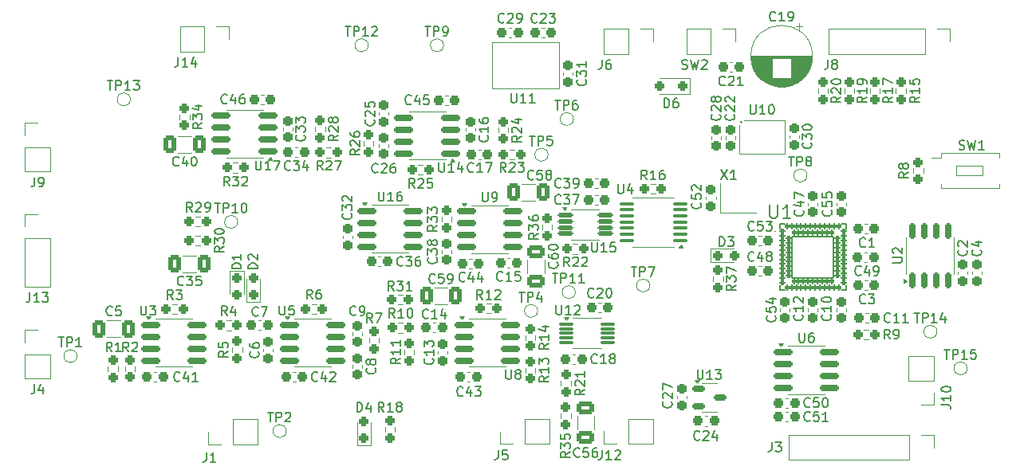
<source format=gto>
G04 #@! TF.GenerationSoftware,KiCad,Pcbnew,8.0.8*
G04 #@! TF.CreationDate,2025-01-24T13:44:02-06:00*
G04 #@! TF.ProjectId,delay_pedal,64656c61-795f-4706-9564-616c2e6b6963,rev?*
G04 #@! TF.SameCoordinates,Original*
G04 #@! TF.FileFunction,Legend,Top*
G04 #@! TF.FilePolarity,Positive*
%FSLAX46Y46*%
G04 Gerber Fmt 4.6, Leading zero omitted, Abs format (unit mm)*
G04 Created by KiCad (PCBNEW 8.0.8) date 2025-01-24 13:44:02*
%MOMM*%
%LPD*%
G01*
G04 APERTURE LIST*
G04 Aperture macros list*
%AMRoundRect*
0 Rectangle with rounded corners*
0 $1 Rounding radius*
0 $2 $3 $4 $5 $6 $7 $8 $9 X,Y pos of 4 corners*
0 Add a 4 corners polygon primitive as box body*
4,1,4,$2,$3,$4,$5,$6,$7,$8,$9,$2,$3,0*
0 Add four circle primitives for the rounded corners*
1,1,$1+$1,$2,$3*
1,1,$1+$1,$4,$5*
1,1,$1+$1,$6,$7*
1,1,$1+$1,$8,$9*
0 Add four rect primitives between the rounded corners*
20,1,$1+$1,$2,$3,$4,$5,0*
20,1,$1+$1,$4,$5,$6,$7,0*
20,1,$1+$1,$6,$7,$8,$9,0*
20,1,$1+$1,$8,$9,$2,$3,0*%
%AMFreePoly0*
4,1,9,5.362500,-0.866500,1.237500,-0.866500,1.237500,-0.450000,-1.237500,-0.450000,-1.237500,0.450000,1.237500,0.450000,1.237500,0.866500,5.362500,0.866500,5.362500,-0.866500,5.362500,-0.866500,$1*%
G04 Aperture macros list end*
%ADD10C,0.150000*%
%ADD11C,0.120000*%
%ADD12C,0.200000*%
%ADD13C,0.127000*%
%ADD14C,0.100000*%
%ADD15RoundRect,0.150000X-0.512500X-0.150000X0.512500X-0.150000X0.512500X0.150000X-0.512500X0.150000X0*%
%ADD16C,1.000000*%
%ADD17RoundRect,0.237500X-0.237500X0.250000X-0.237500X-0.250000X0.237500X-0.250000X0.237500X0.250000X0*%
%ADD18RoundRect,0.237500X-0.237500X0.300000X-0.237500X-0.300000X0.237500X-0.300000X0.237500X0.300000X0*%
%ADD19RoundRect,0.237500X0.300000X0.237500X-0.300000X0.237500X-0.300000X-0.237500X0.300000X-0.237500X0*%
%ADD20RoundRect,0.237500X0.237500X-0.300000X0.237500X0.300000X-0.237500X0.300000X-0.237500X-0.300000X0*%
%ADD21RoundRect,0.237500X0.237500X-0.250000X0.237500X0.250000X-0.237500X0.250000X-0.237500X-0.250000X0*%
%ADD22C,6.000000*%
%ADD23RoundRect,0.237500X-0.250000X-0.237500X0.250000X-0.237500X0.250000X0.237500X-0.250000X0.237500X0*%
%ADD24RoundRect,0.237500X-0.237500X0.287500X-0.237500X-0.287500X0.237500X-0.287500X0.237500X0.287500X0*%
%ADD25R,1.700000X1.700000*%
%ADD26O,1.700000X1.700000*%
%ADD27RoundRect,0.150000X-0.825000X-0.150000X0.825000X-0.150000X0.825000X0.150000X-0.825000X0.150000X0*%
%ADD28RoundRect,0.125000X-0.687500X-0.125000X0.687500X-0.125000X0.687500X0.125000X-0.687500X0.125000X0*%
%ADD29RoundRect,0.237500X-0.287500X-0.237500X0.287500X-0.237500X0.287500X0.237500X-0.287500X0.237500X0*%
%ADD30RoundRect,0.237500X0.250000X0.237500X-0.250000X0.237500X-0.250000X-0.237500X0.250000X-0.237500X0*%
%ADD31RoundRect,0.237500X-0.300000X-0.237500X0.300000X-0.237500X0.300000X0.237500X-0.300000X0.237500X0*%
%ADD32RoundRect,0.237500X0.237500X-0.287500X0.237500X0.287500X-0.237500X0.287500X-0.237500X-0.287500X0*%
%ADD33R,2.250000X2.250000*%
%ADD34C,2.250000*%
%ADD35R,2.300000X0.900000*%
%ADD36FreePoly0,180.000000*%
%ADD37RoundRect,0.075000X-0.650000X-0.075000X0.650000X-0.075000X0.650000X0.075000X-0.650000X0.075000X0*%
%ADD38RoundRect,0.150000X0.825000X0.150000X-0.825000X0.150000X-0.825000X-0.150000X0.825000X-0.150000X0*%
%ADD39R,1.560000X0.650000*%
%ADD40RoundRect,0.250000X0.412500X0.650000X-0.412500X0.650000X-0.412500X-0.650000X0.412500X-0.650000X0*%
%ADD41RoundRect,0.102000X-2.200000X-2.200000X2.200000X-2.200000X2.200000X2.200000X-2.200000X2.200000X0*%
%ADD42RoundRect,0.102000X-0.200000X-0.110000X0.200000X-0.110000X0.200000X0.110000X-0.200000X0.110000X0*%
%ADD43RoundRect,0.102000X-0.110000X-0.200000X0.110000X-0.200000X0.110000X0.200000X-0.110000X0.200000X0*%
%ADD44RoundRect,0.250000X0.250000X0.250000X-0.250000X0.250000X-0.250000X-0.250000X0.250000X-0.250000X0*%
%ADD45R,1.600000X1.600000*%
%ADD46C,1.600000*%
%ADD47RoundRect,0.250000X-0.650000X0.412500X-0.650000X-0.412500X0.650000X-0.412500X0.650000X0.412500X0*%
%ADD48RoundRect,0.150000X0.150000X-0.675000X0.150000X0.675000X-0.150000X0.675000X-0.150000X-0.675000X0*%
%ADD49RoundRect,0.250000X-0.412500X-0.650000X0.412500X-0.650000X0.412500X0.650000X-0.412500X0.650000X0*%
%ADD50RoundRect,0.100000X0.637500X0.100000X-0.637500X0.100000X-0.637500X-0.100000X0.637500X-0.100000X0*%
%ADD51RoundRect,0.250000X0.650000X-0.412500X0.650000X0.412500X-0.650000X0.412500X-0.650000X-0.412500X0*%
%ADD52R,1.300000X1.100000*%
G04 APERTURE END LIST*
D10*
X169061905Y-114154819D02*
X169061905Y-114964342D01*
X169061905Y-114964342D02*
X169109524Y-115059580D01*
X169109524Y-115059580D02*
X169157143Y-115107200D01*
X169157143Y-115107200D02*
X169252381Y-115154819D01*
X169252381Y-115154819D02*
X169442857Y-115154819D01*
X169442857Y-115154819D02*
X169538095Y-115107200D01*
X169538095Y-115107200D02*
X169585714Y-115059580D01*
X169585714Y-115059580D02*
X169633333Y-114964342D01*
X169633333Y-114964342D02*
X169633333Y-114154819D01*
X170633333Y-115154819D02*
X170061905Y-115154819D01*
X170347619Y-115154819D02*
X170347619Y-114154819D01*
X170347619Y-114154819D02*
X170252381Y-114297676D01*
X170252381Y-114297676D02*
X170157143Y-114392914D01*
X170157143Y-114392914D02*
X170061905Y-114440533D01*
X170966667Y-114154819D02*
X171585714Y-114154819D01*
X171585714Y-114154819D02*
X171252381Y-114535771D01*
X171252381Y-114535771D02*
X171395238Y-114535771D01*
X171395238Y-114535771D02*
X171490476Y-114583390D01*
X171490476Y-114583390D02*
X171538095Y-114631009D01*
X171538095Y-114631009D02*
X171585714Y-114726247D01*
X171585714Y-114726247D02*
X171585714Y-114964342D01*
X171585714Y-114964342D02*
X171538095Y-115059580D01*
X171538095Y-115059580D02*
X171490476Y-115107200D01*
X171490476Y-115107200D02*
X171395238Y-115154819D01*
X171395238Y-115154819D02*
X171109524Y-115154819D01*
X171109524Y-115154819D02*
X171014286Y-115107200D01*
X171014286Y-115107200D02*
X170966667Y-115059580D01*
X117826119Y-96446033D02*
X118397547Y-96446033D01*
X118111833Y-97446033D02*
X118111833Y-96446033D01*
X118730881Y-97446033D02*
X118730881Y-96446033D01*
X118730881Y-96446033D02*
X119111833Y-96446033D01*
X119111833Y-96446033D02*
X119207071Y-96493652D01*
X119207071Y-96493652D02*
X119254690Y-96541271D01*
X119254690Y-96541271D02*
X119302309Y-96636509D01*
X119302309Y-96636509D02*
X119302309Y-96779366D01*
X119302309Y-96779366D02*
X119254690Y-96874604D01*
X119254690Y-96874604D02*
X119207071Y-96922223D01*
X119207071Y-96922223D02*
X119111833Y-96969842D01*
X119111833Y-96969842D02*
X118730881Y-96969842D01*
X120254690Y-97446033D02*
X119683262Y-97446033D01*
X119968976Y-97446033D02*
X119968976Y-96446033D01*
X119968976Y-96446033D02*
X119873738Y-96588890D01*
X119873738Y-96588890D02*
X119778500Y-96684128D01*
X119778500Y-96684128D02*
X119683262Y-96731747D01*
X120873738Y-96446033D02*
X120968976Y-96446033D01*
X120968976Y-96446033D02*
X121064214Y-96493652D01*
X121064214Y-96493652D02*
X121111833Y-96541271D01*
X121111833Y-96541271D02*
X121159452Y-96636509D01*
X121159452Y-96636509D02*
X121207071Y-96826985D01*
X121207071Y-96826985D02*
X121207071Y-97065080D01*
X121207071Y-97065080D02*
X121159452Y-97255556D01*
X121159452Y-97255556D02*
X121111833Y-97350794D01*
X121111833Y-97350794D02*
X121064214Y-97398414D01*
X121064214Y-97398414D02*
X120968976Y-97446033D01*
X120968976Y-97446033D02*
X120873738Y-97446033D01*
X120873738Y-97446033D02*
X120778500Y-97398414D01*
X120778500Y-97398414D02*
X120730881Y-97350794D01*
X120730881Y-97350794D02*
X120683262Y-97255556D01*
X120683262Y-97255556D02*
X120635643Y-97065080D01*
X120635643Y-97065080D02*
X120635643Y-96826985D01*
X120635643Y-96826985D02*
X120683262Y-96636509D01*
X120683262Y-96636509D02*
X120730881Y-96541271D01*
X120730881Y-96541271D02*
X120778500Y-96493652D01*
X120778500Y-96493652D02*
X120873738Y-96446033D01*
X155554819Y-122880357D02*
X155078628Y-123213690D01*
X155554819Y-123451785D02*
X154554819Y-123451785D01*
X154554819Y-123451785D02*
X154554819Y-123070833D01*
X154554819Y-123070833D02*
X154602438Y-122975595D01*
X154602438Y-122975595D02*
X154650057Y-122927976D01*
X154650057Y-122927976D02*
X154745295Y-122880357D01*
X154745295Y-122880357D02*
X154888152Y-122880357D01*
X154888152Y-122880357D02*
X154983390Y-122927976D01*
X154983390Y-122927976D02*
X155031009Y-122975595D01*
X155031009Y-122975595D02*
X155078628Y-123070833D01*
X155078628Y-123070833D02*
X155078628Y-123451785D01*
X154554819Y-122547023D02*
X154554819Y-121927976D01*
X154554819Y-121927976D02*
X154935771Y-122261309D01*
X154935771Y-122261309D02*
X154935771Y-122118452D01*
X154935771Y-122118452D02*
X154983390Y-122023214D01*
X154983390Y-122023214D02*
X155031009Y-121975595D01*
X155031009Y-121975595D02*
X155126247Y-121927976D01*
X155126247Y-121927976D02*
X155364342Y-121927976D01*
X155364342Y-121927976D02*
X155459580Y-121975595D01*
X155459580Y-121975595D02*
X155507200Y-122023214D01*
X155507200Y-122023214D02*
X155554819Y-122118452D01*
X155554819Y-122118452D02*
X155554819Y-122404166D01*
X155554819Y-122404166D02*
X155507200Y-122499404D01*
X155507200Y-122499404D02*
X155459580Y-122547023D01*
X154554819Y-121023214D02*
X154554819Y-121499404D01*
X154554819Y-121499404D02*
X155031009Y-121547023D01*
X155031009Y-121547023D02*
X154983390Y-121499404D01*
X154983390Y-121499404D02*
X154935771Y-121404166D01*
X154935771Y-121404166D02*
X154935771Y-121166071D01*
X154935771Y-121166071D02*
X154983390Y-121070833D01*
X154983390Y-121070833D02*
X155031009Y-121023214D01*
X155031009Y-121023214D02*
X155126247Y-120975595D01*
X155126247Y-120975595D02*
X155364342Y-120975595D01*
X155364342Y-120975595D02*
X155459580Y-121023214D01*
X155459580Y-121023214D02*
X155507200Y-121070833D01*
X155507200Y-121070833D02*
X155554819Y-121166071D01*
X155554819Y-121166071D02*
X155554819Y-121404166D01*
X155554819Y-121404166D02*
X155507200Y-121499404D01*
X155507200Y-121499404D02*
X155459580Y-121547023D01*
X169359580Y-96405357D02*
X169407200Y-96452976D01*
X169407200Y-96452976D02*
X169454819Y-96595833D01*
X169454819Y-96595833D02*
X169454819Y-96691071D01*
X169454819Y-96691071D02*
X169407200Y-96833928D01*
X169407200Y-96833928D02*
X169311961Y-96929166D01*
X169311961Y-96929166D02*
X169216723Y-96976785D01*
X169216723Y-96976785D02*
X169026247Y-97024404D01*
X169026247Y-97024404D02*
X168883390Y-97024404D01*
X168883390Y-97024404D02*
X168692914Y-96976785D01*
X168692914Y-96976785D02*
X168597676Y-96929166D01*
X168597676Y-96929166D02*
X168502438Y-96833928D01*
X168502438Y-96833928D02*
X168454819Y-96691071D01*
X168454819Y-96691071D02*
X168454819Y-96595833D01*
X168454819Y-96595833D02*
X168502438Y-96452976D01*
X168502438Y-96452976D02*
X168550057Y-96405357D01*
X168454819Y-95500595D02*
X168454819Y-95976785D01*
X168454819Y-95976785D02*
X168931009Y-96024404D01*
X168931009Y-96024404D02*
X168883390Y-95976785D01*
X168883390Y-95976785D02*
X168835771Y-95881547D01*
X168835771Y-95881547D02*
X168835771Y-95643452D01*
X168835771Y-95643452D02*
X168883390Y-95548214D01*
X168883390Y-95548214D02*
X168931009Y-95500595D01*
X168931009Y-95500595D02*
X169026247Y-95452976D01*
X169026247Y-95452976D02*
X169264342Y-95452976D01*
X169264342Y-95452976D02*
X169359580Y-95500595D01*
X169359580Y-95500595D02*
X169407200Y-95548214D01*
X169407200Y-95548214D02*
X169454819Y-95643452D01*
X169454819Y-95643452D02*
X169454819Y-95881547D01*
X169454819Y-95881547D02*
X169407200Y-95976785D01*
X169407200Y-95976785D02*
X169359580Y-96024404D01*
X168550057Y-95072023D02*
X168502438Y-95024404D01*
X168502438Y-95024404D02*
X168454819Y-94929166D01*
X168454819Y-94929166D02*
X168454819Y-94691071D01*
X168454819Y-94691071D02*
X168502438Y-94595833D01*
X168502438Y-94595833D02*
X168550057Y-94548214D01*
X168550057Y-94548214D02*
X168645295Y-94500595D01*
X168645295Y-94500595D02*
X168740533Y-94500595D01*
X168740533Y-94500595D02*
X168883390Y-94548214D01*
X168883390Y-94548214D02*
X169454819Y-95119642D01*
X169454819Y-95119642D02*
X169454819Y-94500595D01*
X114108856Y-115288794D02*
X114061237Y-115336414D01*
X114061237Y-115336414D02*
X113918380Y-115384033D01*
X113918380Y-115384033D02*
X113823142Y-115384033D01*
X113823142Y-115384033D02*
X113680285Y-115336414D01*
X113680285Y-115336414D02*
X113585047Y-115241175D01*
X113585047Y-115241175D02*
X113537428Y-115145937D01*
X113537428Y-115145937D02*
X113489809Y-114955461D01*
X113489809Y-114955461D02*
X113489809Y-114812604D01*
X113489809Y-114812604D02*
X113537428Y-114622128D01*
X113537428Y-114622128D02*
X113585047Y-114526890D01*
X113585047Y-114526890D02*
X113680285Y-114431652D01*
X113680285Y-114431652D02*
X113823142Y-114384033D01*
X113823142Y-114384033D02*
X113918380Y-114384033D01*
X113918380Y-114384033D02*
X114061237Y-114431652D01*
X114061237Y-114431652D02*
X114108856Y-114479271D01*
X114965999Y-114717366D02*
X114965999Y-115384033D01*
X114727904Y-114336414D02*
X114489809Y-115050699D01*
X114489809Y-115050699D02*
X115108856Y-115050699D01*
X116013618Y-115384033D02*
X115442190Y-115384033D01*
X115727904Y-115384033D02*
X115727904Y-114384033D01*
X115727904Y-114384033D02*
X115632666Y-114526890D01*
X115632666Y-114526890D02*
X115537428Y-114622128D01*
X115537428Y-114622128D02*
X115442190Y-114669747D01*
X134693794Y-87574571D02*
X134741414Y-87622190D01*
X134741414Y-87622190D02*
X134789033Y-87765047D01*
X134789033Y-87765047D02*
X134789033Y-87860285D01*
X134789033Y-87860285D02*
X134741414Y-88003142D01*
X134741414Y-88003142D02*
X134646175Y-88098380D01*
X134646175Y-88098380D02*
X134550937Y-88145999D01*
X134550937Y-88145999D02*
X134360461Y-88193618D01*
X134360461Y-88193618D02*
X134217604Y-88193618D01*
X134217604Y-88193618D02*
X134027128Y-88145999D01*
X134027128Y-88145999D02*
X133931890Y-88098380D01*
X133931890Y-88098380D02*
X133836652Y-88003142D01*
X133836652Y-88003142D02*
X133789033Y-87860285D01*
X133789033Y-87860285D02*
X133789033Y-87765047D01*
X133789033Y-87765047D02*
X133836652Y-87622190D01*
X133836652Y-87622190D02*
X133884271Y-87574571D01*
X133884271Y-87193618D02*
X133836652Y-87145999D01*
X133836652Y-87145999D02*
X133789033Y-87050761D01*
X133789033Y-87050761D02*
X133789033Y-86812666D01*
X133789033Y-86812666D02*
X133836652Y-86717428D01*
X133836652Y-86717428D02*
X133884271Y-86669809D01*
X133884271Y-86669809D02*
X133979509Y-86622190D01*
X133979509Y-86622190D02*
X134074747Y-86622190D01*
X134074747Y-86622190D02*
X134217604Y-86669809D01*
X134217604Y-86669809D02*
X134789033Y-87241237D01*
X134789033Y-87241237D02*
X134789033Y-86622190D01*
X133789033Y-85717428D02*
X133789033Y-86193618D01*
X133789033Y-86193618D02*
X134265223Y-86241237D01*
X134265223Y-86241237D02*
X134217604Y-86193618D01*
X134217604Y-86193618D02*
X134169985Y-86098380D01*
X134169985Y-86098380D02*
X134169985Y-85860285D01*
X134169985Y-85860285D02*
X134217604Y-85765047D01*
X134217604Y-85765047D02*
X134265223Y-85717428D01*
X134265223Y-85717428D02*
X134360461Y-85669809D01*
X134360461Y-85669809D02*
X134598556Y-85669809D01*
X134598556Y-85669809D02*
X134693794Y-85717428D01*
X134693794Y-85717428D02*
X134741414Y-85765047D01*
X134741414Y-85765047D02*
X134789033Y-85860285D01*
X134789033Y-85860285D02*
X134789033Y-86098380D01*
X134789033Y-86098380D02*
X134741414Y-86193618D01*
X134741414Y-86193618D02*
X134693794Y-86241237D01*
X119226533Y-112183380D02*
X118750342Y-112516713D01*
X119226533Y-112754808D02*
X118226533Y-112754808D01*
X118226533Y-112754808D02*
X118226533Y-112373856D01*
X118226533Y-112373856D02*
X118274152Y-112278618D01*
X118274152Y-112278618D02*
X118321771Y-112230999D01*
X118321771Y-112230999D02*
X118417009Y-112183380D01*
X118417009Y-112183380D02*
X118559866Y-112183380D01*
X118559866Y-112183380D02*
X118655104Y-112230999D01*
X118655104Y-112230999D02*
X118702723Y-112278618D01*
X118702723Y-112278618D02*
X118750342Y-112373856D01*
X118750342Y-112373856D02*
X118750342Y-112754808D01*
X118226533Y-111278618D02*
X118226533Y-111754808D01*
X118226533Y-111754808D02*
X118702723Y-111802427D01*
X118702723Y-111802427D02*
X118655104Y-111754808D01*
X118655104Y-111754808D02*
X118607485Y-111659570D01*
X118607485Y-111659570D02*
X118607485Y-111421475D01*
X118607485Y-111421475D02*
X118655104Y-111326237D01*
X118655104Y-111326237D02*
X118702723Y-111278618D01*
X118702723Y-111278618D02*
X118797961Y-111230999D01*
X118797961Y-111230999D02*
X119036056Y-111230999D01*
X119036056Y-111230999D02*
X119131294Y-111278618D01*
X119131294Y-111278618D02*
X119178914Y-111326237D01*
X119178914Y-111326237D02*
X119226533Y-111421475D01*
X119226533Y-111421475D02*
X119226533Y-111659570D01*
X119226533Y-111659570D02*
X119178914Y-111754808D01*
X119178914Y-111754808D02*
X119131294Y-111802427D01*
X136844642Y-105724819D02*
X136511309Y-105248628D01*
X136273214Y-105724819D02*
X136273214Y-104724819D01*
X136273214Y-104724819D02*
X136654166Y-104724819D01*
X136654166Y-104724819D02*
X136749404Y-104772438D01*
X136749404Y-104772438D02*
X136797023Y-104820057D01*
X136797023Y-104820057D02*
X136844642Y-104915295D01*
X136844642Y-104915295D02*
X136844642Y-105058152D01*
X136844642Y-105058152D02*
X136797023Y-105153390D01*
X136797023Y-105153390D02*
X136749404Y-105201009D01*
X136749404Y-105201009D02*
X136654166Y-105248628D01*
X136654166Y-105248628D02*
X136273214Y-105248628D01*
X137177976Y-104724819D02*
X137797023Y-104724819D01*
X137797023Y-104724819D02*
X137463690Y-105105771D01*
X137463690Y-105105771D02*
X137606547Y-105105771D01*
X137606547Y-105105771D02*
X137701785Y-105153390D01*
X137701785Y-105153390D02*
X137749404Y-105201009D01*
X137749404Y-105201009D02*
X137797023Y-105296247D01*
X137797023Y-105296247D02*
X137797023Y-105534342D01*
X137797023Y-105534342D02*
X137749404Y-105629580D01*
X137749404Y-105629580D02*
X137701785Y-105677200D01*
X137701785Y-105677200D02*
X137606547Y-105724819D01*
X137606547Y-105724819D02*
X137320833Y-105724819D01*
X137320833Y-105724819D02*
X137225595Y-105677200D01*
X137225595Y-105677200D02*
X137177976Y-105629580D01*
X138749404Y-105724819D02*
X138177976Y-105724819D01*
X138463690Y-105724819D02*
X138463690Y-104724819D01*
X138463690Y-104724819D02*
X138368452Y-104867676D01*
X138368452Y-104867676D02*
X138273214Y-104962914D01*
X138273214Y-104962914D02*
X138177976Y-105010533D01*
X153938095Y-85506819D02*
X154509523Y-85506819D01*
X154223809Y-86506819D02*
X154223809Y-85506819D01*
X154842857Y-86506819D02*
X154842857Y-85506819D01*
X154842857Y-85506819D02*
X155223809Y-85506819D01*
X155223809Y-85506819D02*
X155319047Y-85554438D01*
X155319047Y-85554438D02*
X155366666Y-85602057D01*
X155366666Y-85602057D02*
X155414285Y-85697295D01*
X155414285Y-85697295D02*
X155414285Y-85840152D01*
X155414285Y-85840152D02*
X155366666Y-85935390D01*
X155366666Y-85935390D02*
X155319047Y-85983009D01*
X155319047Y-85983009D02*
X155223809Y-86030628D01*
X155223809Y-86030628D02*
X154842857Y-86030628D01*
X156271428Y-85506819D02*
X156080952Y-85506819D01*
X156080952Y-85506819D02*
X155985714Y-85554438D01*
X155985714Y-85554438D02*
X155938095Y-85602057D01*
X155938095Y-85602057D02*
X155842857Y-85744914D01*
X155842857Y-85744914D02*
X155795238Y-85935390D01*
X155795238Y-85935390D02*
X155795238Y-86316342D01*
X155795238Y-86316342D02*
X155842857Y-86411580D01*
X155842857Y-86411580D02*
X155890476Y-86459200D01*
X155890476Y-86459200D02*
X155985714Y-86506819D01*
X155985714Y-86506819D02*
X156176190Y-86506819D01*
X156176190Y-86506819D02*
X156271428Y-86459200D01*
X156271428Y-86459200D02*
X156319047Y-86411580D01*
X156319047Y-86411580D02*
X156366666Y-86316342D01*
X156366666Y-86316342D02*
X156366666Y-86078247D01*
X156366666Y-86078247D02*
X156319047Y-85983009D01*
X156319047Y-85983009D02*
X156271428Y-85935390D01*
X156271428Y-85935390D02*
X156176190Y-85887771D01*
X156176190Y-85887771D02*
X155985714Y-85887771D01*
X155985714Y-85887771D02*
X155890476Y-85935390D01*
X155890476Y-85935390D02*
X155842857Y-85983009D01*
X155842857Y-85983009D02*
X155795238Y-86078247D01*
X153661905Y-103906819D02*
X154233333Y-103906819D01*
X153947619Y-104906819D02*
X153947619Y-103906819D01*
X154566667Y-104906819D02*
X154566667Y-103906819D01*
X154566667Y-103906819D02*
X154947619Y-103906819D01*
X154947619Y-103906819D02*
X155042857Y-103954438D01*
X155042857Y-103954438D02*
X155090476Y-104002057D01*
X155090476Y-104002057D02*
X155138095Y-104097295D01*
X155138095Y-104097295D02*
X155138095Y-104240152D01*
X155138095Y-104240152D02*
X155090476Y-104335390D01*
X155090476Y-104335390D02*
X155042857Y-104383009D01*
X155042857Y-104383009D02*
X154947619Y-104430628D01*
X154947619Y-104430628D02*
X154566667Y-104430628D01*
X156090476Y-104906819D02*
X155519048Y-104906819D01*
X155804762Y-104906819D02*
X155804762Y-103906819D01*
X155804762Y-103906819D02*
X155709524Y-104049676D01*
X155709524Y-104049676D02*
X155614286Y-104144914D01*
X155614286Y-104144914D02*
X155519048Y-104192533D01*
X157042857Y-104906819D02*
X156471429Y-104906819D01*
X156757143Y-104906819D02*
X156757143Y-103906819D01*
X156757143Y-103906819D02*
X156661905Y-104049676D01*
X156661905Y-104049676D02*
X156566667Y-104144914D01*
X156566667Y-104144914D02*
X156471429Y-104192533D01*
X171423794Y-87007071D02*
X171471414Y-87054690D01*
X171471414Y-87054690D02*
X171519033Y-87197547D01*
X171519033Y-87197547D02*
X171519033Y-87292785D01*
X171519033Y-87292785D02*
X171471414Y-87435642D01*
X171471414Y-87435642D02*
X171376175Y-87530880D01*
X171376175Y-87530880D02*
X171280937Y-87578499D01*
X171280937Y-87578499D02*
X171090461Y-87626118D01*
X171090461Y-87626118D02*
X170947604Y-87626118D01*
X170947604Y-87626118D02*
X170757128Y-87578499D01*
X170757128Y-87578499D02*
X170661890Y-87530880D01*
X170661890Y-87530880D02*
X170566652Y-87435642D01*
X170566652Y-87435642D02*
X170519033Y-87292785D01*
X170519033Y-87292785D02*
X170519033Y-87197547D01*
X170519033Y-87197547D02*
X170566652Y-87054690D01*
X170566652Y-87054690D02*
X170614271Y-87007071D01*
X170614271Y-86626118D02*
X170566652Y-86578499D01*
X170566652Y-86578499D02*
X170519033Y-86483261D01*
X170519033Y-86483261D02*
X170519033Y-86245166D01*
X170519033Y-86245166D02*
X170566652Y-86149928D01*
X170566652Y-86149928D02*
X170614271Y-86102309D01*
X170614271Y-86102309D02*
X170709509Y-86054690D01*
X170709509Y-86054690D02*
X170804747Y-86054690D01*
X170804747Y-86054690D02*
X170947604Y-86102309D01*
X170947604Y-86102309D02*
X171519033Y-86673737D01*
X171519033Y-86673737D02*
X171519033Y-86054690D01*
X170947604Y-85483261D02*
X170899985Y-85578499D01*
X170899985Y-85578499D02*
X170852366Y-85626118D01*
X170852366Y-85626118D02*
X170757128Y-85673737D01*
X170757128Y-85673737D02*
X170709509Y-85673737D01*
X170709509Y-85673737D02*
X170614271Y-85626118D01*
X170614271Y-85626118D02*
X170566652Y-85578499D01*
X170566652Y-85578499D02*
X170519033Y-85483261D01*
X170519033Y-85483261D02*
X170519033Y-85292785D01*
X170519033Y-85292785D02*
X170566652Y-85197547D01*
X170566652Y-85197547D02*
X170614271Y-85149928D01*
X170614271Y-85149928D02*
X170709509Y-85102309D01*
X170709509Y-85102309D02*
X170757128Y-85102309D01*
X170757128Y-85102309D02*
X170852366Y-85149928D01*
X170852366Y-85149928D02*
X170899985Y-85197547D01*
X170899985Y-85197547D02*
X170947604Y-85292785D01*
X170947604Y-85292785D02*
X170947604Y-85483261D01*
X170947604Y-85483261D02*
X170995223Y-85578499D01*
X170995223Y-85578499D02*
X171042842Y-85626118D01*
X171042842Y-85626118D02*
X171138080Y-85673737D01*
X171138080Y-85673737D02*
X171328556Y-85673737D01*
X171328556Y-85673737D02*
X171423794Y-85626118D01*
X171423794Y-85626118D02*
X171471414Y-85578499D01*
X171471414Y-85578499D02*
X171519033Y-85483261D01*
X171519033Y-85483261D02*
X171519033Y-85292785D01*
X171519033Y-85292785D02*
X171471414Y-85197547D01*
X171471414Y-85197547D02*
X171423794Y-85149928D01*
X171423794Y-85149928D02*
X171328556Y-85102309D01*
X171328556Y-85102309D02*
X171138080Y-85102309D01*
X171138080Y-85102309D02*
X171042842Y-85149928D01*
X171042842Y-85149928D02*
X170995223Y-85197547D01*
X170995223Y-85197547D02*
X170947604Y-85292785D01*
X120619033Y-103402308D02*
X119619033Y-103402308D01*
X119619033Y-103402308D02*
X119619033Y-103164213D01*
X119619033Y-103164213D02*
X119666652Y-103021356D01*
X119666652Y-103021356D02*
X119761890Y-102926118D01*
X119761890Y-102926118D02*
X119857128Y-102878499D01*
X119857128Y-102878499D02*
X120047604Y-102830880D01*
X120047604Y-102830880D02*
X120190461Y-102830880D01*
X120190461Y-102830880D02*
X120380937Y-102878499D01*
X120380937Y-102878499D02*
X120476175Y-102926118D01*
X120476175Y-102926118D02*
X120571414Y-103021356D01*
X120571414Y-103021356D02*
X120619033Y-103164213D01*
X120619033Y-103164213D02*
X120619033Y-103402308D01*
X120619033Y-101878499D02*
X120619033Y-102449927D01*
X120619033Y-102164213D02*
X119619033Y-102164213D01*
X119619033Y-102164213D02*
X119761890Y-102259451D01*
X119761890Y-102259451D02*
X119857128Y-102354689D01*
X119857128Y-102354689D02*
X119904747Y-102449927D01*
X166273794Y-117557071D02*
X166321414Y-117604690D01*
X166321414Y-117604690D02*
X166369033Y-117747547D01*
X166369033Y-117747547D02*
X166369033Y-117842785D01*
X166369033Y-117842785D02*
X166321414Y-117985642D01*
X166321414Y-117985642D02*
X166226175Y-118080880D01*
X166226175Y-118080880D02*
X166130937Y-118128499D01*
X166130937Y-118128499D02*
X165940461Y-118176118D01*
X165940461Y-118176118D02*
X165797604Y-118176118D01*
X165797604Y-118176118D02*
X165607128Y-118128499D01*
X165607128Y-118128499D02*
X165511890Y-118080880D01*
X165511890Y-118080880D02*
X165416652Y-117985642D01*
X165416652Y-117985642D02*
X165369033Y-117842785D01*
X165369033Y-117842785D02*
X165369033Y-117747547D01*
X165369033Y-117747547D02*
X165416652Y-117604690D01*
X165416652Y-117604690D02*
X165464271Y-117557071D01*
X165464271Y-117176118D02*
X165416652Y-117128499D01*
X165416652Y-117128499D02*
X165369033Y-117033261D01*
X165369033Y-117033261D02*
X165369033Y-116795166D01*
X165369033Y-116795166D02*
X165416652Y-116699928D01*
X165416652Y-116699928D02*
X165464271Y-116652309D01*
X165464271Y-116652309D02*
X165559509Y-116604690D01*
X165559509Y-116604690D02*
X165654747Y-116604690D01*
X165654747Y-116604690D02*
X165797604Y-116652309D01*
X165797604Y-116652309D02*
X166369033Y-117223737D01*
X166369033Y-117223737D02*
X166369033Y-116604690D01*
X165369033Y-116271356D02*
X165369033Y-115604690D01*
X165369033Y-115604690D02*
X166369033Y-116033261D01*
X98666666Y-93704819D02*
X98666666Y-94419104D01*
X98666666Y-94419104D02*
X98619047Y-94561961D01*
X98619047Y-94561961D02*
X98523809Y-94657200D01*
X98523809Y-94657200D02*
X98380952Y-94704819D01*
X98380952Y-94704819D02*
X98285714Y-94704819D01*
X99190476Y-94704819D02*
X99380952Y-94704819D01*
X99380952Y-94704819D02*
X99476190Y-94657200D01*
X99476190Y-94657200D02*
X99523809Y-94609580D01*
X99523809Y-94609580D02*
X99619047Y-94466723D01*
X99619047Y-94466723D02*
X99666666Y-94276247D01*
X99666666Y-94276247D02*
X99666666Y-93895295D01*
X99666666Y-93895295D02*
X99619047Y-93800057D01*
X99619047Y-93800057D02*
X99571428Y-93752438D01*
X99571428Y-93752438D02*
X99476190Y-93704819D01*
X99476190Y-93704819D02*
X99285714Y-93704819D01*
X99285714Y-93704819D02*
X99190476Y-93752438D01*
X99190476Y-93752438D02*
X99142857Y-93800057D01*
X99142857Y-93800057D02*
X99095238Y-93895295D01*
X99095238Y-93895295D02*
X99095238Y-94133390D01*
X99095238Y-94133390D02*
X99142857Y-94228628D01*
X99142857Y-94228628D02*
X99190476Y-94276247D01*
X99190476Y-94276247D02*
X99285714Y-94323866D01*
X99285714Y-94323866D02*
X99476190Y-94323866D01*
X99476190Y-94323866D02*
X99571428Y-94276247D01*
X99571428Y-94276247D02*
X99619047Y-94228628D01*
X99619047Y-94228628D02*
X99666666Y-94133390D01*
X195261905Y-112006819D02*
X195833333Y-112006819D01*
X195547619Y-113006819D02*
X195547619Y-112006819D01*
X196166667Y-113006819D02*
X196166667Y-112006819D01*
X196166667Y-112006819D02*
X196547619Y-112006819D01*
X196547619Y-112006819D02*
X196642857Y-112054438D01*
X196642857Y-112054438D02*
X196690476Y-112102057D01*
X196690476Y-112102057D02*
X196738095Y-112197295D01*
X196738095Y-112197295D02*
X196738095Y-112340152D01*
X196738095Y-112340152D02*
X196690476Y-112435390D01*
X196690476Y-112435390D02*
X196642857Y-112483009D01*
X196642857Y-112483009D02*
X196547619Y-112530628D01*
X196547619Y-112530628D02*
X196166667Y-112530628D01*
X197690476Y-113006819D02*
X197119048Y-113006819D01*
X197404762Y-113006819D02*
X197404762Y-112006819D01*
X197404762Y-112006819D02*
X197309524Y-112149676D01*
X197309524Y-112149676D02*
X197214286Y-112244914D01*
X197214286Y-112244914D02*
X197119048Y-112292533D01*
X198595238Y-112006819D02*
X198119048Y-112006819D01*
X198119048Y-112006819D02*
X198071429Y-112483009D01*
X198071429Y-112483009D02*
X198119048Y-112435390D01*
X198119048Y-112435390D02*
X198214286Y-112387771D01*
X198214286Y-112387771D02*
X198452381Y-112387771D01*
X198452381Y-112387771D02*
X198547619Y-112435390D01*
X198547619Y-112435390D02*
X198595238Y-112483009D01*
X198595238Y-112483009D02*
X198642857Y-112578247D01*
X198642857Y-112578247D02*
X198642857Y-112816342D01*
X198642857Y-112816342D02*
X198595238Y-112911580D01*
X198595238Y-112911580D02*
X198547619Y-112959200D01*
X198547619Y-112959200D02*
X198452381Y-113006819D01*
X198452381Y-113006819D02*
X198214286Y-113006819D01*
X198214286Y-113006819D02*
X198119048Y-112959200D01*
X198119048Y-112959200D02*
X198071429Y-112911580D01*
X146227309Y-95279033D02*
X146227309Y-96088556D01*
X146227309Y-96088556D02*
X146274928Y-96183794D01*
X146274928Y-96183794D02*
X146322547Y-96231414D01*
X146322547Y-96231414D02*
X146417785Y-96279033D01*
X146417785Y-96279033D02*
X146608261Y-96279033D01*
X146608261Y-96279033D02*
X146703499Y-96231414D01*
X146703499Y-96231414D02*
X146751118Y-96183794D01*
X146751118Y-96183794D02*
X146798737Y-96088556D01*
X146798737Y-96088556D02*
X146798737Y-95279033D01*
X147322547Y-96279033D02*
X147513023Y-96279033D01*
X147513023Y-96279033D02*
X147608261Y-96231414D01*
X147608261Y-96231414D02*
X147655880Y-96183794D01*
X147655880Y-96183794D02*
X147751118Y-96040937D01*
X147751118Y-96040937D02*
X147798737Y-95850461D01*
X147798737Y-95850461D02*
X147798737Y-95469509D01*
X147798737Y-95469509D02*
X147751118Y-95374271D01*
X147751118Y-95374271D02*
X147703499Y-95326652D01*
X147703499Y-95326652D02*
X147608261Y-95279033D01*
X147608261Y-95279033D02*
X147417785Y-95279033D01*
X147417785Y-95279033D02*
X147322547Y-95326652D01*
X147322547Y-95326652D02*
X147274928Y-95374271D01*
X147274928Y-95374271D02*
X147227309Y-95469509D01*
X147227309Y-95469509D02*
X147227309Y-95707604D01*
X147227309Y-95707604D02*
X147274928Y-95802842D01*
X147274928Y-95802842D02*
X147322547Y-95850461D01*
X147322547Y-95850461D02*
X147417785Y-95898080D01*
X147417785Y-95898080D02*
X147608261Y-95898080D01*
X147608261Y-95898080D02*
X147703499Y-95850461D01*
X147703499Y-95850461D02*
X147751118Y-95802842D01*
X147751118Y-95802842D02*
X147798737Y-95707604D01*
X173134819Y-105142857D02*
X172658628Y-105476190D01*
X173134819Y-105714285D02*
X172134819Y-105714285D01*
X172134819Y-105714285D02*
X172134819Y-105333333D01*
X172134819Y-105333333D02*
X172182438Y-105238095D01*
X172182438Y-105238095D02*
X172230057Y-105190476D01*
X172230057Y-105190476D02*
X172325295Y-105142857D01*
X172325295Y-105142857D02*
X172468152Y-105142857D01*
X172468152Y-105142857D02*
X172563390Y-105190476D01*
X172563390Y-105190476D02*
X172611009Y-105238095D01*
X172611009Y-105238095D02*
X172658628Y-105333333D01*
X172658628Y-105333333D02*
X172658628Y-105714285D01*
X172134819Y-104809523D02*
X172134819Y-104190476D01*
X172134819Y-104190476D02*
X172515771Y-104523809D01*
X172515771Y-104523809D02*
X172515771Y-104380952D01*
X172515771Y-104380952D02*
X172563390Y-104285714D01*
X172563390Y-104285714D02*
X172611009Y-104238095D01*
X172611009Y-104238095D02*
X172706247Y-104190476D01*
X172706247Y-104190476D02*
X172944342Y-104190476D01*
X172944342Y-104190476D02*
X173039580Y-104238095D01*
X173039580Y-104238095D02*
X173087200Y-104285714D01*
X173087200Y-104285714D02*
X173134819Y-104380952D01*
X173134819Y-104380952D02*
X173134819Y-104666666D01*
X173134819Y-104666666D02*
X173087200Y-104761904D01*
X173087200Y-104761904D02*
X173039580Y-104809523D01*
X172134819Y-103857142D02*
X172134819Y-103190476D01*
X172134819Y-103190476D02*
X173134819Y-103619047D01*
X157861905Y-100619033D02*
X157861905Y-101428556D01*
X157861905Y-101428556D02*
X157909524Y-101523794D01*
X157909524Y-101523794D02*
X157957143Y-101571414D01*
X157957143Y-101571414D02*
X158052381Y-101619033D01*
X158052381Y-101619033D02*
X158242857Y-101619033D01*
X158242857Y-101619033D02*
X158338095Y-101571414D01*
X158338095Y-101571414D02*
X158385714Y-101523794D01*
X158385714Y-101523794D02*
X158433333Y-101428556D01*
X158433333Y-101428556D02*
X158433333Y-100619033D01*
X159433333Y-101619033D02*
X158861905Y-101619033D01*
X159147619Y-101619033D02*
X159147619Y-100619033D01*
X159147619Y-100619033D02*
X159052381Y-100761890D01*
X159052381Y-100761890D02*
X158957143Y-100857128D01*
X158957143Y-100857128D02*
X158861905Y-100904747D01*
X160338095Y-100619033D02*
X159861905Y-100619033D01*
X159861905Y-100619033D02*
X159814286Y-101095223D01*
X159814286Y-101095223D02*
X159861905Y-101047604D01*
X159861905Y-101047604D02*
X159957143Y-100999985D01*
X159957143Y-100999985D02*
X160195238Y-100999985D01*
X160195238Y-100999985D02*
X160290476Y-101047604D01*
X160290476Y-101047604D02*
X160338095Y-101095223D01*
X160338095Y-101095223D02*
X160385714Y-101190461D01*
X160385714Y-101190461D02*
X160385714Y-101428556D01*
X160385714Y-101428556D02*
X160338095Y-101523794D01*
X160338095Y-101523794D02*
X160290476Y-101571414D01*
X160290476Y-101571414D02*
X160195238Y-101619033D01*
X160195238Y-101619033D02*
X159957143Y-101619033D01*
X159957143Y-101619033D02*
X159861905Y-101571414D01*
X159861905Y-101571414D02*
X159814286Y-101523794D01*
X171386905Y-101024819D02*
X171386905Y-100024819D01*
X171386905Y-100024819D02*
X171625000Y-100024819D01*
X171625000Y-100024819D02*
X171767857Y-100072438D01*
X171767857Y-100072438D02*
X171863095Y-100167676D01*
X171863095Y-100167676D02*
X171910714Y-100262914D01*
X171910714Y-100262914D02*
X171958333Y-100453390D01*
X171958333Y-100453390D02*
X171958333Y-100596247D01*
X171958333Y-100596247D02*
X171910714Y-100786723D01*
X171910714Y-100786723D02*
X171863095Y-100881961D01*
X171863095Y-100881961D02*
X171767857Y-100977200D01*
X171767857Y-100977200D02*
X171625000Y-101024819D01*
X171625000Y-101024819D02*
X171386905Y-101024819D01*
X172291667Y-100024819D02*
X172910714Y-100024819D01*
X172910714Y-100024819D02*
X172577381Y-100405771D01*
X172577381Y-100405771D02*
X172720238Y-100405771D01*
X172720238Y-100405771D02*
X172815476Y-100453390D01*
X172815476Y-100453390D02*
X172863095Y-100501009D01*
X172863095Y-100501009D02*
X172910714Y-100596247D01*
X172910714Y-100596247D02*
X172910714Y-100834342D01*
X172910714Y-100834342D02*
X172863095Y-100929580D01*
X172863095Y-100929580D02*
X172815476Y-100977200D01*
X172815476Y-100977200D02*
X172720238Y-101024819D01*
X172720238Y-101024819D02*
X172434524Y-101024819D01*
X172434524Y-101024819D02*
X172339286Y-100977200D01*
X172339286Y-100977200D02*
X172291667Y-100929580D01*
X141439033Y-98802071D02*
X140962842Y-99135404D01*
X141439033Y-99373499D02*
X140439033Y-99373499D01*
X140439033Y-99373499D02*
X140439033Y-98992547D01*
X140439033Y-98992547D02*
X140486652Y-98897309D01*
X140486652Y-98897309D02*
X140534271Y-98849690D01*
X140534271Y-98849690D02*
X140629509Y-98802071D01*
X140629509Y-98802071D02*
X140772366Y-98802071D01*
X140772366Y-98802071D02*
X140867604Y-98849690D01*
X140867604Y-98849690D02*
X140915223Y-98897309D01*
X140915223Y-98897309D02*
X140962842Y-98992547D01*
X140962842Y-98992547D02*
X140962842Y-99373499D01*
X140439033Y-98468737D02*
X140439033Y-97849690D01*
X140439033Y-97849690D02*
X140819985Y-98183023D01*
X140819985Y-98183023D02*
X140819985Y-98040166D01*
X140819985Y-98040166D02*
X140867604Y-97944928D01*
X140867604Y-97944928D02*
X140915223Y-97897309D01*
X140915223Y-97897309D02*
X141010461Y-97849690D01*
X141010461Y-97849690D02*
X141248556Y-97849690D01*
X141248556Y-97849690D02*
X141343794Y-97897309D01*
X141343794Y-97897309D02*
X141391414Y-97944928D01*
X141391414Y-97944928D02*
X141439033Y-98040166D01*
X141439033Y-98040166D02*
X141439033Y-98325880D01*
X141439033Y-98325880D02*
X141391414Y-98421118D01*
X141391414Y-98421118D02*
X141343794Y-98468737D01*
X140439033Y-97516356D02*
X140439033Y-96897309D01*
X140439033Y-96897309D02*
X140819985Y-97230642D01*
X140819985Y-97230642D02*
X140819985Y-97087785D01*
X140819985Y-97087785D02*
X140867604Y-96992547D01*
X140867604Y-96992547D02*
X140915223Y-96944928D01*
X140915223Y-96944928D02*
X141010461Y-96897309D01*
X141010461Y-96897309D02*
X141248556Y-96897309D01*
X141248556Y-96897309D02*
X141343794Y-96944928D01*
X141343794Y-96944928D02*
X141391414Y-96992547D01*
X141391414Y-96992547D02*
X141439033Y-97087785D01*
X141439033Y-97087785D02*
X141439033Y-97373499D01*
X141439033Y-97373499D02*
X141391414Y-97468737D01*
X141391414Y-97468737D02*
X141343794Y-97516356D01*
X146246356Y-106654033D02*
X145913023Y-106177842D01*
X145674928Y-106654033D02*
X145674928Y-105654033D01*
X145674928Y-105654033D02*
X146055880Y-105654033D01*
X146055880Y-105654033D02*
X146151118Y-105701652D01*
X146151118Y-105701652D02*
X146198737Y-105749271D01*
X146198737Y-105749271D02*
X146246356Y-105844509D01*
X146246356Y-105844509D02*
X146246356Y-105987366D01*
X146246356Y-105987366D02*
X146198737Y-106082604D01*
X146198737Y-106082604D02*
X146151118Y-106130223D01*
X146151118Y-106130223D02*
X146055880Y-106177842D01*
X146055880Y-106177842D02*
X145674928Y-106177842D01*
X147198737Y-106654033D02*
X146627309Y-106654033D01*
X146913023Y-106654033D02*
X146913023Y-105654033D01*
X146913023Y-105654033D02*
X146817785Y-105796890D01*
X146817785Y-105796890D02*
X146722547Y-105892128D01*
X146722547Y-105892128D02*
X146627309Y-105939747D01*
X147579690Y-105749271D02*
X147627309Y-105701652D01*
X147627309Y-105701652D02*
X147722547Y-105654033D01*
X147722547Y-105654033D02*
X147960642Y-105654033D01*
X147960642Y-105654033D02*
X148055880Y-105701652D01*
X148055880Y-105701652D02*
X148103499Y-105749271D01*
X148103499Y-105749271D02*
X148151118Y-105844509D01*
X148151118Y-105844509D02*
X148151118Y-105939747D01*
X148151118Y-105939747D02*
X148103499Y-106082604D01*
X148103499Y-106082604D02*
X147532071Y-106654033D01*
X147532071Y-106654033D02*
X148151118Y-106654033D01*
X167416667Y-82157200D02*
X167559524Y-82204819D01*
X167559524Y-82204819D02*
X167797619Y-82204819D01*
X167797619Y-82204819D02*
X167892857Y-82157200D01*
X167892857Y-82157200D02*
X167940476Y-82109580D01*
X167940476Y-82109580D02*
X167988095Y-82014342D01*
X167988095Y-82014342D02*
X167988095Y-81919104D01*
X167988095Y-81919104D02*
X167940476Y-81823866D01*
X167940476Y-81823866D02*
X167892857Y-81776247D01*
X167892857Y-81776247D02*
X167797619Y-81728628D01*
X167797619Y-81728628D02*
X167607143Y-81681009D01*
X167607143Y-81681009D02*
X167511905Y-81633390D01*
X167511905Y-81633390D02*
X167464286Y-81585771D01*
X167464286Y-81585771D02*
X167416667Y-81490533D01*
X167416667Y-81490533D02*
X167416667Y-81395295D01*
X167416667Y-81395295D02*
X167464286Y-81300057D01*
X167464286Y-81300057D02*
X167511905Y-81252438D01*
X167511905Y-81252438D02*
X167607143Y-81204819D01*
X167607143Y-81204819D02*
X167845238Y-81204819D01*
X167845238Y-81204819D02*
X167988095Y-81252438D01*
X168321429Y-81204819D02*
X168559524Y-82204819D01*
X168559524Y-82204819D02*
X168750000Y-81490533D01*
X168750000Y-81490533D02*
X168940476Y-82204819D01*
X168940476Y-82204819D02*
X169178572Y-81204819D01*
X169511905Y-81300057D02*
X169559524Y-81252438D01*
X169559524Y-81252438D02*
X169654762Y-81204819D01*
X169654762Y-81204819D02*
X169892857Y-81204819D01*
X169892857Y-81204819D02*
X169988095Y-81252438D01*
X169988095Y-81252438D02*
X170035714Y-81300057D01*
X170035714Y-81300057D02*
X170083333Y-81395295D01*
X170083333Y-81395295D02*
X170083333Y-81490533D01*
X170083333Y-81490533D02*
X170035714Y-81633390D01*
X170035714Y-81633390D02*
X169464286Y-82204819D01*
X169464286Y-82204819D02*
X170083333Y-82204819D01*
X119122547Y-108384033D02*
X118789214Y-107907842D01*
X118551119Y-108384033D02*
X118551119Y-107384033D01*
X118551119Y-107384033D02*
X118932071Y-107384033D01*
X118932071Y-107384033D02*
X119027309Y-107431652D01*
X119027309Y-107431652D02*
X119074928Y-107479271D01*
X119074928Y-107479271D02*
X119122547Y-107574509D01*
X119122547Y-107574509D02*
X119122547Y-107717366D01*
X119122547Y-107717366D02*
X119074928Y-107812604D01*
X119074928Y-107812604D02*
X119027309Y-107860223D01*
X119027309Y-107860223D02*
X118932071Y-107907842D01*
X118932071Y-107907842D02*
X118551119Y-107907842D01*
X119979690Y-107717366D02*
X119979690Y-108384033D01*
X119741595Y-107336414D02*
X119503500Y-108050699D01*
X119503500Y-108050699D02*
X120122547Y-108050699D01*
X140471356Y-108613794D02*
X140423737Y-108661414D01*
X140423737Y-108661414D02*
X140280880Y-108709033D01*
X140280880Y-108709033D02*
X140185642Y-108709033D01*
X140185642Y-108709033D02*
X140042785Y-108661414D01*
X140042785Y-108661414D02*
X139947547Y-108566175D01*
X139947547Y-108566175D02*
X139899928Y-108470937D01*
X139899928Y-108470937D02*
X139852309Y-108280461D01*
X139852309Y-108280461D02*
X139852309Y-108137604D01*
X139852309Y-108137604D02*
X139899928Y-107947128D01*
X139899928Y-107947128D02*
X139947547Y-107851890D01*
X139947547Y-107851890D02*
X140042785Y-107756652D01*
X140042785Y-107756652D02*
X140185642Y-107709033D01*
X140185642Y-107709033D02*
X140280880Y-107709033D01*
X140280880Y-107709033D02*
X140423737Y-107756652D01*
X140423737Y-107756652D02*
X140471356Y-107804271D01*
X141423737Y-108709033D02*
X140852309Y-108709033D01*
X141138023Y-108709033D02*
X141138023Y-107709033D01*
X141138023Y-107709033D02*
X141042785Y-107851890D01*
X141042785Y-107851890D02*
X140947547Y-107947128D01*
X140947547Y-107947128D02*
X140852309Y-107994747D01*
X142280880Y-108042366D02*
X142280880Y-108709033D01*
X142042785Y-107661414D02*
X141804690Y-108375699D01*
X141804690Y-108375699D02*
X142423737Y-108375699D01*
X132926119Y-118619033D02*
X132926119Y-117619033D01*
X132926119Y-117619033D02*
X133164214Y-117619033D01*
X133164214Y-117619033D02*
X133307071Y-117666652D01*
X133307071Y-117666652D02*
X133402309Y-117761890D01*
X133402309Y-117761890D02*
X133449928Y-117857128D01*
X133449928Y-117857128D02*
X133497547Y-118047604D01*
X133497547Y-118047604D02*
X133497547Y-118190461D01*
X133497547Y-118190461D02*
X133449928Y-118380937D01*
X133449928Y-118380937D02*
X133402309Y-118476175D01*
X133402309Y-118476175D02*
X133307071Y-118571414D01*
X133307071Y-118571414D02*
X133164214Y-118619033D01*
X133164214Y-118619033D02*
X132926119Y-118619033D01*
X134354690Y-117952366D02*
X134354690Y-118619033D01*
X134116595Y-117571414D02*
X133878500Y-118285699D01*
X133878500Y-118285699D02*
X134497547Y-118285699D01*
X135121356Y-93128794D02*
X135073737Y-93176414D01*
X135073737Y-93176414D02*
X134930880Y-93224033D01*
X134930880Y-93224033D02*
X134835642Y-93224033D01*
X134835642Y-93224033D02*
X134692785Y-93176414D01*
X134692785Y-93176414D02*
X134597547Y-93081175D01*
X134597547Y-93081175D02*
X134549928Y-92985937D01*
X134549928Y-92985937D02*
X134502309Y-92795461D01*
X134502309Y-92795461D02*
X134502309Y-92652604D01*
X134502309Y-92652604D02*
X134549928Y-92462128D01*
X134549928Y-92462128D02*
X134597547Y-92366890D01*
X134597547Y-92366890D02*
X134692785Y-92271652D01*
X134692785Y-92271652D02*
X134835642Y-92224033D01*
X134835642Y-92224033D02*
X134930880Y-92224033D01*
X134930880Y-92224033D02*
X135073737Y-92271652D01*
X135073737Y-92271652D02*
X135121356Y-92319271D01*
X135502309Y-92319271D02*
X135549928Y-92271652D01*
X135549928Y-92271652D02*
X135645166Y-92224033D01*
X135645166Y-92224033D02*
X135883261Y-92224033D01*
X135883261Y-92224033D02*
X135978499Y-92271652D01*
X135978499Y-92271652D02*
X136026118Y-92319271D01*
X136026118Y-92319271D02*
X136073737Y-92414509D01*
X136073737Y-92414509D02*
X136073737Y-92509747D01*
X136073737Y-92509747D02*
X136026118Y-92652604D01*
X136026118Y-92652604D02*
X135454690Y-93224033D01*
X135454690Y-93224033D02*
X136073737Y-93224033D01*
X136930880Y-92224033D02*
X136740404Y-92224033D01*
X136740404Y-92224033D02*
X136645166Y-92271652D01*
X136645166Y-92271652D02*
X136597547Y-92319271D01*
X136597547Y-92319271D02*
X136502309Y-92462128D01*
X136502309Y-92462128D02*
X136454690Y-92652604D01*
X136454690Y-92652604D02*
X136454690Y-93033556D01*
X136454690Y-93033556D02*
X136502309Y-93128794D01*
X136502309Y-93128794D02*
X136549928Y-93176414D01*
X136549928Y-93176414D02*
X136645166Y-93224033D01*
X136645166Y-93224033D02*
X136835642Y-93224033D01*
X136835642Y-93224033D02*
X136930880Y-93176414D01*
X136930880Y-93176414D02*
X136978499Y-93128794D01*
X136978499Y-93128794D02*
X137026118Y-93033556D01*
X137026118Y-93033556D02*
X137026118Y-92795461D01*
X137026118Y-92795461D02*
X136978499Y-92700223D01*
X136978499Y-92700223D02*
X136930880Y-92652604D01*
X136930880Y-92652604D02*
X136835642Y-92604985D01*
X136835642Y-92604985D02*
X136645166Y-92604985D01*
X136645166Y-92604985D02*
X136549928Y-92652604D01*
X136549928Y-92652604D02*
X136502309Y-92700223D01*
X136502309Y-92700223D02*
X136454690Y-92795461D01*
X191454819Y-93166666D02*
X190978628Y-93499999D01*
X191454819Y-93738094D02*
X190454819Y-93738094D01*
X190454819Y-93738094D02*
X190454819Y-93357142D01*
X190454819Y-93357142D02*
X190502438Y-93261904D01*
X190502438Y-93261904D02*
X190550057Y-93214285D01*
X190550057Y-93214285D02*
X190645295Y-93166666D01*
X190645295Y-93166666D02*
X190788152Y-93166666D01*
X190788152Y-93166666D02*
X190883390Y-93214285D01*
X190883390Y-93214285D02*
X190931009Y-93261904D01*
X190931009Y-93261904D02*
X190978628Y-93357142D01*
X190978628Y-93357142D02*
X190978628Y-93738094D01*
X190883390Y-92595237D02*
X190835771Y-92690475D01*
X190835771Y-92690475D02*
X190788152Y-92738094D01*
X190788152Y-92738094D02*
X190692914Y-92785713D01*
X190692914Y-92785713D02*
X190645295Y-92785713D01*
X190645295Y-92785713D02*
X190550057Y-92738094D01*
X190550057Y-92738094D02*
X190502438Y-92690475D01*
X190502438Y-92690475D02*
X190454819Y-92595237D01*
X190454819Y-92595237D02*
X190454819Y-92404761D01*
X190454819Y-92404761D02*
X190502438Y-92309523D01*
X190502438Y-92309523D02*
X190550057Y-92261904D01*
X190550057Y-92261904D02*
X190645295Y-92214285D01*
X190645295Y-92214285D02*
X190692914Y-92214285D01*
X190692914Y-92214285D02*
X190788152Y-92261904D01*
X190788152Y-92261904D02*
X190835771Y-92309523D01*
X190835771Y-92309523D02*
X190883390Y-92404761D01*
X190883390Y-92404761D02*
X190883390Y-92595237D01*
X190883390Y-92595237D02*
X190931009Y-92690475D01*
X190931009Y-92690475D02*
X190978628Y-92738094D01*
X190978628Y-92738094D02*
X191073866Y-92785713D01*
X191073866Y-92785713D02*
X191264342Y-92785713D01*
X191264342Y-92785713D02*
X191359580Y-92738094D01*
X191359580Y-92738094D02*
X191407200Y-92690475D01*
X191407200Y-92690475D02*
X191454819Y-92595237D01*
X191454819Y-92595237D02*
X191454819Y-92404761D01*
X191454819Y-92404761D02*
X191407200Y-92309523D01*
X191407200Y-92309523D02*
X191359580Y-92261904D01*
X191359580Y-92261904D02*
X191264342Y-92214285D01*
X191264342Y-92214285D02*
X191073866Y-92214285D01*
X191073866Y-92214285D02*
X190978628Y-92261904D01*
X190978628Y-92261904D02*
X190931009Y-92309523D01*
X190931009Y-92309523D02*
X190883390Y-92404761D01*
X176966666Y-121854819D02*
X176966666Y-122569104D01*
X176966666Y-122569104D02*
X176919047Y-122711961D01*
X176919047Y-122711961D02*
X176823809Y-122807200D01*
X176823809Y-122807200D02*
X176680952Y-122854819D01*
X176680952Y-122854819D02*
X176585714Y-122854819D01*
X177347619Y-121854819D02*
X177966666Y-121854819D01*
X177966666Y-121854819D02*
X177633333Y-122235771D01*
X177633333Y-122235771D02*
X177776190Y-122235771D01*
X177776190Y-122235771D02*
X177871428Y-122283390D01*
X177871428Y-122283390D02*
X177919047Y-122331009D01*
X177919047Y-122331009D02*
X177966666Y-122426247D01*
X177966666Y-122426247D02*
X177966666Y-122664342D01*
X177966666Y-122664342D02*
X177919047Y-122759580D01*
X177919047Y-122759580D02*
X177871428Y-122807200D01*
X177871428Y-122807200D02*
X177776190Y-122854819D01*
X177776190Y-122854819D02*
X177490476Y-122854819D01*
X177490476Y-122854819D02*
X177395238Y-122807200D01*
X177395238Y-122807200D02*
X177347619Y-122759580D01*
X157067319Y-116230357D02*
X156591128Y-116563690D01*
X157067319Y-116801785D02*
X156067319Y-116801785D01*
X156067319Y-116801785D02*
X156067319Y-116420833D01*
X156067319Y-116420833D02*
X156114938Y-116325595D01*
X156114938Y-116325595D02*
X156162557Y-116277976D01*
X156162557Y-116277976D02*
X156257795Y-116230357D01*
X156257795Y-116230357D02*
X156400652Y-116230357D01*
X156400652Y-116230357D02*
X156495890Y-116277976D01*
X156495890Y-116277976D02*
X156543509Y-116325595D01*
X156543509Y-116325595D02*
X156591128Y-116420833D01*
X156591128Y-116420833D02*
X156591128Y-116801785D01*
X156162557Y-115849404D02*
X156114938Y-115801785D01*
X156114938Y-115801785D02*
X156067319Y-115706547D01*
X156067319Y-115706547D02*
X156067319Y-115468452D01*
X156067319Y-115468452D02*
X156114938Y-115373214D01*
X156114938Y-115373214D02*
X156162557Y-115325595D01*
X156162557Y-115325595D02*
X156257795Y-115277976D01*
X156257795Y-115277976D02*
X156353033Y-115277976D01*
X156353033Y-115277976D02*
X156495890Y-115325595D01*
X156495890Y-115325595D02*
X157067319Y-115897023D01*
X157067319Y-115897023D02*
X157067319Y-115277976D01*
X157067319Y-114325595D02*
X157067319Y-114897023D01*
X157067319Y-114611309D02*
X156067319Y-114611309D01*
X156067319Y-114611309D02*
X156210176Y-114706547D01*
X156210176Y-114706547D02*
X156305414Y-114801785D01*
X156305414Y-114801785D02*
X156353033Y-114897023D01*
X148733856Y-93124033D02*
X148400523Y-92647842D01*
X148162428Y-93124033D02*
X148162428Y-92124033D01*
X148162428Y-92124033D02*
X148543380Y-92124033D01*
X148543380Y-92124033D02*
X148638618Y-92171652D01*
X148638618Y-92171652D02*
X148686237Y-92219271D01*
X148686237Y-92219271D02*
X148733856Y-92314509D01*
X148733856Y-92314509D02*
X148733856Y-92457366D01*
X148733856Y-92457366D02*
X148686237Y-92552604D01*
X148686237Y-92552604D02*
X148638618Y-92600223D01*
X148638618Y-92600223D02*
X148543380Y-92647842D01*
X148543380Y-92647842D02*
X148162428Y-92647842D01*
X149114809Y-92219271D02*
X149162428Y-92171652D01*
X149162428Y-92171652D02*
X149257666Y-92124033D01*
X149257666Y-92124033D02*
X149495761Y-92124033D01*
X149495761Y-92124033D02*
X149590999Y-92171652D01*
X149590999Y-92171652D02*
X149638618Y-92219271D01*
X149638618Y-92219271D02*
X149686237Y-92314509D01*
X149686237Y-92314509D02*
X149686237Y-92409747D01*
X149686237Y-92409747D02*
X149638618Y-92552604D01*
X149638618Y-92552604D02*
X149067190Y-93124033D01*
X149067190Y-93124033D02*
X149686237Y-93124033D01*
X150019571Y-92124033D02*
X150638618Y-92124033D01*
X150638618Y-92124033D02*
X150305285Y-92504985D01*
X150305285Y-92504985D02*
X150448142Y-92504985D01*
X150448142Y-92504985D02*
X150543380Y-92552604D01*
X150543380Y-92552604D02*
X150590999Y-92600223D01*
X150590999Y-92600223D02*
X150638618Y-92695461D01*
X150638618Y-92695461D02*
X150638618Y-92933556D01*
X150638618Y-92933556D02*
X150590999Y-93028794D01*
X150590999Y-93028794D02*
X150543380Y-93076414D01*
X150543380Y-93076414D02*
X150448142Y-93124033D01*
X150448142Y-93124033D02*
X150162428Y-93124033D01*
X150162428Y-93124033D02*
X150067190Y-93076414D01*
X150067190Y-93076414D02*
X150019571Y-93028794D01*
X196836667Y-90707200D02*
X196979524Y-90754819D01*
X196979524Y-90754819D02*
X197217619Y-90754819D01*
X197217619Y-90754819D02*
X197312857Y-90707200D01*
X197312857Y-90707200D02*
X197360476Y-90659580D01*
X197360476Y-90659580D02*
X197408095Y-90564342D01*
X197408095Y-90564342D02*
X197408095Y-90469104D01*
X197408095Y-90469104D02*
X197360476Y-90373866D01*
X197360476Y-90373866D02*
X197312857Y-90326247D01*
X197312857Y-90326247D02*
X197217619Y-90278628D01*
X197217619Y-90278628D02*
X197027143Y-90231009D01*
X197027143Y-90231009D02*
X196931905Y-90183390D01*
X196931905Y-90183390D02*
X196884286Y-90135771D01*
X196884286Y-90135771D02*
X196836667Y-90040533D01*
X196836667Y-90040533D02*
X196836667Y-89945295D01*
X196836667Y-89945295D02*
X196884286Y-89850057D01*
X196884286Y-89850057D02*
X196931905Y-89802438D01*
X196931905Y-89802438D02*
X197027143Y-89754819D01*
X197027143Y-89754819D02*
X197265238Y-89754819D01*
X197265238Y-89754819D02*
X197408095Y-89802438D01*
X197741429Y-89754819D02*
X197979524Y-90754819D01*
X197979524Y-90754819D02*
X198170000Y-90040533D01*
X198170000Y-90040533D02*
X198360476Y-90754819D01*
X198360476Y-90754819D02*
X198598572Y-89754819D01*
X199503333Y-90754819D02*
X198931905Y-90754819D01*
X199217619Y-90754819D02*
X199217619Y-89754819D01*
X199217619Y-89754819D02*
X199122381Y-89897676D01*
X199122381Y-89897676D02*
X199027143Y-89992914D01*
X199027143Y-89992914D02*
X198931905Y-90040533D01*
X144371356Y-104688794D02*
X144323737Y-104736414D01*
X144323737Y-104736414D02*
X144180880Y-104784033D01*
X144180880Y-104784033D02*
X144085642Y-104784033D01*
X144085642Y-104784033D02*
X143942785Y-104736414D01*
X143942785Y-104736414D02*
X143847547Y-104641175D01*
X143847547Y-104641175D02*
X143799928Y-104545937D01*
X143799928Y-104545937D02*
X143752309Y-104355461D01*
X143752309Y-104355461D02*
X143752309Y-104212604D01*
X143752309Y-104212604D02*
X143799928Y-104022128D01*
X143799928Y-104022128D02*
X143847547Y-103926890D01*
X143847547Y-103926890D02*
X143942785Y-103831652D01*
X143942785Y-103831652D02*
X144085642Y-103784033D01*
X144085642Y-103784033D02*
X144180880Y-103784033D01*
X144180880Y-103784033D02*
X144323737Y-103831652D01*
X144323737Y-103831652D02*
X144371356Y-103879271D01*
X145228499Y-104117366D02*
X145228499Y-104784033D01*
X144990404Y-103736414D02*
X144752309Y-104450699D01*
X144752309Y-104450699D02*
X145371356Y-104450699D01*
X146180880Y-104117366D02*
X146180880Y-104784033D01*
X145942785Y-103736414D02*
X145704690Y-104450699D01*
X145704690Y-104450699D02*
X146323737Y-104450699D01*
X189781533Y-85144571D02*
X189305342Y-85477904D01*
X189781533Y-85715999D02*
X188781533Y-85715999D01*
X188781533Y-85715999D02*
X188781533Y-85335047D01*
X188781533Y-85335047D02*
X188829152Y-85239809D01*
X188829152Y-85239809D02*
X188876771Y-85192190D01*
X188876771Y-85192190D02*
X188972009Y-85144571D01*
X188972009Y-85144571D02*
X189114866Y-85144571D01*
X189114866Y-85144571D02*
X189210104Y-85192190D01*
X189210104Y-85192190D02*
X189257723Y-85239809D01*
X189257723Y-85239809D02*
X189305342Y-85335047D01*
X189305342Y-85335047D02*
X189305342Y-85715999D01*
X189781533Y-84192190D02*
X189781533Y-84763618D01*
X189781533Y-84477904D02*
X188781533Y-84477904D01*
X188781533Y-84477904D02*
X188924390Y-84573142D01*
X188924390Y-84573142D02*
X189019628Y-84668380D01*
X189019628Y-84668380D02*
X189067247Y-84763618D01*
X188781533Y-83858856D02*
X188781533Y-83192190D01*
X188781533Y-83192190D02*
X189781533Y-83620761D01*
X177286294Y-108419571D02*
X177333914Y-108467190D01*
X177333914Y-108467190D02*
X177381533Y-108610047D01*
X177381533Y-108610047D02*
X177381533Y-108705285D01*
X177381533Y-108705285D02*
X177333914Y-108848142D01*
X177333914Y-108848142D02*
X177238675Y-108943380D01*
X177238675Y-108943380D02*
X177143437Y-108990999D01*
X177143437Y-108990999D02*
X176952961Y-109038618D01*
X176952961Y-109038618D02*
X176810104Y-109038618D01*
X176810104Y-109038618D02*
X176619628Y-108990999D01*
X176619628Y-108990999D02*
X176524390Y-108943380D01*
X176524390Y-108943380D02*
X176429152Y-108848142D01*
X176429152Y-108848142D02*
X176381533Y-108705285D01*
X176381533Y-108705285D02*
X176381533Y-108610047D01*
X176381533Y-108610047D02*
X176429152Y-108467190D01*
X176429152Y-108467190D02*
X176476771Y-108419571D01*
X176381533Y-107514809D02*
X176381533Y-107990999D01*
X176381533Y-107990999D02*
X176857723Y-108038618D01*
X176857723Y-108038618D02*
X176810104Y-107990999D01*
X176810104Y-107990999D02*
X176762485Y-107895761D01*
X176762485Y-107895761D02*
X176762485Y-107657666D01*
X176762485Y-107657666D02*
X176810104Y-107562428D01*
X176810104Y-107562428D02*
X176857723Y-107514809D01*
X176857723Y-107514809D02*
X176952961Y-107467190D01*
X176952961Y-107467190D02*
X177191056Y-107467190D01*
X177191056Y-107467190D02*
X177286294Y-107514809D01*
X177286294Y-107514809D02*
X177333914Y-107562428D01*
X177333914Y-107562428D02*
X177381533Y-107657666D01*
X177381533Y-107657666D02*
X177381533Y-107895761D01*
X177381533Y-107895761D02*
X177333914Y-107990999D01*
X177333914Y-107990999D02*
X177286294Y-108038618D01*
X176714866Y-106610047D02*
X177381533Y-106610047D01*
X176333914Y-106848142D02*
X177048199Y-107086237D01*
X177048199Y-107086237D02*
X177048199Y-106467190D01*
X132273794Y-97557071D02*
X132321414Y-97604690D01*
X132321414Y-97604690D02*
X132369033Y-97747547D01*
X132369033Y-97747547D02*
X132369033Y-97842785D01*
X132369033Y-97842785D02*
X132321414Y-97985642D01*
X132321414Y-97985642D02*
X132226175Y-98080880D01*
X132226175Y-98080880D02*
X132130937Y-98128499D01*
X132130937Y-98128499D02*
X131940461Y-98176118D01*
X131940461Y-98176118D02*
X131797604Y-98176118D01*
X131797604Y-98176118D02*
X131607128Y-98128499D01*
X131607128Y-98128499D02*
X131511890Y-98080880D01*
X131511890Y-98080880D02*
X131416652Y-97985642D01*
X131416652Y-97985642D02*
X131369033Y-97842785D01*
X131369033Y-97842785D02*
X131369033Y-97747547D01*
X131369033Y-97747547D02*
X131416652Y-97604690D01*
X131416652Y-97604690D02*
X131464271Y-97557071D01*
X131369033Y-97223737D02*
X131369033Y-96604690D01*
X131369033Y-96604690D02*
X131749985Y-96938023D01*
X131749985Y-96938023D02*
X131749985Y-96795166D01*
X131749985Y-96795166D02*
X131797604Y-96699928D01*
X131797604Y-96699928D02*
X131845223Y-96652309D01*
X131845223Y-96652309D02*
X131940461Y-96604690D01*
X131940461Y-96604690D02*
X132178556Y-96604690D01*
X132178556Y-96604690D02*
X132273794Y-96652309D01*
X132273794Y-96652309D02*
X132321414Y-96699928D01*
X132321414Y-96699928D02*
X132369033Y-96795166D01*
X132369033Y-96795166D02*
X132369033Y-97080880D01*
X132369033Y-97080880D02*
X132321414Y-97176118D01*
X132321414Y-97176118D02*
X132273794Y-97223737D01*
X131464271Y-96223737D02*
X131416652Y-96176118D01*
X131416652Y-96176118D02*
X131369033Y-96080880D01*
X131369033Y-96080880D02*
X131369033Y-95842785D01*
X131369033Y-95842785D02*
X131416652Y-95747547D01*
X131416652Y-95747547D02*
X131464271Y-95699928D01*
X131464271Y-95699928D02*
X131559509Y-95652309D01*
X131559509Y-95652309D02*
X131654747Y-95652309D01*
X131654747Y-95652309D02*
X131797604Y-95699928D01*
X131797604Y-95699928D02*
X132369033Y-96271356D01*
X132369033Y-96271356D02*
X132369033Y-95652309D01*
X148371356Y-104618794D02*
X148323737Y-104666414D01*
X148323737Y-104666414D02*
X148180880Y-104714033D01*
X148180880Y-104714033D02*
X148085642Y-104714033D01*
X148085642Y-104714033D02*
X147942785Y-104666414D01*
X147942785Y-104666414D02*
X147847547Y-104571175D01*
X147847547Y-104571175D02*
X147799928Y-104475937D01*
X147799928Y-104475937D02*
X147752309Y-104285461D01*
X147752309Y-104285461D02*
X147752309Y-104142604D01*
X147752309Y-104142604D02*
X147799928Y-103952128D01*
X147799928Y-103952128D02*
X147847547Y-103856890D01*
X147847547Y-103856890D02*
X147942785Y-103761652D01*
X147942785Y-103761652D02*
X148085642Y-103714033D01*
X148085642Y-103714033D02*
X148180880Y-103714033D01*
X148180880Y-103714033D02*
X148323737Y-103761652D01*
X148323737Y-103761652D02*
X148371356Y-103809271D01*
X149323737Y-104714033D02*
X148752309Y-104714033D01*
X149038023Y-104714033D02*
X149038023Y-103714033D01*
X149038023Y-103714033D02*
X148942785Y-103856890D01*
X148942785Y-103856890D02*
X148847547Y-103952128D01*
X148847547Y-103952128D02*
X148752309Y-103999747D01*
X150228499Y-103714033D02*
X149752309Y-103714033D01*
X149752309Y-103714033D02*
X149704690Y-104190223D01*
X149704690Y-104190223D02*
X149752309Y-104142604D01*
X149752309Y-104142604D02*
X149847547Y-104094985D01*
X149847547Y-104094985D02*
X150085642Y-104094985D01*
X150085642Y-104094985D02*
X150180880Y-104142604D01*
X150180880Y-104142604D02*
X150228499Y-104190223D01*
X150228499Y-104190223D02*
X150276118Y-104285461D01*
X150276118Y-104285461D02*
X150276118Y-104523556D01*
X150276118Y-104523556D02*
X150228499Y-104618794D01*
X150228499Y-104618794D02*
X150180880Y-104666414D01*
X150180880Y-104666414D02*
X150085642Y-104714033D01*
X150085642Y-104714033D02*
X149847547Y-104714033D01*
X149847547Y-104714033D02*
X149752309Y-104666414D01*
X149752309Y-104666414D02*
X149704690Y-104618794D01*
X179863095Y-110219819D02*
X179863095Y-111029342D01*
X179863095Y-111029342D02*
X179910714Y-111124580D01*
X179910714Y-111124580D02*
X179958333Y-111172200D01*
X179958333Y-111172200D02*
X180053571Y-111219819D01*
X180053571Y-111219819D02*
X180244047Y-111219819D01*
X180244047Y-111219819D02*
X180339285Y-111172200D01*
X180339285Y-111172200D02*
X180386904Y-111124580D01*
X180386904Y-111124580D02*
X180434523Y-111029342D01*
X180434523Y-111029342D02*
X180434523Y-110219819D01*
X181339285Y-110219819D02*
X181148809Y-110219819D01*
X181148809Y-110219819D02*
X181053571Y-110267438D01*
X181053571Y-110267438D02*
X181005952Y-110315057D01*
X181005952Y-110315057D02*
X180910714Y-110457914D01*
X180910714Y-110457914D02*
X180863095Y-110648390D01*
X180863095Y-110648390D02*
X180863095Y-111029342D01*
X180863095Y-111029342D02*
X180910714Y-111124580D01*
X180910714Y-111124580D02*
X180958333Y-111172200D01*
X180958333Y-111172200D02*
X181053571Y-111219819D01*
X181053571Y-111219819D02*
X181244047Y-111219819D01*
X181244047Y-111219819D02*
X181339285Y-111172200D01*
X181339285Y-111172200D02*
X181386904Y-111124580D01*
X181386904Y-111124580D02*
X181434523Y-111029342D01*
X181434523Y-111029342D02*
X181434523Y-110791247D01*
X181434523Y-110791247D02*
X181386904Y-110696009D01*
X181386904Y-110696009D02*
X181339285Y-110648390D01*
X181339285Y-110648390D02*
X181244047Y-110600771D01*
X181244047Y-110600771D02*
X181053571Y-110600771D01*
X181053571Y-110600771D02*
X180958333Y-110648390D01*
X180958333Y-110648390D02*
X180910714Y-110696009D01*
X180910714Y-110696009D02*
X180863095Y-110791247D01*
X163694642Y-93939033D02*
X163361309Y-93462842D01*
X163123214Y-93939033D02*
X163123214Y-92939033D01*
X163123214Y-92939033D02*
X163504166Y-92939033D01*
X163504166Y-92939033D02*
X163599404Y-92986652D01*
X163599404Y-92986652D02*
X163647023Y-93034271D01*
X163647023Y-93034271D02*
X163694642Y-93129509D01*
X163694642Y-93129509D02*
X163694642Y-93272366D01*
X163694642Y-93272366D02*
X163647023Y-93367604D01*
X163647023Y-93367604D02*
X163599404Y-93415223D01*
X163599404Y-93415223D02*
X163504166Y-93462842D01*
X163504166Y-93462842D02*
X163123214Y-93462842D01*
X164647023Y-93939033D02*
X164075595Y-93939033D01*
X164361309Y-93939033D02*
X164361309Y-92939033D01*
X164361309Y-92939033D02*
X164266071Y-93081890D01*
X164266071Y-93081890D02*
X164170833Y-93177128D01*
X164170833Y-93177128D02*
X164075595Y-93224747D01*
X165504166Y-92939033D02*
X165313690Y-92939033D01*
X165313690Y-92939033D02*
X165218452Y-92986652D01*
X165218452Y-92986652D02*
X165170833Y-93034271D01*
X165170833Y-93034271D02*
X165075595Y-93177128D01*
X165075595Y-93177128D02*
X165027976Y-93367604D01*
X165027976Y-93367604D02*
X165027976Y-93748556D01*
X165027976Y-93748556D02*
X165075595Y-93843794D01*
X165075595Y-93843794D02*
X165123214Y-93891414D01*
X165123214Y-93891414D02*
X165218452Y-93939033D01*
X165218452Y-93939033D02*
X165408928Y-93939033D01*
X165408928Y-93939033D02*
X165504166Y-93891414D01*
X165504166Y-93891414D02*
X165551785Y-93843794D01*
X165551785Y-93843794D02*
X165599404Y-93748556D01*
X165599404Y-93748556D02*
X165599404Y-93510461D01*
X165599404Y-93510461D02*
X165551785Y-93415223D01*
X165551785Y-93415223D02*
X165504166Y-93367604D01*
X165504166Y-93367604D02*
X165408928Y-93319985D01*
X165408928Y-93319985D02*
X165218452Y-93319985D01*
X165218452Y-93319985D02*
X165123214Y-93367604D01*
X165123214Y-93367604D02*
X165075595Y-93415223D01*
X165075595Y-93415223D02*
X165027976Y-93510461D01*
X106897547Y-112229033D02*
X106564214Y-111752842D01*
X106326119Y-112229033D02*
X106326119Y-111229033D01*
X106326119Y-111229033D02*
X106707071Y-111229033D01*
X106707071Y-111229033D02*
X106802309Y-111276652D01*
X106802309Y-111276652D02*
X106849928Y-111324271D01*
X106849928Y-111324271D02*
X106897547Y-111419509D01*
X106897547Y-111419509D02*
X106897547Y-111562366D01*
X106897547Y-111562366D02*
X106849928Y-111657604D01*
X106849928Y-111657604D02*
X106802309Y-111705223D01*
X106802309Y-111705223D02*
X106707071Y-111752842D01*
X106707071Y-111752842D02*
X106326119Y-111752842D01*
X107849928Y-112229033D02*
X107278500Y-112229033D01*
X107564214Y-112229033D02*
X107564214Y-111229033D01*
X107564214Y-111229033D02*
X107468976Y-111371890D01*
X107468976Y-111371890D02*
X107373738Y-111467128D01*
X107373738Y-111467128D02*
X107278500Y-111514747D01*
X116469033Y-87907071D02*
X115992842Y-88240404D01*
X116469033Y-88478499D02*
X115469033Y-88478499D01*
X115469033Y-88478499D02*
X115469033Y-88097547D01*
X115469033Y-88097547D02*
X115516652Y-88002309D01*
X115516652Y-88002309D02*
X115564271Y-87954690D01*
X115564271Y-87954690D02*
X115659509Y-87907071D01*
X115659509Y-87907071D02*
X115802366Y-87907071D01*
X115802366Y-87907071D02*
X115897604Y-87954690D01*
X115897604Y-87954690D02*
X115945223Y-88002309D01*
X115945223Y-88002309D02*
X115992842Y-88097547D01*
X115992842Y-88097547D02*
X115992842Y-88478499D01*
X115469033Y-87573737D02*
X115469033Y-86954690D01*
X115469033Y-86954690D02*
X115849985Y-87288023D01*
X115849985Y-87288023D02*
X115849985Y-87145166D01*
X115849985Y-87145166D02*
X115897604Y-87049928D01*
X115897604Y-87049928D02*
X115945223Y-87002309D01*
X115945223Y-87002309D02*
X116040461Y-86954690D01*
X116040461Y-86954690D02*
X116278556Y-86954690D01*
X116278556Y-86954690D02*
X116373794Y-87002309D01*
X116373794Y-87002309D02*
X116421414Y-87049928D01*
X116421414Y-87049928D02*
X116469033Y-87145166D01*
X116469033Y-87145166D02*
X116469033Y-87430880D01*
X116469033Y-87430880D02*
X116421414Y-87526118D01*
X116421414Y-87526118D02*
X116373794Y-87573737D01*
X115802366Y-86097547D02*
X116469033Y-86097547D01*
X115421414Y-86335642D02*
X116135699Y-86573737D01*
X116135699Y-86573737D02*
X116135699Y-85954690D01*
X118794033Y-101057071D02*
X118317842Y-101390404D01*
X118794033Y-101628499D02*
X117794033Y-101628499D01*
X117794033Y-101628499D02*
X117794033Y-101247547D01*
X117794033Y-101247547D02*
X117841652Y-101152309D01*
X117841652Y-101152309D02*
X117889271Y-101104690D01*
X117889271Y-101104690D02*
X117984509Y-101057071D01*
X117984509Y-101057071D02*
X118127366Y-101057071D01*
X118127366Y-101057071D02*
X118222604Y-101104690D01*
X118222604Y-101104690D02*
X118270223Y-101152309D01*
X118270223Y-101152309D02*
X118317842Y-101247547D01*
X118317842Y-101247547D02*
X118317842Y-101628499D01*
X117794033Y-100723737D02*
X117794033Y-100104690D01*
X117794033Y-100104690D02*
X118174985Y-100438023D01*
X118174985Y-100438023D02*
X118174985Y-100295166D01*
X118174985Y-100295166D02*
X118222604Y-100199928D01*
X118222604Y-100199928D02*
X118270223Y-100152309D01*
X118270223Y-100152309D02*
X118365461Y-100104690D01*
X118365461Y-100104690D02*
X118603556Y-100104690D01*
X118603556Y-100104690D02*
X118698794Y-100152309D01*
X118698794Y-100152309D02*
X118746414Y-100199928D01*
X118746414Y-100199928D02*
X118794033Y-100295166D01*
X118794033Y-100295166D02*
X118794033Y-100580880D01*
X118794033Y-100580880D02*
X118746414Y-100676118D01*
X118746414Y-100676118D02*
X118698794Y-100723737D01*
X117794033Y-99485642D02*
X117794033Y-99390404D01*
X117794033Y-99390404D02*
X117841652Y-99295166D01*
X117841652Y-99295166D02*
X117889271Y-99247547D01*
X117889271Y-99247547D02*
X117984509Y-99199928D01*
X117984509Y-99199928D02*
X118174985Y-99152309D01*
X118174985Y-99152309D02*
X118413080Y-99152309D01*
X118413080Y-99152309D02*
X118603556Y-99199928D01*
X118603556Y-99199928D02*
X118698794Y-99247547D01*
X118698794Y-99247547D02*
X118746414Y-99295166D01*
X118746414Y-99295166D02*
X118794033Y-99390404D01*
X118794033Y-99390404D02*
X118794033Y-99485642D01*
X118794033Y-99485642D02*
X118746414Y-99580880D01*
X118746414Y-99580880D02*
X118698794Y-99628499D01*
X118698794Y-99628499D02*
X118603556Y-99676118D01*
X118603556Y-99676118D02*
X118413080Y-99723737D01*
X118413080Y-99723737D02*
X118174985Y-99723737D01*
X118174985Y-99723737D02*
X117984509Y-99676118D01*
X117984509Y-99676118D02*
X117889271Y-99628499D01*
X117889271Y-99628499D02*
X117841652Y-99580880D01*
X117841652Y-99580880D02*
X117794033Y-99485642D01*
X158408856Y-113388794D02*
X158361237Y-113436414D01*
X158361237Y-113436414D02*
X158218380Y-113484033D01*
X158218380Y-113484033D02*
X158123142Y-113484033D01*
X158123142Y-113484033D02*
X157980285Y-113436414D01*
X157980285Y-113436414D02*
X157885047Y-113341175D01*
X157885047Y-113341175D02*
X157837428Y-113245937D01*
X157837428Y-113245937D02*
X157789809Y-113055461D01*
X157789809Y-113055461D02*
X157789809Y-112912604D01*
X157789809Y-112912604D02*
X157837428Y-112722128D01*
X157837428Y-112722128D02*
X157885047Y-112626890D01*
X157885047Y-112626890D02*
X157980285Y-112531652D01*
X157980285Y-112531652D02*
X158123142Y-112484033D01*
X158123142Y-112484033D02*
X158218380Y-112484033D01*
X158218380Y-112484033D02*
X158361237Y-112531652D01*
X158361237Y-112531652D02*
X158408856Y-112579271D01*
X159361237Y-113484033D02*
X158789809Y-113484033D01*
X159075523Y-113484033D02*
X159075523Y-112484033D01*
X159075523Y-112484033D02*
X158980285Y-112626890D01*
X158980285Y-112626890D02*
X158885047Y-112722128D01*
X158885047Y-112722128D02*
X158789809Y-112769747D01*
X159932666Y-112912604D02*
X159837428Y-112864985D01*
X159837428Y-112864985D02*
X159789809Y-112817366D01*
X159789809Y-112817366D02*
X159742190Y-112722128D01*
X159742190Y-112722128D02*
X159742190Y-112674509D01*
X159742190Y-112674509D02*
X159789809Y-112579271D01*
X159789809Y-112579271D02*
X159837428Y-112531652D01*
X159837428Y-112531652D02*
X159932666Y-112484033D01*
X159932666Y-112484033D02*
X160123142Y-112484033D01*
X160123142Y-112484033D02*
X160218380Y-112531652D01*
X160218380Y-112531652D02*
X160265999Y-112579271D01*
X160265999Y-112579271D02*
X160313618Y-112674509D01*
X160313618Y-112674509D02*
X160313618Y-112722128D01*
X160313618Y-112722128D02*
X160265999Y-112817366D01*
X160265999Y-112817366D02*
X160218380Y-112864985D01*
X160218380Y-112864985D02*
X160123142Y-112912604D01*
X160123142Y-112912604D02*
X159932666Y-112912604D01*
X159932666Y-112912604D02*
X159837428Y-112960223D01*
X159837428Y-112960223D02*
X159789809Y-113007842D01*
X159789809Y-113007842D02*
X159742190Y-113103080D01*
X159742190Y-113103080D02*
X159742190Y-113293556D01*
X159742190Y-113293556D02*
X159789809Y-113388794D01*
X159789809Y-113388794D02*
X159837428Y-113436414D01*
X159837428Y-113436414D02*
X159932666Y-113484033D01*
X159932666Y-113484033D02*
X160123142Y-113484033D01*
X160123142Y-113484033D02*
X160218380Y-113436414D01*
X160218380Y-113436414D02*
X160265999Y-113388794D01*
X160265999Y-113388794D02*
X160313618Y-113293556D01*
X160313618Y-113293556D02*
X160313618Y-113103080D01*
X160313618Y-113103080D02*
X160265999Y-113007842D01*
X160265999Y-113007842D02*
X160218380Y-112960223D01*
X160218380Y-112960223D02*
X160123142Y-112912604D01*
X169305428Y-121545366D02*
X169257809Y-121592986D01*
X169257809Y-121592986D02*
X169114952Y-121640605D01*
X169114952Y-121640605D02*
X169019714Y-121640605D01*
X169019714Y-121640605D02*
X168876857Y-121592986D01*
X168876857Y-121592986D02*
X168781619Y-121497747D01*
X168781619Y-121497747D02*
X168734000Y-121402509D01*
X168734000Y-121402509D02*
X168686381Y-121212033D01*
X168686381Y-121212033D02*
X168686381Y-121069176D01*
X168686381Y-121069176D02*
X168734000Y-120878700D01*
X168734000Y-120878700D02*
X168781619Y-120783462D01*
X168781619Y-120783462D02*
X168876857Y-120688224D01*
X168876857Y-120688224D02*
X169019714Y-120640605D01*
X169019714Y-120640605D02*
X169114952Y-120640605D01*
X169114952Y-120640605D02*
X169257809Y-120688224D01*
X169257809Y-120688224D02*
X169305428Y-120735843D01*
X169686381Y-120735843D02*
X169734000Y-120688224D01*
X169734000Y-120688224D02*
X169829238Y-120640605D01*
X169829238Y-120640605D02*
X170067333Y-120640605D01*
X170067333Y-120640605D02*
X170162571Y-120688224D01*
X170162571Y-120688224D02*
X170210190Y-120735843D01*
X170210190Y-120735843D02*
X170257809Y-120831081D01*
X170257809Y-120831081D02*
X170257809Y-120926319D01*
X170257809Y-120926319D02*
X170210190Y-121069176D01*
X170210190Y-121069176D02*
X169638762Y-121640605D01*
X169638762Y-121640605D02*
X170257809Y-121640605D01*
X171114952Y-120973938D02*
X171114952Y-121640605D01*
X170876857Y-120592986D02*
X170638762Y-121307271D01*
X170638762Y-121307271D02*
X171257809Y-121307271D01*
X106426119Y-83421033D02*
X106997547Y-83421033D01*
X106711833Y-84421033D02*
X106711833Y-83421033D01*
X107330881Y-84421033D02*
X107330881Y-83421033D01*
X107330881Y-83421033D02*
X107711833Y-83421033D01*
X107711833Y-83421033D02*
X107807071Y-83468652D01*
X107807071Y-83468652D02*
X107854690Y-83516271D01*
X107854690Y-83516271D02*
X107902309Y-83611509D01*
X107902309Y-83611509D02*
X107902309Y-83754366D01*
X107902309Y-83754366D02*
X107854690Y-83849604D01*
X107854690Y-83849604D02*
X107807071Y-83897223D01*
X107807071Y-83897223D02*
X107711833Y-83944842D01*
X107711833Y-83944842D02*
X107330881Y-83944842D01*
X108854690Y-84421033D02*
X108283262Y-84421033D01*
X108568976Y-84421033D02*
X108568976Y-83421033D01*
X108568976Y-83421033D02*
X108473738Y-83563890D01*
X108473738Y-83563890D02*
X108378500Y-83659128D01*
X108378500Y-83659128D02*
X108283262Y-83706747D01*
X109188024Y-83421033D02*
X109807071Y-83421033D01*
X109807071Y-83421033D02*
X109473738Y-83801985D01*
X109473738Y-83801985D02*
X109616595Y-83801985D01*
X109616595Y-83801985D02*
X109711833Y-83849604D01*
X109711833Y-83849604D02*
X109759452Y-83897223D01*
X109759452Y-83897223D02*
X109807071Y-83992461D01*
X109807071Y-83992461D02*
X109807071Y-84230556D01*
X109807071Y-84230556D02*
X109759452Y-84325794D01*
X109759452Y-84325794D02*
X109711833Y-84373414D01*
X109711833Y-84373414D02*
X109616595Y-84421033D01*
X109616595Y-84421033D02*
X109330881Y-84421033D01*
X109330881Y-84421033D02*
X109235643Y-84373414D01*
X109235643Y-84373414D02*
X109188024Y-84325794D01*
X183173794Y-108307071D02*
X183221414Y-108354690D01*
X183221414Y-108354690D02*
X183269033Y-108497547D01*
X183269033Y-108497547D02*
X183269033Y-108592785D01*
X183269033Y-108592785D02*
X183221414Y-108735642D01*
X183221414Y-108735642D02*
X183126175Y-108830880D01*
X183126175Y-108830880D02*
X183030937Y-108878499D01*
X183030937Y-108878499D02*
X182840461Y-108926118D01*
X182840461Y-108926118D02*
X182697604Y-108926118D01*
X182697604Y-108926118D02*
X182507128Y-108878499D01*
X182507128Y-108878499D02*
X182411890Y-108830880D01*
X182411890Y-108830880D02*
X182316652Y-108735642D01*
X182316652Y-108735642D02*
X182269033Y-108592785D01*
X182269033Y-108592785D02*
X182269033Y-108497547D01*
X182269033Y-108497547D02*
X182316652Y-108354690D01*
X182316652Y-108354690D02*
X182364271Y-108307071D01*
X183269033Y-107354690D02*
X183269033Y-107926118D01*
X183269033Y-107640404D02*
X182269033Y-107640404D01*
X182269033Y-107640404D02*
X182411890Y-107735642D01*
X182411890Y-107735642D02*
X182507128Y-107830880D01*
X182507128Y-107830880D02*
X182554747Y-107926118D01*
X182269033Y-106735642D02*
X182269033Y-106640404D01*
X182269033Y-106640404D02*
X182316652Y-106545166D01*
X182316652Y-106545166D02*
X182364271Y-106497547D01*
X182364271Y-106497547D02*
X182459509Y-106449928D01*
X182459509Y-106449928D02*
X182649985Y-106402309D01*
X182649985Y-106402309D02*
X182888080Y-106402309D01*
X182888080Y-106402309D02*
X183078556Y-106449928D01*
X183078556Y-106449928D02*
X183173794Y-106497547D01*
X183173794Y-106497547D02*
X183221414Y-106545166D01*
X183221414Y-106545166D02*
X183269033Y-106640404D01*
X183269033Y-106640404D02*
X183269033Y-106735642D01*
X183269033Y-106735642D02*
X183221414Y-106830880D01*
X183221414Y-106830880D02*
X183173794Y-106878499D01*
X183173794Y-106878499D02*
X183078556Y-106926118D01*
X183078556Y-106926118D02*
X182888080Y-106973737D01*
X182888080Y-106973737D02*
X182649985Y-106973737D01*
X182649985Y-106973737D02*
X182459509Y-106926118D01*
X182459509Y-106926118D02*
X182364271Y-106878499D01*
X182364271Y-106878499D02*
X182316652Y-106830880D01*
X182316652Y-106830880D02*
X182269033Y-106735642D01*
X122423794Y-112233380D02*
X122471414Y-112280999D01*
X122471414Y-112280999D02*
X122519033Y-112423856D01*
X122519033Y-112423856D02*
X122519033Y-112519094D01*
X122519033Y-112519094D02*
X122471414Y-112661951D01*
X122471414Y-112661951D02*
X122376175Y-112757189D01*
X122376175Y-112757189D02*
X122280937Y-112804808D01*
X122280937Y-112804808D02*
X122090461Y-112852427D01*
X122090461Y-112852427D02*
X121947604Y-112852427D01*
X121947604Y-112852427D02*
X121757128Y-112804808D01*
X121757128Y-112804808D02*
X121661890Y-112757189D01*
X121661890Y-112757189D02*
X121566652Y-112661951D01*
X121566652Y-112661951D02*
X121519033Y-112519094D01*
X121519033Y-112519094D02*
X121519033Y-112423856D01*
X121519033Y-112423856D02*
X121566652Y-112280999D01*
X121566652Y-112280999D02*
X121614271Y-112233380D01*
X121519033Y-111376237D02*
X121519033Y-111566713D01*
X121519033Y-111566713D02*
X121566652Y-111661951D01*
X121566652Y-111661951D02*
X121614271Y-111709570D01*
X121614271Y-111709570D02*
X121757128Y-111804808D01*
X121757128Y-111804808D02*
X121947604Y-111852427D01*
X121947604Y-111852427D02*
X122328556Y-111852427D01*
X122328556Y-111852427D02*
X122423794Y-111804808D01*
X122423794Y-111804808D02*
X122471414Y-111757189D01*
X122471414Y-111757189D02*
X122519033Y-111661951D01*
X122519033Y-111661951D02*
X122519033Y-111471475D01*
X122519033Y-111471475D02*
X122471414Y-111376237D01*
X122471414Y-111376237D02*
X122423794Y-111328618D01*
X122423794Y-111328618D02*
X122328556Y-111280999D01*
X122328556Y-111280999D02*
X122090461Y-111280999D01*
X122090461Y-111280999D02*
X121995223Y-111328618D01*
X121995223Y-111328618D02*
X121947604Y-111376237D01*
X121947604Y-111376237D02*
X121899985Y-111471475D01*
X121899985Y-111471475D02*
X121899985Y-111661951D01*
X121899985Y-111661951D02*
X121947604Y-111757189D01*
X121947604Y-111757189D02*
X121995223Y-111804808D01*
X121995223Y-111804808D02*
X122090461Y-111852427D01*
X149276119Y-84769033D02*
X149276119Y-85578556D01*
X149276119Y-85578556D02*
X149323738Y-85673794D01*
X149323738Y-85673794D02*
X149371357Y-85721414D01*
X149371357Y-85721414D02*
X149466595Y-85769033D01*
X149466595Y-85769033D02*
X149657071Y-85769033D01*
X149657071Y-85769033D02*
X149752309Y-85721414D01*
X149752309Y-85721414D02*
X149799928Y-85673794D01*
X149799928Y-85673794D02*
X149847547Y-85578556D01*
X149847547Y-85578556D02*
X149847547Y-84769033D01*
X150847547Y-85769033D02*
X150276119Y-85769033D01*
X150561833Y-85769033D02*
X150561833Y-84769033D01*
X150561833Y-84769033D02*
X150466595Y-84911890D01*
X150466595Y-84911890D02*
X150371357Y-85007128D01*
X150371357Y-85007128D02*
X150276119Y-85054747D01*
X151799928Y-85769033D02*
X151228500Y-85769033D01*
X151514214Y-85769033D02*
X151514214Y-84769033D01*
X151514214Y-84769033D02*
X151418976Y-84911890D01*
X151418976Y-84911890D02*
X151323738Y-85007128D01*
X151323738Y-85007128D02*
X151228500Y-85054747D01*
X155457142Y-103167319D02*
X155123809Y-102691128D01*
X154885714Y-103167319D02*
X154885714Y-102167319D01*
X154885714Y-102167319D02*
X155266666Y-102167319D01*
X155266666Y-102167319D02*
X155361904Y-102214938D01*
X155361904Y-102214938D02*
X155409523Y-102262557D01*
X155409523Y-102262557D02*
X155457142Y-102357795D01*
X155457142Y-102357795D02*
X155457142Y-102500652D01*
X155457142Y-102500652D02*
X155409523Y-102595890D01*
X155409523Y-102595890D02*
X155361904Y-102643509D01*
X155361904Y-102643509D02*
X155266666Y-102691128D01*
X155266666Y-102691128D02*
X154885714Y-102691128D01*
X155838095Y-102262557D02*
X155885714Y-102214938D01*
X155885714Y-102214938D02*
X155980952Y-102167319D01*
X155980952Y-102167319D02*
X156219047Y-102167319D01*
X156219047Y-102167319D02*
X156314285Y-102214938D01*
X156314285Y-102214938D02*
X156361904Y-102262557D01*
X156361904Y-102262557D02*
X156409523Y-102357795D01*
X156409523Y-102357795D02*
X156409523Y-102453033D01*
X156409523Y-102453033D02*
X156361904Y-102595890D01*
X156361904Y-102595890D02*
X155790476Y-103167319D01*
X155790476Y-103167319D02*
X156409523Y-103167319D01*
X156790476Y-102262557D02*
X156838095Y-102214938D01*
X156838095Y-102214938D02*
X156933333Y-102167319D01*
X156933333Y-102167319D02*
X157171428Y-102167319D01*
X157171428Y-102167319D02*
X157266666Y-102214938D01*
X157266666Y-102214938D02*
X157314285Y-102262557D01*
X157314285Y-102262557D02*
X157361904Y-102357795D01*
X157361904Y-102357795D02*
X157361904Y-102453033D01*
X157361904Y-102453033D02*
X157314285Y-102595890D01*
X157314285Y-102595890D02*
X156742857Y-103167319D01*
X156742857Y-103167319D02*
X157361904Y-103167319D01*
X154063619Y-107284033D02*
X154063619Y-108093556D01*
X154063619Y-108093556D02*
X154111238Y-108188794D01*
X154111238Y-108188794D02*
X154158857Y-108236414D01*
X154158857Y-108236414D02*
X154254095Y-108284033D01*
X154254095Y-108284033D02*
X154444571Y-108284033D01*
X154444571Y-108284033D02*
X154539809Y-108236414D01*
X154539809Y-108236414D02*
X154587428Y-108188794D01*
X154587428Y-108188794D02*
X154635047Y-108093556D01*
X154635047Y-108093556D02*
X154635047Y-107284033D01*
X155635047Y-108284033D02*
X155063619Y-108284033D01*
X155349333Y-108284033D02*
X155349333Y-107284033D01*
X155349333Y-107284033D02*
X155254095Y-107426890D01*
X155254095Y-107426890D02*
X155158857Y-107522128D01*
X155158857Y-107522128D02*
X155063619Y-107569747D01*
X156016000Y-107379271D02*
X156063619Y-107331652D01*
X156063619Y-107331652D02*
X156158857Y-107284033D01*
X156158857Y-107284033D02*
X156396952Y-107284033D01*
X156396952Y-107284033D02*
X156492190Y-107331652D01*
X156492190Y-107331652D02*
X156539809Y-107379271D01*
X156539809Y-107379271D02*
X156587428Y-107474509D01*
X156587428Y-107474509D02*
X156587428Y-107569747D01*
X156587428Y-107569747D02*
X156539809Y-107712604D01*
X156539809Y-107712604D02*
X155968381Y-108284033D01*
X155968381Y-108284033D02*
X156587428Y-108284033D01*
X122369033Y-103402308D02*
X121369033Y-103402308D01*
X121369033Y-103402308D02*
X121369033Y-103164213D01*
X121369033Y-103164213D02*
X121416652Y-103021356D01*
X121416652Y-103021356D02*
X121511890Y-102926118D01*
X121511890Y-102926118D02*
X121607128Y-102878499D01*
X121607128Y-102878499D02*
X121797604Y-102830880D01*
X121797604Y-102830880D02*
X121940461Y-102830880D01*
X121940461Y-102830880D02*
X122130937Y-102878499D01*
X122130937Y-102878499D02*
X122226175Y-102926118D01*
X122226175Y-102926118D02*
X122321414Y-103021356D01*
X122321414Y-103021356D02*
X122369033Y-103164213D01*
X122369033Y-103164213D02*
X122369033Y-103402308D01*
X121464271Y-102449927D02*
X121416652Y-102402308D01*
X121416652Y-102402308D02*
X121369033Y-102307070D01*
X121369033Y-102307070D02*
X121369033Y-102068975D01*
X121369033Y-102068975D02*
X121416652Y-101973737D01*
X121416652Y-101973737D02*
X121464271Y-101926118D01*
X121464271Y-101926118D02*
X121559509Y-101878499D01*
X121559509Y-101878499D02*
X121654747Y-101878499D01*
X121654747Y-101878499D02*
X121797604Y-101926118D01*
X121797604Y-101926118D02*
X122369033Y-102497546D01*
X122369033Y-102497546D02*
X122369033Y-101878499D01*
X152154819Y-99642857D02*
X151678628Y-99976190D01*
X152154819Y-100214285D02*
X151154819Y-100214285D01*
X151154819Y-100214285D02*
X151154819Y-99833333D01*
X151154819Y-99833333D02*
X151202438Y-99738095D01*
X151202438Y-99738095D02*
X151250057Y-99690476D01*
X151250057Y-99690476D02*
X151345295Y-99642857D01*
X151345295Y-99642857D02*
X151488152Y-99642857D01*
X151488152Y-99642857D02*
X151583390Y-99690476D01*
X151583390Y-99690476D02*
X151631009Y-99738095D01*
X151631009Y-99738095D02*
X151678628Y-99833333D01*
X151678628Y-99833333D02*
X151678628Y-100214285D01*
X151154819Y-99309523D02*
X151154819Y-98690476D01*
X151154819Y-98690476D02*
X151535771Y-99023809D01*
X151535771Y-99023809D02*
X151535771Y-98880952D01*
X151535771Y-98880952D02*
X151583390Y-98785714D01*
X151583390Y-98785714D02*
X151631009Y-98738095D01*
X151631009Y-98738095D02*
X151726247Y-98690476D01*
X151726247Y-98690476D02*
X151964342Y-98690476D01*
X151964342Y-98690476D02*
X152059580Y-98738095D01*
X152059580Y-98738095D02*
X152107200Y-98785714D01*
X152107200Y-98785714D02*
X152154819Y-98880952D01*
X152154819Y-98880952D02*
X152154819Y-99166666D01*
X152154819Y-99166666D02*
X152107200Y-99261904D01*
X152107200Y-99261904D02*
X152059580Y-99309523D01*
X151154819Y-97833333D02*
X151154819Y-98023809D01*
X151154819Y-98023809D02*
X151202438Y-98119047D01*
X151202438Y-98119047D02*
X151250057Y-98166666D01*
X151250057Y-98166666D02*
X151392914Y-98261904D01*
X151392914Y-98261904D02*
X151583390Y-98309523D01*
X151583390Y-98309523D02*
X151964342Y-98309523D01*
X151964342Y-98309523D02*
X152059580Y-98261904D01*
X152059580Y-98261904D02*
X152107200Y-98214285D01*
X152107200Y-98214285D02*
X152154819Y-98119047D01*
X152154819Y-98119047D02*
X152154819Y-97928571D01*
X152154819Y-97928571D02*
X152107200Y-97833333D01*
X152107200Y-97833333D02*
X152059580Y-97785714D01*
X152059580Y-97785714D02*
X151964342Y-97738095D01*
X151964342Y-97738095D02*
X151726247Y-97738095D01*
X151726247Y-97738095D02*
X151631009Y-97785714D01*
X151631009Y-97785714D02*
X151583390Y-97833333D01*
X151583390Y-97833333D02*
X151535771Y-97928571D01*
X151535771Y-97928571D02*
X151535771Y-98119047D01*
X151535771Y-98119047D02*
X151583390Y-98214285D01*
X151583390Y-98214285D02*
X151631009Y-98261904D01*
X151631009Y-98261904D02*
X151726247Y-98309523D01*
X148533856Y-77173794D02*
X148486237Y-77221414D01*
X148486237Y-77221414D02*
X148343380Y-77269033D01*
X148343380Y-77269033D02*
X148248142Y-77269033D01*
X148248142Y-77269033D02*
X148105285Y-77221414D01*
X148105285Y-77221414D02*
X148010047Y-77126175D01*
X148010047Y-77126175D02*
X147962428Y-77030937D01*
X147962428Y-77030937D02*
X147914809Y-76840461D01*
X147914809Y-76840461D02*
X147914809Y-76697604D01*
X147914809Y-76697604D02*
X147962428Y-76507128D01*
X147962428Y-76507128D02*
X148010047Y-76411890D01*
X148010047Y-76411890D02*
X148105285Y-76316652D01*
X148105285Y-76316652D02*
X148248142Y-76269033D01*
X148248142Y-76269033D02*
X148343380Y-76269033D01*
X148343380Y-76269033D02*
X148486237Y-76316652D01*
X148486237Y-76316652D02*
X148533856Y-76364271D01*
X148914809Y-76364271D02*
X148962428Y-76316652D01*
X148962428Y-76316652D02*
X149057666Y-76269033D01*
X149057666Y-76269033D02*
X149295761Y-76269033D01*
X149295761Y-76269033D02*
X149390999Y-76316652D01*
X149390999Y-76316652D02*
X149438618Y-76364271D01*
X149438618Y-76364271D02*
X149486237Y-76459509D01*
X149486237Y-76459509D02*
X149486237Y-76554747D01*
X149486237Y-76554747D02*
X149438618Y-76697604D01*
X149438618Y-76697604D02*
X148867190Y-77269033D01*
X148867190Y-77269033D02*
X149486237Y-77269033D01*
X149962428Y-77269033D02*
X150152904Y-77269033D01*
X150152904Y-77269033D02*
X150248142Y-77221414D01*
X150248142Y-77221414D02*
X150295761Y-77173794D01*
X150295761Y-77173794D02*
X150390999Y-77030937D01*
X150390999Y-77030937D02*
X150438618Y-76840461D01*
X150438618Y-76840461D02*
X150438618Y-76459509D01*
X150438618Y-76459509D02*
X150390999Y-76364271D01*
X150390999Y-76364271D02*
X150343380Y-76316652D01*
X150343380Y-76316652D02*
X150248142Y-76269033D01*
X150248142Y-76269033D02*
X150057666Y-76269033D01*
X150057666Y-76269033D02*
X149962428Y-76316652D01*
X149962428Y-76316652D02*
X149914809Y-76364271D01*
X149914809Y-76364271D02*
X149867190Y-76459509D01*
X149867190Y-76459509D02*
X149867190Y-76697604D01*
X149867190Y-76697604D02*
X149914809Y-76792842D01*
X149914809Y-76792842D02*
X149962428Y-76840461D01*
X149962428Y-76840461D02*
X150057666Y-76888080D01*
X150057666Y-76888080D02*
X150248142Y-76888080D01*
X150248142Y-76888080D02*
X150343380Y-76840461D01*
X150343380Y-76840461D02*
X150390999Y-76792842D01*
X150390999Y-76792842D02*
X150438618Y-76697604D01*
X199109580Y-101416666D02*
X199157200Y-101464285D01*
X199157200Y-101464285D02*
X199204819Y-101607142D01*
X199204819Y-101607142D02*
X199204819Y-101702380D01*
X199204819Y-101702380D02*
X199157200Y-101845237D01*
X199157200Y-101845237D02*
X199061961Y-101940475D01*
X199061961Y-101940475D02*
X198966723Y-101988094D01*
X198966723Y-101988094D02*
X198776247Y-102035713D01*
X198776247Y-102035713D02*
X198633390Y-102035713D01*
X198633390Y-102035713D02*
X198442914Y-101988094D01*
X198442914Y-101988094D02*
X198347676Y-101940475D01*
X198347676Y-101940475D02*
X198252438Y-101845237D01*
X198252438Y-101845237D02*
X198204819Y-101702380D01*
X198204819Y-101702380D02*
X198204819Y-101607142D01*
X198204819Y-101607142D02*
X198252438Y-101464285D01*
X198252438Y-101464285D02*
X198300057Y-101416666D01*
X198538152Y-100559523D02*
X199204819Y-100559523D01*
X198157200Y-100797618D02*
X198871485Y-101035713D01*
X198871485Y-101035713D02*
X198871485Y-100416666D01*
X154557142Y-94709580D02*
X154509523Y-94757200D01*
X154509523Y-94757200D02*
X154366666Y-94804819D01*
X154366666Y-94804819D02*
X154271428Y-94804819D01*
X154271428Y-94804819D02*
X154128571Y-94757200D01*
X154128571Y-94757200D02*
X154033333Y-94661961D01*
X154033333Y-94661961D02*
X153985714Y-94566723D01*
X153985714Y-94566723D02*
X153938095Y-94376247D01*
X153938095Y-94376247D02*
X153938095Y-94233390D01*
X153938095Y-94233390D02*
X153985714Y-94042914D01*
X153985714Y-94042914D02*
X154033333Y-93947676D01*
X154033333Y-93947676D02*
X154128571Y-93852438D01*
X154128571Y-93852438D02*
X154271428Y-93804819D01*
X154271428Y-93804819D02*
X154366666Y-93804819D01*
X154366666Y-93804819D02*
X154509523Y-93852438D01*
X154509523Y-93852438D02*
X154557142Y-93900057D01*
X154890476Y-93804819D02*
X155509523Y-93804819D01*
X155509523Y-93804819D02*
X155176190Y-94185771D01*
X155176190Y-94185771D02*
X155319047Y-94185771D01*
X155319047Y-94185771D02*
X155414285Y-94233390D01*
X155414285Y-94233390D02*
X155461904Y-94281009D01*
X155461904Y-94281009D02*
X155509523Y-94376247D01*
X155509523Y-94376247D02*
X155509523Y-94614342D01*
X155509523Y-94614342D02*
X155461904Y-94709580D01*
X155461904Y-94709580D02*
X155414285Y-94757200D01*
X155414285Y-94757200D02*
X155319047Y-94804819D01*
X155319047Y-94804819D02*
X155033333Y-94804819D01*
X155033333Y-94804819D02*
X154938095Y-94757200D01*
X154938095Y-94757200D02*
X154890476Y-94709580D01*
X155985714Y-94804819D02*
X156176190Y-94804819D01*
X156176190Y-94804819D02*
X156271428Y-94757200D01*
X156271428Y-94757200D02*
X156319047Y-94709580D01*
X156319047Y-94709580D02*
X156414285Y-94566723D01*
X156414285Y-94566723D02*
X156461904Y-94376247D01*
X156461904Y-94376247D02*
X156461904Y-93995295D01*
X156461904Y-93995295D02*
X156414285Y-93900057D01*
X156414285Y-93900057D02*
X156366666Y-93852438D01*
X156366666Y-93852438D02*
X156271428Y-93804819D01*
X156271428Y-93804819D02*
X156080952Y-93804819D01*
X156080952Y-93804819D02*
X155985714Y-93852438D01*
X155985714Y-93852438D02*
X155938095Y-93900057D01*
X155938095Y-93900057D02*
X155890476Y-93995295D01*
X155890476Y-93995295D02*
X155890476Y-94233390D01*
X155890476Y-94233390D02*
X155938095Y-94328628D01*
X155938095Y-94328628D02*
X155985714Y-94376247D01*
X155985714Y-94376247D02*
X156080952Y-94423866D01*
X156080952Y-94423866D02*
X156271428Y-94423866D01*
X156271428Y-94423866D02*
X156366666Y-94376247D01*
X156366666Y-94376247D02*
X156414285Y-94328628D01*
X156414285Y-94328628D02*
X156461904Y-94233390D01*
X141626119Y-92124033D02*
X141626119Y-92933556D01*
X141626119Y-92933556D02*
X141673738Y-93028794D01*
X141673738Y-93028794D02*
X141721357Y-93076414D01*
X141721357Y-93076414D02*
X141816595Y-93124033D01*
X141816595Y-93124033D02*
X142007071Y-93124033D01*
X142007071Y-93124033D02*
X142102309Y-93076414D01*
X142102309Y-93076414D02*
X142149928Y-93028794D01*
X142149928Y-93028794D02*
X142197547Y-92933556D01*
X142197547Y-92933556D02*
X142197547Y-92124033D01*
X143197547Y-93124033D02*
X142626119Y-93124033D01*
X142911833Y-93124033D02*
X142911833Y-92124033D01*
X142911833Y-92124033D02*
X142816595Y-92266890D01*
X142816595Y-92266890D02*
X142721357Y-92362128D01*
X142721357Y-92362128D02*
X142626119Y-92409747D01*
X144054690Y-92457366D02*
X144054690Y-93124033D01*
X143816595Y-92076414D02*
X143578500Y-92790699D01*
X143578500Y-92790699D02*
X144197547Y-92790699D01*
X119371356Y-94619033D02*
X119038023Y-94142842D01*
X118799928Y-94619033D02*
X118799928Y-93619033D01*
X118799928Y-93619033D02*
X119180880Y-93619033D01*
X119180880Y-93619033D02*
X119276118Y-93666652D01*
X119276118Y-93666652D02*
X119323737Y-93714271D01*
X119323737Y-93714271D02*
X119371356Y-93809509D01*
X119371356Y-93809509D02*
X119371356Y-93952366D01*
X119371356Y-93952366D02*
X119323737Y-94047604D01*
X119323737Y-94047604D02*
X119276118Y-94095223D01*
X119276118Y-94095223D02*
X119180880Y-94142842D01*
X119180880Y-94142842D02*
X118799928Y-94142842D01*
X119704690Y-93619033D02*
X120323737Y-93619033D01*
X120323737Y-93619033D02*
X119990404Y-93999985D01*
X119990404Y-93999985D02*
X120133261Y-93999985D01*
X120133261Y-93999985D02*
X120228499Y-94047604D01*
X120228499Y-94047604D02*
X120276118Y-94095223D01*
X120276118Y-94095223D02*
X120323737Y-94190461D01*
X120323737Y-94190461D02*
X120323737Y-94428556D01*
X120323737Y-94428556D02*
X120276118Y-94523794D01*
X120276118Y-94523794D02*
X120228499Y-94571414D01*
X120228499Y-94571414D02*
X120133261Y-94619033D01*
X120133261Y-94619033D02*
X119847547Y-94619033D01*
X119847547Y-94619033D02*
X119752309Y-94571414D01*
X119752309Y-94571414D02*
X119704690Y-94523794D01*
X120704690Y-93714271D02*
X120752309Y-93666652D01*
X120752309Y-93666652D02*
X120847547Y-93619033D01*
X120847547Y-93619033D02*
X121085642Y-93619033D01*
X121085642Y-93619033D02*
X121180880Y-93666652D01*
X121180880Y-93666652D02*
X121228499Y-93714271D01*
X121228499Y-93714271D02*
X121276118Y-93809509D01*
X121276118Y-93809509D02*
X121276118Y-93904747D01*
X121276118Y-93904747D02*
X121228499Y-94047604D01*
X121228499Y-94047604D02*
X120657071Y-94619033D01*
X120657071Y-94619033D02*
X121276118Y-94619033D01*
X145283856Y-93058794D02*
X145236237Y-93106414D01*
X145236237Y-93106414D02*
X145093380Y-93154033D01*
X145093380Y-93154033D02*
X144998142Y-93154033D01*
X144998142Y-93154033D02*
X144855285Y-93106414D01*
X144855285Y-93106414D02*
X144760047Y-93011175D01*
X144760047Y-93011175D02*
X144712428Y-92915937D01*
X144712428Y-92915937D02*
X144664809Y-92725461D01*
X144664809Y-92725461D02*
X144664809Y-92582604D01*
X144664809Y-92582604D02*
X144712428Y-92392128D01*
X144712428Y-92392128D02*
X144760047Y-92296890D01*
X144760047Y-92296890D02*
X144855285Y-92201652D01*
X144855285Y-92201652D02*
X144998142Y-92154033D01*
X144998142Y-92154033D02*
X145093380Y-92154033D01*
X145093380Y-92154033D02*
X145236237Y-92201652D01*
X145236237Y-92201652D02*
X145283856Y-92249271D01*
X146236237Y-93154033D02*
X145664809Y-93154033D01*
X145950523Y-93154033D02*
X145950523Y-92154033D01*
X145950523Y-92154033D02*
X145855285Y-92296890D01*
X145855285Y-92296890D02*
X145760047Y-92392128D01*
X145760047Y-92392128D02*
X145664809Y-92439747D01*
X146569571Y-92154033D02*
X147236237Y-92154033D01*
X147236237Y-92154033D02*
X146807666Y-93154033D01*
X131676119Y-77671033D02*
X132247547Y-77671033D01*
X131961833Y-78671033D02*
X131961833Y-77671033D01*
X132580881Y-78671033D02*
X132580881Y-77671033D01*
X132580881Y-77671033D02*
X132961833Y-77671033D01*
X132961833Y-77671033D02*
X133057071Y-77718652D01*
X133057071Y-77718652D02*
X133104690Y-77766271D01*
X133104690Y-77766271D02*
X133152309Y-77861509D01*
X133152309Y-77861509D02*
X133152309Y-78004366D01*
X133152309Y-78004366D02*
X133104690Y-78099604D01*
X133104690Y-78099604D02*
X133057071Y-78147223D01*
X133057071Y-78147223D02*
X132961833Y-78194842D01*
X132961833Y-78194842D02*
X132580881Y-78194842D01*
X134104690Y-78671033D02*
X133533262Y-78671033D01*
X133818976Y-78671033D02*
X133818976Y-77671033D01*
X133818976Y-77671033D02*
X133723738Y-77813890D01*
X133723738Y-77813890D02*
X133628500Y-77909128D01*
X133628500Y-77909128D02*
X133533262Y-77956747D01*
X134485643Y-77766271D02*
X134533262Y-77718652D01*
X134533262Y-77718652D02*
X134628500Y-77671033D01*
X134628500Y-77671033D02*
X134866595Y-77671033D01*
X134866595Y-77671033D02*
X134961833Y-77718652D01*
X134961833Y-77718652D02*
X135009452Y-77766271D01*
X135009452Y-77766271D02*
X135057071Y-77861509D01*
X135057071Y-77861509D02*
X135057071Y-77956747D01*
X135057071Y-77956747D02*
X135009452Y-78099604D01*
X135009452Y-78099604D02*
X134438024Y-78671033D01*
X134438024Y-78671033D02*
X135057071Y-78671033D01*
X174676119Y-85969033D02*
X174676119Y-86778556D01*
X174676119Y-86778556D02*
X174723738Y-86873794D01*
X174723738Y-86873794D02*
X174771357Y-86921414D01*
X174771357Y-86921414D02*
X174866595Y-86969033D01*
X174866595Y-86969033D02*
X175057071Y-86969033D01*
X175057071Y-86969033D02*
X175152309Y-86921414D01*
X175152309Y-86921414D02*
X175199928Y-86873794D01*
X175199928Y-86873794D02*
X175247547Y-86778556D01*
X175247547Y-86778556D02*
X175247547Y-85969033D01*
X176247547Y-86969033D02*
X175676119Y-86969033D01*
X175961833Y-86969033D02*
X175961833Y-85969033D01*
X175961833Y-85969033D02*
X175866595Y-86111890D01*
X175866595Y-86111890D02*
X175771357Y-86207128D01*
X175771357Y-86207128D02*
X175676119Y-86254747D01*
X176866595Y-85969033D02*
X176961833Y-85969033D01*
X176961833Y-85969033D02*
X177057071Y-86016652D01*
X177057071Y-86016652D02*
X177104690Y-86064271D01*
X177104690Y-86064271D02*
X177152309Y-86159509D01*
X177152309Y-86159509D02*
X177199928Y-86349985D01*
X177199928Y-86349985D02*
X177199928Y-86588080D01*
X177199928Y-86588080D02*
X177152309Y-86778556D01*
X177152309Y-86778556D02*
X177104690Y-86873794D01*
X177104690Y-86873794D02*
X177057071Y-86921414D01*
X177057071Y-86921414D02*
X176961833Y-86969033D01*
X176961833Y-86969033D02*
X176866595Y-86969033D01*
X176866595Y-86969033D02*
X176771357Y-86921414D01*
X176771357Y-86921414D02*
X176723738Y-86873794D01*
X176723738Y-86873794D02*
X176676119Y-86778556D01*
X176676119Y-86778556D02*
X176628500Y-86588080D01*
X176628500Y-86588080D02*
X176628500Y-86349985D01*
X176628500Y-86349985D02*
X176676119Y-86159509D01*
X176676119Y-86159509D02*
X176723738Y-86064271D01*
X176723738Y-86064271D02*
X176771357Y-86016652D01*
X176771357Y-86016652D02*
X176866595Y-85969033D01*
X98666666Y-115704819D02*
X98666666Y-116419104D01*
X98666666Y-116419104D02*
X98619047Y-116561961D01*
X98619047Y-116561961D02*
X98523809Y-116657200D01*
X98523809Y-116657200D02*
X98380952Y-116704819D01*
X98380952Y-116704819D02*
X98285714Y-116704819D01*
X99571428Y-116038152D02*
X99571428Y-116704819D01*
X99333333Y-115657200D02*
X99095238Y-116371485D01*
X99095238Y-116371485D02*
X99714285Y-116371485D01*
X113994642Y-92409580D02*
X113947023Y-92457200D01*
X113947023Y-92457200D02*
X113804166Y-92504819D01*
X113804166Y-92504819D02*
X113708928Y-92504819D01*
X113708928Y-92504819D02*
X113566071Y-92457200D01*
X113566071Y-92457200D02*
X113470833Y-92361961D01*
X113470833Y-92361961D02*
X113423214Y-92266723D01*
X113423214Y-92266723D02*
X113375595Y-92076247D01*
X113375595Y-92076247D02*
X113375595Y-91933390D01*
X113375595Y-91933390D02*
X113423214Y-91742914D01*
X113423214Y-91742914D02*
X113470833Y-91647676D01*
X113470833Y-91647676D02*
X113566071Y-91552438D01*
X113566071Y-91552438D02*
X113708928Y-91504819D01*
X113708928Y-91504819D02*
X113804166Y-91504819D01*
X113804166Y-91504819D02*
X113947023Y-91552438D01*
X113947023Y-91552438D02*
X113994642Y-91600057D01*
X114851785Y-91838152D02*
X114851785Y-92504819D01*
X114613690Y-91457200D02*
X114375595Y-92171485D01*
X114375595Y-92171485D02*
X114994642Y-92171485D01*
X115566071Y-91504819D02*
X115661309Y-91504819D01*
X115661309Y-91504819D02*
X115756547Y-91552438D01*
X115756547Y-91552438D02*
X115804166Y-91600057D01*
X115804166Y-91600057D02*
X115851785Y-91695295D01*
X115851785Y-91695295D02*
X115899404Y-91885771D01*
X115899404Y-91885771D02*
X115899404Y-92123866D01*
X115899404Y-92123866D02*
X115851785Y-92314342D01*
X115851785Y-92314342D02*
X115804166Y-92409580D01*
X115804166Y-92409580D02*
X115756547Y-92457200D01*
X115756547Y-92457200D02*
X115661309Y-92504819D01*
X115661309Y-92504819D02*
X115566071Y-92504819D01*
X115566071Y-92504819D02*
X115470833Y-92457200D01*
X115470833Y-92457200D02*
X115423214Y-92409580D01*
X115423214Y-92409580D02*
X115375595Y-92314342D01*
X115375595Y-92314342D02*
X115327976Y-92123866D01*
X115327976Y-92123866D02*
X115327976Y-91885771D01*
X115327976Y-91885771D02*
X115375595Y-91695295D01*
X115375595Y-91695295D02*
X115423214Y-91600057D01*
X115423214Y-91600057D02*
X115470833Y-91552438D01*
X115470833Y-91552438D02*
X115566071Y-91504819D01*
X180173794Y-108307071D02*
X180221414Y-108354690D01*
X180221414Y-108354690D02*
X180269033Y-108497547D01*
X180269033Y-108497547D02*
X180269033Y-108592785D01*
X180269033Y-108592785D02*
X180221414Y-108735642D01*
X180221414Y-108735642D02*
X180126175Y-108830880D01*
X180126175Y-108830880D02*
X180030937Y-108878499D01*
X180030937Y-108878499D02*
X179840461Y-108926118D01*
X179840461Y-108926118D02*
X179697604Y-108926118D01*
X179697604Y-108926118D02*
X179507128Y-108878499D01*
X179507128Y-108878499D02*
X179411890Y-108830880D01*
X179411890Y-108830880D02*
X179316652Y-108735642D01*
X179316652Y-108735642D02*
X179269033Y-108592785D01*
X179269033Y-108592785D02*
X179269033Y-108497547D01*
X179269033Y-108497547D02*
X179316652Y-108354690D01*
X179316652Y-108354690D02*
X179364271Y-108307071D01*
X180269033Y-107354690D02*
X180269033Y-107926118D01*
X180269033Y-107640404D02*
X179269033Y-107640404D01*
X179269033Y-107640404D02*
X179411890Y-107735642D01*
X179411890Y-107735642D02*
X179507128Y-107830880D01*
X179507128Y-107830880D02*
X179554747Y-107926118D01*
X179364271Y-106973737D02*
X179316652Y-106926118D01*
X179316652Y-106926118D02*
X179269033Y-106830880D01*
X179269033Y-106830880D02*
X179269033Y-106592785D01*
X179269033Y-106592785D02*
X179316652Y-106497547D01*
X179316652Y-106497547D02*
X179364271Y-106449928D01*
X179364271Y-106449928D02*
X179459509Y-106402309D01*
X179459509Y-106402309D02*
X179554747Y-106402309D01*
X179554747Y-106402309D02*
X179697604Y-106449928D01*
X179697604Y-106449928D02*
X180269033Y-107021356D01*
X180269033Y-107021356D02*
X180269033Y-106402309D01*
X127311294Y-89207071D02*
X127358914Y-89254690D01*
X127358914Y-89254690D02*
X127406533Y-89397547D01*
X127406533Y-89397547D02*
X127406533Y-89492785D01*
X127406533Y-89492785D02*
X127358914Y-89635642D01*
X127358914Y-89635642D02*
X127263675Y-89730880D01*
X127263675Y-89730880D02*
X127168437Y-89778499D01*
X127168437Y-89778499D02*
X126977961Y-89826118D01*
X126977961Y-89826118D02*
X126835104Y-89826118D01*
X126835104Y-89826118D02*
X126644628Y-89778499D01*
X126644628Y-89778499D02*
X126549390Y-89730880D01*
X126549390Y-89730880D02*
X126454152Y-89635642D01*
X126454152Y-89635642D02*
X126406533Y-89492785D01*
X126406533Y-89492785D02*
X126406533Y-89397547D01*
X126406533Y-89397547D02*
X126454152Y-89254690D01*
X126454152Y-89254690D02*
X126501771Y-89207071D01*
X126406533Y-88873737D02*
X126406533Y-88254690D01*
X126406533Y-88254690D02*
X126787485Y-88588023D01*
X126787485Y-88588023D02*
X126787485Y-88445166D01*
X126787485Y-88445166D02*
X126835104Y-88349928D01*
X126835104Y-88349928D02*
X126882723Y-88302309D01*
X126882723Y-88302309D02*
X126977961Y-88254690D01*
X126977961Y-88254690D02*
X127216056Y-88254690D01*
X127216056Y-88254690D02*
X127311294Y-88302309D01*
X127311294Y-88302309D02*
X127358914Y-88349928D01*
X127358914Y-88349928D02*
X127406533Y-88445166D01*
X127406533Y-88445166D02*
X127406533Y-88730880D01*
X127406533Y-88730880D02*
X127358914Y-88826118D01*
X127358914Y-88826118D02*
X127311294Y-88873737D01*
X126406533Y-87921356D02*
X126406533Y-87302309D01*
X126406533Y-87302309D02*
X126787485Y-87635642D01*
X126787485Y-87635642D02*
X126787485Y-87492785D01*
X126787485Y-87492785D02*
X126835104Y-87397547D01*
X126835104Y-87397547D02*
X126882723Y-87349928D01*
X126882723Y-87349928D02*
X126977961Y-87302309D01*
X126977961Y-87302309D02*
X127216056Y-87302309D01*
X127216056Y-87302309D02*
X127311294Y-87349928D01*
X127311294Y-87349928D02*
X127358914Y-87397547D01*
X127358914Y-87397547D02*
X127406533Y-87492785D01*
X127406533Y-87492785D02*
X127406533Y-87778499D01*
X127406533Y-87778499D02*
X127358914Y-87873737D01*
X127358914Y-87873737D02*
X127311294Y-87921356D01*
X122176119Y-91919033D02*
X122176119Y-92728556D01*
X122176119Y-92728556D02*
X122223738Y-92823794D01*
X122223738Y-92823794D02*
X122271357Y-92871414D01*
X122271357Y-92871414D02*
X122366595Y-92919033D01*
X122366595Y-92919033D02*
X122557071Y-92919033D01*
X122557071Y-92919033D02*
X122652309Y-92871414D01*
X122652309Y-92871414D02*
X122699928Y-92823794D01*
X122699928Y-92823794D02*
X122747547Y-92728556D01*
X122747547Y-92728556D02*
X122747547Y-91919033D01*
X123747547Y-92919033D02*
X123176119Y-92919033D01*
X123461833Y-92919033D02*
X123461833Y-91919033D01*
X123461833Y-91919033D02*
X123366595Y-92061890D01*
X123366595Y-92061890D02*
X123271357Y-92157128D01*
X123271357Y-92157128D02*
X123176119Y-92204747D01*
X124080881Y-91919033D02*
X124747547Y-91919033D01*
X124747547Y-91919033D02*
X124318976Y-92919033D01*
X140152309Y-77671033D02*
X140723737Y-77671033D01*
X140438023Y-78671033D02*
X140438023Y-77671033D01*
X141057071Y-78671033D02*
X141057071Y-77671033D01*
X141057071Y-77671033D02*
X141438023Y-77671033D01*
X141438023Y-77671033D02*
X141533261Y-77718652D01*
X141533261Y-77718652D02*
X141580880Y-77766271D01*
X141580880Y-77766271D02*
X141628499Y-77861509D01*
X141628499Y-77861509D02*
X141628499Y-78004366D01*
X141628499Y-78004366D02*
X141580880Y-78099604D01*
X141580880Y-78099604D02*
X141533261Y-78147223D01*
X141533261Y-78147223D02*
X141438023Y-78194842D01*
X141438023Y-78194842D02*
X141057071Y-78194842D01*
X142104690Y-78671033D02*
X142295166Y-78671033D01*
X142295166Y-78671033D02*
X142390404Y-78623414D01*
X142390404Y-78623414D02*
X142438023Y-78575794D01*
X142438023Y-78575794D02*
X142533261Y-78432937D01*
X142533261Y-78432937D02*
X142580880Y-78242461D01*
X142580880Y-78242461D02*
X142580880Y-77861509D01*
X142580880Y-77861509D02*
X142533261Y-77766271D01*
X142533261Y-77766271D02*
X142485642Y-77718652D01*
X142485642Y-77718652D02*
X142390404Y-77671033D01*
X142390404Y-77671033D02*
X142199928Y-77671033D01*
X142199928Y-77671033D02*
X142104690Y-77718652D01*
X142104690Y-77718652D02*
X142057071Y-77766271D01*
X142057071Y-77766271D02*
X142009452Y-77861509D01*
X142009452Y-77861509D02*
X142009452Y-78099604D01*
X142009452Y-78099604D02*
X142057071Y-78194842D01*
X142057071Y-78194842D02*
X142104690Y-78242461D01*
X142104690Y-78242461D02*
X142199928Y-78290080D01*
X142199928Y-78290080D02*
X142390404Y-78290080D01*
X142390404Y-78290080D02*
X142485642Y-78242461D01*
X142485642Y-78242461D02*
X142533261Y-78194842D01*
X142533261Y-78194842D02*
X142580880Y-78099604D01*
X113940476Y-80954819D02*
X113940476Y-81669104D01*
X113940476Y-81669104D02*
X113892857Y-81811961D01*
X113892857Y-81811961D02*
X113797619Y-81907200D01*
X113797619Y-81907200D02*
X113654762Y-81954819D01*
X113654762Y-81954819D02*
X113559524Y-81954819D01*
X114940476Y-81954819D02*
X114369048Y-81954819D01*
X114654762Y-81954819D02*
X114654762Y-80954819D01*
X114654762Y-80954819D02*
X114559524Y-81097676D01*
X114559524Y-81097676D02*
X114464286Y-81192914D01*
X114464286Y-81192914D02*
X114369048Y-81240533D01*
X115797619Y-81288152D02*
X115797619Y-81954819D01*
X115559524Y-80907200D02*
X115321429Y-81621485D01*
X115321429Y-81621485D02*
X115940476Y-81621485D01*
X115446356Y-97369033D02*
X115113023Y-96892842D01*
X114874928Y-97369033D02*
X114874928Y-96369033D01*
X114874928Y-96369033D02*
X115255880Y-96369033D01*
X115255880Y-96369033D02*
X115351118Y-96416652D01*
X115351118Y-96416652D02*
X115398737Y-96464271D01*
X115398737Y-96464271D02*
X115446356Y-96559509D01*
X115446356Y-96559509D02*
X115446356Y-96702366D01*
X115446356Y-96702366D02*
X115398737Y-96797604D01*
X115398737Y-96797604D02*
X115351118Y-96845223D01*
X115351118Y-96845223D02*
X115255880Y-96892842D01*
X115255880Y-96892842D02*
X114874928Y-96892842D01*
X115827309Y-96464271D02*
X115874928Y-96416652D01*
X115874928Y-96416652D02*
X115970166Y-96369033D01*
X115970166Y-96369033D02*
X116208261Y-96369033D01*
X116208261Y-96369033D02*
X116303499Y-96416652D01*
X116303499Y-96416652D02*
X116351118Y-96464271D01*
X116351118Y-96464271D02*
X116398737Y-96559509D01*
X116398737Y-96559509D02*
X116398737Y-96654747D01*
X116398737Y-96654747D02*
X116351118Y-96797604D01*
X116351118Y-96797604D02*
X115779690Y-97369033D01*
X115779690Y-97369033D02*
X116398737Y-97369033D01*
X116874928Y-97369033D02*
X117065404Y-97369033D01*
X117065404Y-97369033D02*
X117160642Y-97321414D01*
X117160642Y-97321414D02*
X117208261Y-97273794D01*
X117208261Y-97273794D02*
X117303499Y-97130937D01*
X117303499Y-97130937D02*
X117351118Y-96940461D01*
X117351118Y-96940461D02*
X117351118Y-96559509D01*
X117351118Y-96559509D02*
X117303499Y-96464271D01*
X117303499Y-96464271D02*
X117255880Y-96416652D01*
X117255880Y-96416652D02*
X117160642Y-96369033D01*
X117160642Y-96369033D02*
X116970166Y-96369033D01*
X116970166Y-96369033D02*
X116874928Y-96416652D01*
X116874928Y-96416652D02*
X116827309Y-96464271D01*
X116827309Y-96464271D02*
X116779690Y-96559509D01*
X116779690Y-96559509D02*
X116779690Y-96797604D01*
X116779690Y-96797604D02*
X116827309Y-96892842D01*
X116827309Y-96892842D02*
X116874928Y-96940461D01*
X116874928Y-96940461D02*
X116970166Y-96988080D01*
X116970166Y-96988080D02*
X117160642Y-96988080D01*
X117160642Y-96988080D02*
X117255880Y-96940461D01*
X117255880Y-96940461D02*
X117303499Y-96892842D01*
X117303499Y-96892842D02*
X117351118Y-96797604D01*
X176745675Y-96652760D02*
X176745675Y-97788083D01*
X176745675Y-97788083D02*
X176812459Y-97921650D01*
X176812459Y-97921650D02*
X176879242Y-97988434D01*
X176879242Y-97988434D02*
X177012810Y-98055217D01*
X177012810Y-98055217D02*
X177279944Y-98055217D01*
X177279944Y-98055217D02*
X177413512Y-97988434D01*
X177413512Y-97988434D02*
X177480295Y-97921650D01*
X177480295Y-97921650D02*
X177547079Y-97788083D01*
X177547079Y-97788083D02*
X177547079Y-96652760D01*
X178949536Y-98055217D02*
X178148132Y-98055217D01*
X178548834Y-98055217D02*
X178548834Y-96652760D01*
X178548834Y-96652760D02*
X178415267Y-96853111D01*
X178415267Y-96853111D02*
X178281700Y-96986679D01*
X178281700Y-96986679D02*
X178148132Y-97053462D01*
X135201119Y-95219033D02*
X135201119Y-96028556D01*
X135201119Y-96028556D02*
X135248738Y-96123794D01*
X135248738Y-96123794D02*
X135296357Y-96171414D01*
X135296357Y-96171414D02*
X135391595Y-96219033D01*
X135391595Y-96219033D02*
X135582071Y-96219033D01*
X135582071Y-96219033D02*
X135677309Y-96171414D01*
X135677309Y-96171414D02*
X135724928Y-96123794D01*
X135724928Y-96123794D02*
X135772547Y-96028556D01*
X135772547Y-96028556D02*
X135772547Y-95219033D01*
X136772547Y-96219033D02*
X136201119Y-96219033D01*
X136486833Y-96219033D02*
X136486833Y-95219033D01*
X136486833Y-95219033D02*
X136391595Y-95361890D01*
X136391595Y-95361890D02*
X136296357Y-95457128D01*
X136296357Y-95457128D02*
X136201119Y-95504747D01*
X137629690Y-95219033D02*
X137439214Y-95219033D01*
X137439214Y-95219033D02*
X137343976Y-95266652D01*
X137343976Y-95266652D02*
X137296357Y-95314271D01*
X137296357Y-95314271D02*
X137201119Y-95457128D01*
X137201119Y-95457128D02*
X137153500Y-95647604D01*
X137153500Y-95647604D02*
X137153500Y-96028556D01*
X137153500Y-96028556D02*
X137201119Y-96123794D01*
X137201119Y-96123794D02*
X137248738Y-96171414D01*
X137248738Y-96171414D02*
X137343976Y-96219033D01*
X137343976Y-96219033D02*
X137534452Y-96219033D01*
X137534452Y-96219033D02*
X137629690Y-96171414D01*
X137629690Y-96171414D02*
X137677309Y-96123794D01*
X137677309Y-96123794D02*
X137724928Y-96028556D01*
X137724928Y-96028556D02*
X137724928Y-95790461D01*
X137724928Y-95790461D02*
X137677309Y-95695223D01*
X137677309Y-95695223D02*
X137629690Y-95647604D01*
X137629690Y-95647604D02*
X137534452Y-95599985D01*
X137534452Y-95599985D02*
X137343976Y-95599985D01*
X137343976Y-95599985D02*
X137248738Y-95647604D01*
X137248738Y-95647604D02*
X137201119Y-95695223D01*
X137201119Y-95695223D02*
X137153500Y-95790461D01*
X140948794Y-112964571D02*
X140996414Y-113012190D01*
X140996414Y-113012190D02*
X141044033Y-113155047D01*
X141044033Y-113155047D02*
X141044033Y-113250285D01*
X141044033Y-113250285D02*
X140996414Y-113393142D01*
X140996414Y-113393142D02*
X140901175Y-113488380D01*
X140901175Y-113488380D02*
X140805937Y-113535999D01*
X140805937Y-113535999D02*
X140615461Y-113583618D01*
X140615461Y-113583618D02*
X140472604Y-113583618D01*
X140472604Y-113583618D02*
X140282128Y-113535999D01*
X140282128Y-113535999D02*
X140186890Y-113488380D01*
X140186890Y-113488380D02*
X140091652Y-113393142D01*
X140091652Y-113393142D02*
X140044033Y-113250285D01*
X140044033Y-113250285D02*
X140044033Y-113155047D01*
X140044033Y-113155047D02*
X140091652Y-113012190D01*
X140091652Y-113012190D02*
X140139271Y-112964571D01*
X141044033Y-112012190D02*
X141044033Y-112583618D01*
X141044033Y-112297904D02*
X140044033Y-112297904D01*
X140044033Y-112297904D02*
X140186890Y-112393142D01*
X140186890Y-112393142D02*
X140282128Y-112488380D01*
X140282128Y-112488380D02*
X140329747Y-112583618D01*
X140044033Y-111678856D02*
X140044033Y-111059809D01*
X140044033Y-111059809D02*
X140424985Y-111393142D01*
X140424985Y-111393142D02*
X140424985Y-111250285D01*
X140424985Y-111250285D02*
X140472604Y-111155047D01*
X140472604Y-111155047D02*
X140520223Y-111107428D01*
X140520223Y-111107428D02*
X140615461Y-111059809D01*
X140615461Y-111059809D02*
X140853556Y-111059809D01*
X140853556Y-111059809D02*
X140948794Y-111107428D01*
X140948794Y-111107428D02*
X140996414Y-111155047D01*
X140996414Y-111155047D02*
X141044033Y-111250285D01*
X141044033Y-111250285D02*
X141044033Y-111535999D01*
X141044033Y-111535999D02*
X140996414Y-111631237D01*
X140996414Y-111631237D02*
X140948794Y-111678856D01*
X98190476Y-105954819D02*
X98190476Y-106669104D01*
X98190476Y-106669104D02*
X98142857Y-106811961D01*
X98142857Y-106811961D02*
X98047619Y-106907200D01*
X98047619Y-106907200D02*
X97904762Y-106954819D01*
X97904762Y-106954819D02*
X97809524Y-106954819D01*
X99190476Y-106954819D02*
X98619048Y-106954819D01*
X98904762Y-106954819D02*
X98904762Y-105954819D01*
X98904762Y-105954819D02*
X98809524Y-106097676D01*
X98809524Y-106097676D02*
X98714286Y-106192914D01*
X98714286Y-106192914D02*
X98619048Y-106240533D01*
X99523810Y-105954819D02*
X100142857Y-105954819D01*
X100142857Y-105954819D02*
X99809524Y-106335771D01*
X99809524Y-106335771D02*
X99952381Y-106335771D01*
X99952381Y-106335771D02*
X100047619Y-106383390D01*
X100047619Y-106383390D02*
X100095238Y-106431009D01*
X100095238Y-106431009D02*
X100142857Y-106526247D01*
X100142857Y-106526247D02*
X100142857Y-106764342D01*
X100142857Y-106764342D02*
X100095238Y-106859580D01*
X100095238Y-106859580D02*
X100047619Y-106907200D01*
X100047619Y-106907200D02*
X99952381Y-106954819D01*
X99952381Y-106954819D02*
X99666667Y-106954819D01*
X99666667Y-106954819D02*
X99571429Y-106907200D01*
X99571429Y-106907200D02*
X99523810Y-106859580D01*
X194954819Y-117884523D02*
X195669104Y-117884523D01*
X195669104Y-117884523D02*
X195811961Y-117932142D01*
X195811961Y-117932142D02*
X195907200Y-118027380D01*
X195907200Y-118027380D02*
X195954819Y-118170237D01*
X195954819Y-118170237D02*
X195954819Y-118265475D01*
X195954819Y-116884523D02*
X195954819Y-117455951D01*
X195954819Y-117170237D02*
X194954819Y-117170237D01*
X194954819Y-117170237D02*
X195097676Y-117265475D01*
X195097676Y-117265475D02*
X195192914Y-117360713D01*
X195192914Y-117360713D02*
X195240533Y-117455951D01*
X194954819Y-116265475D02*
X194954819Y-116170237D01*
X194954819Y-116170237D02*
X195002438Y-116074999D01*
X195002438Y-116074999D02*
X195050057Y-116027380D01*
X195050057Y-116027380D02*
X195145295Y-115979761D01*
X195145295Y-115979761D02*
X195335771Y-115932142D01*
X195335771Y-115932142D02*
X195573866Y-115932142D01*
X195573866Y-115932142D02*
X195764342Y-115979761D01*
X195764342Y-115979761D02*
X195859580Y-116027380D01*
X195859580Y-116027380D02*
X195907200Y-116074999D01*
X195907200Y-116074999D02*
X195954819Y-116170237D01*
X195954819Y-116170237D02*
X195954819Y-116265475D01*
X195954819Y-116265475D02*
X195907200Y-116360713D01*
X195907200Y-116360713D02*
X195859580Y-116408332D01*
X195859580Y-116408332D02*
X195764342Y-116455951D01*
X195764342Y-116455951D02*
X195573866Y-116503570D01*
X195573866Y-116503570D02*
X195335771Y-116503570D01*
X195335771Y-116503570D02*
X195145295Y-116455951D01*
X195145295Y-116455951D02*
X195050057Y-116408332D01*
X195050057Y-116408332D02*
X195002438Y-116360713D01*
X195002438Y-116360713D02*
X194954819Y-116265475D01*
X165511905Y-86304819D02*
X165511905Y-85304819D01*
X165511905Y-85304819D02*
X165750000Y-85304819D01*
X165750000Y-85304819D02*
X165892857Y-85352438D01*
X165892857Y-85352438D02*
X165988095Y-85447676D01*
X165988095Y-85447676D02*
X166035714Y-85542914D01*
X166035714Y-85542914D02*
X166083333Y-85733390D01*
X166083333Y-85733390D02*
X166083333Y-85876247D01*
X166083333Y-85876247D02*
X166035714Y-86066723D01*
X166035714Y-86066723D02*
X165988095Y-86161961D01*
X165988095Y-86161961D02*
X165892857Y-86257200D01*
X165892857Y-86257200D02*
X165750000Y-86304819D01*
X165750000Y-86304819D02*
X165511905Y-86304819D01*
X166940476Y-85304819D02*
X166750000Y-85304819D01*
X166750000Y-85304819D02*
X166654762Y-85352438D01*
X166654762Y-85352438D02*
X166607143Y-85400057D01*
X166607143Y-85400057D02*
X166511905Y-85542914D01*
X166511905Y-85542914D02*
X166464286Y-85733390D01*
X166464286Y-85733390D02*
X166464286Y-86114342D01*
X166464286Y-86114342D02*
X166511905Y-86209580D01*
X166511905Y-86209580D02*
X166559524Y-86257200D01*
X166559524Y-86257200D02*
X166654762Y-86304819D01*
X166654762Y-86304819D02*
X166845238Y-86304819D01*
X166845238Y-86304819D02*
X166940476Y-86257200D01*
X166940476Y-86257200D02*
X166988095Y-86209580D01*
X166988095Y-86209580D02*
X167035714Y-86114342D01*
X167035714Y-86114342D02*
X167035714Y-85876247D01*
X167035714Y-85876247D02*
X166988095Y-85781009D01*
X166988095Y-85781009D02*
X166940476Y-85733390D01*
X166940476Y-85733390D02*
X166845238Y-85685771D01*
X166845238Y-85685771D02*
X166654762Y-85685771D01*
X166654762Y-85685771D02*
X166559524Y-85733390D01*
X166559524Y-85733390D02*
X166511905Y-85781009D01*
X166511905Y-85781009D02*
X166464286Y-85876247D01*
X134811294Y-113983380D02*
X134858914Y-114030999D01*
X134858914Y-114030999D02*
X134906533Y-114173856D01*
X134906533Y-114173856D02*
X134906533Y-114269094D01*
X134906533Y-114269094D02*
X134858914Y-114411951D01*
X134858914Y-114411951D02*
X134763675Y-114507189D01*
X134763675Y-114507189D02*
X134668437Y-114554808D01*
X134668437Y-114554808D02*
X134477961Y-114602427D01*
X134477961Y-114602427D02*
X134335104Y-114602427D01*
X134335104Y-114602427D02*
X134144628Y-114554808D01*
X134144628Y-114554808D02*
X134049390Y-114507189D01*
X134049390Y-114507189D02*
X133954152Y-114411951D01*
X133954152Y-114411951D02*
X133906533Y-114269094D01*
X133906533Y-114269094D02*
X133906533Y-114173856D01*
X133906533Y-114173856D02*
X133954152Y-114030999D01*
X133954152Y-114030999D02*
X134001771Y-113983380D01*
X134335104Y-113411951D02*
X134287485Y-113507189D01*
X134287485Y-113507189D02*
X134239866Y-113554808D01*
X134239866Y-113554808D02*
X134144628Y-113602427D01*
X134144628Y-113602427D02*
X134097009Y-113602427D01*
X134097009Y-113602427D02*
X134001771Y-113554808D01*
X134001771Y-113554808D02*
X133954152Y-113507189D01*
X133954152Y-113507189D02*
X133906533Y-113411951D01*
X133906533Y-113411951D02*
X133906533Y-113221475D01*
X133906533Y-113221475D02*
X133954152Y-113126237D01*
X133954152Y-113126237D02*
X134001771Y-113078618D01*
X134001771Y-113078618D02*
X134097009Y-113030999D01*
X134097009Y-113030999D02*
X134144628Y-113030999D01*
X134144628Y-113030999D02*
X134239866Y-113078618D01*
X134239866Y-113078618D02*
X134287485Y-113126237D01*
X134287485Y-113126237D02*
X134335104Y-113221475D01*
X134335104Y-113221475D02*
X134335104Y-113411951D01*
X134335104Y-113411951D02*
X134382723Y-113507189D01*
X134382723Y-113507189D02*
X134430342Y-113554808D01*
X134430342Y-113554808D02*
X134525580Y-113602427D01*
X134525580Y-113602427D02*
X134716056Y-113602427D01*
X134716056Y-113602427D02*
X134811294Y-113554808D01*
X134811294Y-113554808D02*
X134858914Y-113507189D01*
X134858914Y-113507189D02*
X134906533Y-113411951D01*
X134906533Y-113411951D02*
X134906533Y-113221475D01*
X134906533Y-113221475D02*
X134858914Y-113126237D01*
X134858914Y-113126237D02*
X134811294Y-113078618D01*
X134811294Y-113078618D02*
X134716056Y-113030999D01*
X134716056Y-113030999D02*
X134525580Y-113030999D01*
X134525580Y-113030999D02*
X134430342Y-113078618D01*
X134430342Y-113078618D02*
X134382723Y-113126237D01*
X134382723Y-113126237D02*
X134335104Y-113221475D01*
X135771356Y-118619033D02*
X135438023Y-118142842D01*
X135199928Y-118619033D02*
X135199928Y-117619033D01*
X135199928Y-117619033D02*
X135580880Y-117619033D01*
X135580880Y-117619033D02*
X135676118Y-117666652D01*
X135676118Y-117666652D02*
X135723737Y-117714271D01*
X135723737Y-117714271D02*
X135771356Y-117809509D01*
X135771356Y-117809509D02*
X135771356Y-117952366D01*
X135771356Y-117952366D02*
X135723737Y-118047604D01*
X135723737Y-118047604D02*
X135676118Y-118095223D01*
X135676118Y-118095223D02*
X135580880Y-118142842D01*
X135580880Y-118142842D02*
X135199928Y-118142842D01*
X136723737Y-118619033D02*
X136152309Y-118619033D01*
X136438023Y-118619033D02*
X136438023Y-117619033D01*
X136438023Y-117619033D02*
X136342785Y-117761890D01*
X136342785Y-117761890D02*
X136247547Y-117857128D01*
X136247547Y-117857128D02*
X136152309Y-117904747D01*
X137295166Y-118047604D02*
X137199928Y-117999985D01*
X137199928Y-117999985D02*
X137152309Y-117952366D01*
X137152309Y-117952366D02*
X137104690Y-117857128D01*
X137104690Y-117857128D02*
X137104690Y-117809509D01*
X137104690Y-117809509D02*
X137152309Y-117714271D01*
X137152309Y-117714271D02*
X137199928Y-117666652D01*
X137199928Y-117666652D02*
X137295166Y-117619033D01*
X137295166Y-117619033D02*
X137485642Y-117619033D01*
X137485642Y-117619033D02*
X137580880Y-117666652D01*
X137580880Y-117666652D02*
X137628499Y-117714271D01*
X137628499Y-117714271D02*
X137676118Y-117809509D01*
X137676118Y-117809509D02*
X137676118Y-117857128D01*
X137676118Y-117857128D02*
X137628499Y-117952366D01*
X137628499Y-117952366D02*
X137580880Y-117999985D01*
X137580880Y-117999985D02*
X137485642Y-118047604D01*
X137485642Y-118047604D02*
X137295166Y-118047604D01*
X137295166Y-118047604D02*
X137199928Y-118095223D01*
X137199928Y-118095223D02*
X137152309Y-118142842D01*
X137152309Y-118142842D02*
X137104690Y-118238080D01*
X137104690Y-118238080D02*
X137104690Y-118428556D01*
X137104690Y-118428556D02*
X137152309Y-118523794D01*
X137152309Y-118523794D02*
X137199928Y-118571414D01*
X137199928Y-118571414D02*
X137295166Y-118619033D01*
X137295166Y-118619033D02*
X137485642Y-118619033D01*
X137485642Y-118619033D02*
X137580880Y-118571414D01*
X137580880Y-118571414D02*
X137628499Y-118523794D01*
X137628499Y-118523794D02*
X137676118Y-118428556D01*
X137676118Y-118428556D02*
X137676118Y-118238080D01*
X137676118Y-118238080D02*
X137628499Y-118142842D01*
X137628499Y-118142842D02*
X137580880Y-118095223D01*
X137580880Y-118095223D02*
X137485642Y-118047604D01*
X136921356Y-108639033D02*
X136588023Y-108162842D01*
X136349928Y-108639033D02*
X136349928Y-107639033D01*
X136349928Y-107639033D02*
X136730880Y-107639033D01*
X136730880Y-107639033D02*
X136826118Y-107686652D01*
X136826118Y-107686652D02*
X136873737Y-107734271D01*
X136873737Y-107734271D02*
X136921356Y-107829509D01*
X136921356Y-107829509D02*
X136921356Y-107972366D01*
X136921356Y-107972366D02*
X136873737Y-108067604D01*
X136873737Y-108067604D02*
X136826118Y-108115223D01*
X136826118Y-108115223D02*
X136730880Y-108162842D01*
X136730880Y-108162842D02*
X136349928Y-108162842D01*
X137873737Y-108639033D02*
X137302309Y-108639033D01*
X137588023Y-108639033D02*
X137588023Y-107639033D01*
X137588023Y-107639033D02*
X137492785Y-107781890D01*
X137492785Y-107781890D02*
X137397547Y-107877128D01*
X137397547Y-107877128D02*
X137302309Y-107924747D01*
X138492785Y-107639033D02*
X138588023Y-107639033D01*
X138588023Y-107639033D02*
X138683261Y-107686652D01*
X138683261Y-107686652D02*
X138730880Y-107734271D01*
X138730880Y-107734271D02*
X138778499Y-107829509D01*
X138778499Y-107829509D02*
X138826118Y-108019985D01*
X138826118Y-108019985D02*
X138826118Y-108258080D01*
X138826118Y-108258080D02*
X138778499Y-108448556D01*
X138778499Y-108448556D02*
X138730880Y-108543794D01*
X138730880Y-108543794D02*
X138683261Y-108591414D01*
X138683261Y-108591414D02*
X138588023Y-108639033D01*
X138588023Y-108639033D02*
X138492785Y-108639033D01*
X138492785Y-108639033D02*
X138397547Y-108591414D01*
X138397547Y-108591414D02*
X138349928Y-108543794D01*
X138349928Y-108543794D02*
X138302309Y-108448556D01*
X138302309Y-108448556D02*
X138254690Y-108258080D01*
X138254690Y-108258080D02*
X138254690Y-108019985D01*
X138254690Y-108019985D02*
X138302309Y-107829509D01*
X138302309Y-107829509D02*
X138349928Y-107734271D01*
X138349928Y-107734271D02*
X138397547Y-107686652D01*
X138397547Y-107686652D02*
X138492785Y-107639033D01*
X172923794Y-87007071D02*
X172971414Y-87054690D01*
X172971414Y-87054690D02*
X173019033Y-87197547D01*
X173019033Y-87197547D02*
X173019033Y-87292785D01*
X173019033Y-87292785D02*
X172971414Y-87435642D01*
X172971414Y-87435642D02*
X172876175Y-87530880D01*
X172876175Y-87530880D02*
X172780937Y-87578499D01*
X172780937Y-87578499D02*
X172590461Y-87626118D01*
X172590461Y-87626118D02*
X172447604Y-87626118D01*
X172447604Y-87626118D02*
X172257128Y-87578499D01*
X172257128Y-87578499D02*
X172161890Y-87530880D01*
X172161890Y-87530880D02*
X172066652Y-87435642D01*
X172066652Y-87435642D02*
X172019033Y-87292785D01*
X172019033Y-87292785D02*
X172019033Y-87197547D01*
X172019033Y-87197547D02*
X172066652Y-87054690D01*
X172066652Y-87054690D02*
X172114271Y-87007071D01*
X172114271Y-86626118D02*
X172066652Y-86578499D01*
X172066652Y-86578499D02*
X172019033Y-86483261D01*
X172019033Y-86483261D02*
X172019033Y-86245166D01*
X172019033Y-86245166D02*
X172066652Y-86149928D01*
X172066652Y-86149928D02*
X172114271Y-86102309D01*
X172114271Y-86102309D02*
X172209509Y-86054690D01*
X172209509Y-86054690D02*
X172304747Y-86054690D01*
X172304747Y-86054690D02*
X172447604Y-86102309D01*
X172447604Y-86102309D02*
X173019033Y-86673737D01*
X173019033Y-86673737D02*
X173019033Y-86054690D01*
X172114271Y-85673737D02*
X172066652Y-85626118D01*
X172066652Y-85626118D02*
X172019033Y-85530880D01*
X172019033Y-85530880D02*
X172019033Y-85292785D01*
X172019033Y-85292785D02*
X172066652Y-85197547D01*
X172066652Y-85197547D02*
X172114271Y-85149928D01*
X172114271Y-85149928D02*
X172209509Y-85102309D01*
X172209509Y-85102309D02*
X172304747Y-85102309D01*
X172304747Y-85102309D02*
X172447604Y-85149928D01*
X172447604Y-85149928D02*
X173019033Y-85721356D01*
X173019033Y-85721356D02*
X173019033Y-85102309D01*
X154557142Y-96459580D02*
X154509523Y-96507200D01*
X154509523Y-96507200D02*
X154366666Y-96554819D01*
X154366666Y-96554819D02*
X154271428Y-96554819D01*
X154271428Y-96554819D02*
X154128571Y-96507200D01*
X154128571Y-96507200D02*
X154033333Y-96411961D01*
X154033333Y-96411961D02*
X153985714Y-96316723D01*
X153985714Y-96316723D02*
X153938095Y-96126247D01*
X153938095Y-96126247D02*
X153938095Y-95983390D01*
X153938095Y-95983390D02*
X153985714Y-95792914D01*
X153985714Y-95792914D02*
X154033333Y-95697676D01*
X154033333Y-95697676D02*
X154128571Y-95602438D01*
X154128571Y-95602438D02*
X154271428Y-95554819D01*
X154271428Y-95554819D02*
X154366666Y-95554819D01*
X154366666Y-95554819D02*
X154509523Y-95602438D01*
X154509523Y-95602438D02*
X154557142Y-95650057D01*
X154890476Y-95554819D02*
X155509523Y-95554819D01*
X155509523Y-95554819D02*
X155176190Y-95935771D01*
X155176190Y-95935771D02*
X155319047Y-95935771D01*
X155319047Y-95935771D02*
X155414285Y-95983390D01*
X155414285Y-95983390D02*
X155461904Y-96031009D01*
X155461904Y-96031009D02*
X155509523Y-96126247D01*
X155509523Y-96126247D02*
X155509523Y-96364342D01*
X155509523Y-96364342D02*
X155461904Y-96459580D01*
X155461904Y-96459580D02*
X155414285Y-96507200D01*
X155414285Y-96507200D02*
X155319047Y-96554819D01*
X155319047Y-96554819D02*
X155033333Y-96554819D01*
X155033333Y-96554819D02*
X154938095Y-96507200D01*
X154938095Y-96507200D02*
X154890476Y-96459580D01*
X155842857Y-95554819D02*
X156509523Y-95554819D01*
X156509523Y-95554819D02*
X156080952Y-96554819D01*
X184281533Y-85144571D02*
X183805342Y-85477904D01*
X184281533Y-85715999D02*
X183281533Y-85715999D01*
X183281533Y-85715999D02*
X183281533Y-85335047D01*
X183281533Y-85335047D02*
X183329152Y-85239809D01*
X183329152Y-85239809D02*
X183376771Y-85192190D01*
X183376771Y-85192190D02*
X183472009Y-85144571D01*
X183472009Y-85144571D02*
X183614866Y-85144571D01*
X183614866Y-85144571D02*
X183710104Y-85192190D01*
X183710104Y-85192190D02*
X183757723Y-85239809D01*
X183757723Y-85239809D02*
X183805342Y-85335047D01*
X183805342Y-85335047D02*
X183805342Y-85715999D01*
X183376771Y-84763618D02*
X183329152Y-84715999D01*
X183329152Y-84715999D02*
X183281533Y-84620761D01*
X183281533Y-84620761D02*
X183281533Y-84382666D01*
X183281533Y-84382666D02*
X183329152Y-84287428D01*
X183329152Y-84287428D02*
X183376771Y-84239809D01*
X183376771Y-84239809D02*
X183472009Y-84192190D01*
X183472009Y-84192190D02*
X183567247Y-84192190D01*
X183567247Y-84192190D02*
X183710104Y-84239809D01*
X183710104Y-84239809D02*
X184281533Y-84811237D01*
X184281533Y-84811237D02*
X184281533Y-84192190D01*
X183281533Y-83573142D02*
X183281533Y-83477904D01*
X183281533Y-83477904D02*
X183329152Y-83382666D01*
X183329152Y-83382666D02*
X183376771Y-83335047D01*
X183376771Y-83335047D02*
X183472009Y-83287428D01*
X183472009Y-83287428D02*
X183662485Y-83239809D01*
X183662485Y-83239809D02*
X183900580Y-83239809D01*
X183900580Y-83239809D02*
X184091056Y-83287428D01*
X184091056Y-83287428D02*
X184186294Y-83335047D01*
X184186294Y-83335047D02*
X184233914Y-83382666D01*
X184233914Y-83382666D02*
X184281533Y-83477904D01*
X184281533Y-83477904D02*
X184281533Y-83573142D01*
X184281533Y-83573142D02*
X184233914Y-83668380D01*
X184233914Y-83668380D02*
X184186294Y-83715999D01*
X184186294Y-83715999D02*
X184091056Y-83763618D01*
X184091056Y-83763618D02*
X183900580Y-83811237D01*
X183900580Y-83811237D02*
X183662485Y-83811237D01*
X183662485Y-83811237D02*
X183472009Y-83763618D01*
X183472009Y-83763618D02*
X183376771Y-83715999D01*
X183376771Y-83715999D02*
X183329152Y-83668380D01*
X183329152Y-83668380D02*
X183281533Y-83573142D01*
X146773794Y-89274571D02*
X146821414Y-89322190D01*
X146821414Y-89322190D02*
X146869033Y-89465047D01*
X146869033Y-89465047D02*
X146869033Y-89560285D01*
X146869033Y-89560285D02*
X146821414Y-89703142D01*
X146821414Y-89703142D02*
X146726175Y-89798380D01*
X146726175Y-89798380D02*
X146630937Y-89845999D01*
X146630937Y-89845999D02*
X146440461Y-89893618D01*
X146440461Y-89893618D02*
X146297604Y-89893618D01*
X146297604Y-89893618D02*
X146107128Y-89845999D01*
X146107128Y-89845999D02*
X146011890Y-89798380D01*
X146011890Y-89798380D02*
X145916652Y-89703142D01*
X145916652Y-89703142D02*
X145869033Y-89560285D01*
X145869033Y-89560285D02*
X145869033Y-89465047D01*
X145869033Y-89465047D02*
X145916652Y-89322190D01*
X145916652Y-89322190D02*
X145964271Y-89274571D01*
X146869033Y-88322190D02*
X146869033Y-88893618D01*
X146869033Y-88607904D02*
X145869033Y-88607904D01*
X145869033Y-88607904D02*
X146011890Y-88703142D01*
X146011890Y-88703142D02*
X146107128Y-88798380D01*
X146107128Y-88798380D02*
X146154747Y-88893618D01*
X145869033Y-87465047D02*
X145869033Y-87655523D01*
X145869033Y-87655523D02*
X145916652Y-87750761D01*
X145916652Y-87750761D02*
X145964271Y-87798380D01*
X145964271Y-87798380D02*
X146107128Y-87893618D01*
X146107128Y-87893618D02*
X146297604Y-87941237D01*
X146297604Y-87941237D02*
X146678556Y-87941237D01*
X146678556Y-87941237D02*
X146773794Y-87893618D01*
X146773794Y-87893618D02*
X146821414Y-87845999D01*
X146821414Y-87845999D02*
X146869033Y-87750761D01*
X146869033Y-87750761D02*
X146869033Y-87560285D01*
X146869033Y-87560285D02*
X146821414Y-87465047D01*
X146821414Y-87465047D02*
X146773794Y-87417428D01*
X146773794Y-87417428D02*
X146678556Y-87369809D01*
X146678556Y-87369809D02*
X146440461Y-87369809D01*
X146440461Y-87369809D02*
X146345223Y-87417428D01*
X146345223Y-87417428D02*
X146297604Y-87465047D01*
X146297604Y-87465047D02*
X146249985Y-87560285D01*
X146249985Y-87560285D02*
X146249985Y-87750761D01*
X146249985Y-87750761D02*
X146297604Y-87845999D01*
X146297604Y-87845999D02*
X146345223Y-87893618D01*
X146345223Y-87893618D02*
X146440461Y-87941237D01*
X177357142Y-76994821D02*
X177309523Y-77042441D01*
X177309523Y-77042441D02*
X177166666Y-77090060D01*
X177166666Y-77090060D02*
X177071428Y-77090060D01*
X177071428Y-77090060D02*
X176928571Y-77042441D01*
X176928571Y-77042441D02*
X176833333Y-76947202D01*
X176833333Y-76947202D02*
X176785714Y-76851964D01*
X176785714Y-76851964D02*
X176738095Y-76661488D01*
X176738095Y-76661488D02*
X176738095Y-76518631D01*
X176738095Y-76518631D02*
X176785714Y-76328155D01*
X176785714Y-76328155D02*
X176833333Y-76232917D01*
X176833333Y-76232917D02*
X176928571Y-76137679D01*
X176928571Y-76137679D02*
X177071428Y-76090060D01*
X177071428Y-76090060D02*
X177166666Y-76090060D01*
X177166666Y-76090060D02*
X177309523Y-76137679D01*
X177309523Y-76137679D02*
X177357142Y-76185298D01*
X178309523Y-77090060D02*
X177738095Y-77090060D01*
X178023809Y-77090060D02*
X178023809Y-76090060D01*
X178023809Y-76090060D02*
X177928571Y-76232917D01*
X177928571Y-76232917D02*
X177833333Y-76328155D01*
X177833333Y-76328155D02*
X177738095Y-76375774D01*
X178785714Y-77090060D02*
X178976190Y-77090060D01*
X178976190Y-77090060D02*
X179071428Y-77042441D01*
X179071428Y-77042441D02*
X179119047Y-76994821D01*
X179119047Y-76994821D02*
X179214285Y-76851964D01*
X179214285Y-76851964D02*
X179261904Y-76661488D01*
X179261904Y-76661488D02*
X179261904Y-76280536D01*
X179261904Y-76280536D02*
X179214285Y-76185298D01*
X179214285Y-76185298D02*
X179166666Y-76137679D01*
X179166666Y-76137679D02*
X179071428Y-76090060D01*
X179071428Y-76090060D02*
X178880952Y-76090060D01*
X178880952Y-76090060D02*
X178785714Y-76137679D01*
X178785714Y-76137679D02*
X178738095Y-76185298D01*
X178738095Y-76185298D02*
X178690476Y-76280536D01*
X178690476Y-76280536D02*
X178690476Y-76518631D01*
X178690476Y-76518631D02*
X178738095Y-76613869D01*
X178738095Y-76613869D02*
X178785714Y-76661488D01*
X178785714Y-76661488D02*
X178880952Y-76709107D01*
X178880952Y-76709107D02*
X179071428Y-76709107D01*
X179071428Y-76709107D02*
X179166666Y-76661488D01*
X179166666Y-76661488D02*
X179214285Y-76613869D01*
X179214285Y-76613869D02*
X179261904Y-76518631D01*
X108660047Y-112229033D02*
X108326714Y-111752842D01*
X108088619Y-112229033D02*
X108088619Y-111229033D01*
X108088619Y-111229033D02*
X108469571Y-111229033D01*
X108469571Y-111229033D02*
X108564809Y-111276652D01*
X108564809Y-111276652D02*
X108612428Y-111324271D01*
X108612428Y-111324271D02*
X108660047Y-111419509D01*
X108660047Y-111419509D02*
X108660047Y-111562366D01*
X108660047Y-111562366D02*
X108612428Y-111657604D01*
X108612428Y-111657604D02*
X108564809Y-111705223D01*
X108564809Y-111705223D02*
X108469571Y-111752842D01*
X108469571Y-111752842D02*
X108088619Y-111752842D01*
X109041000Y-111324271D02*
X109088619Y-111276652D01*
X109088619Y-111276652D02*
X109183857Y-111229033D01*
X109183857Y-111229033D02*
X109421952Y-111229033D01*
X109421952Y-111229033D02*
X109517190Y-111276652D01*
X109517190Y-111276652D02*
X109564809Y-111324271D01*
X109564809Y-111324271D02*
X109612428Y-111419509D01*
X109612428Y-111419509D02*
X109612428Y-111514747D01*
X109612428Y-111514747D02*
X109564809Y-111657604D01*
X109564809Y-111657604D02*
X108993381Y-112229033D01*
X108993381Y-112229033D02*
X109612428Y-112229033D01*
X128721356Y-115288794D02*
X128673737Y-115336414D01*
X128673737Y-115336414D02*
X128530880Y-115384033D01*
X128530880Y-115384033D02*
X128435642Y-115384033D01*
X128435642Y-115384033D02*
X128292785Y-115336414D01*
X128292785Y-115336414D02*
X128197547Y-115241175D01*
X128197547Y-115241175D02*
X128149928Y-115145937D01*
X128149928Y-115145937D02*
X128102309Y-114955461D01*
X128102309Y-114955461D02*
X128102309Y-114812604D01*
X128102309Y-114812604D02*
X128149928Y-114622128D01*
X128149928Y-114622128D02*
X128197547Y-114526890D01*
X128197547Y-114526890D02*
X128292785Y-114431652D01*
X128292785Y-114431652D02*
X128435642Y-114384033D01*
X128435642Y-114384033D02*
X128530880Y-114384033D01*
X128530880Y-114384033D02*
X128673737Y-114431652D01*
X128673737Y-114431652D02*
X128721356Y-114479271D01*
X129578499Y-114717366D02*
X129578499Y-115384033D01*
X129340404Y-114336414D02*
X129102309Y-115050699D01*
X129102309Y-115050699D02*
X129721356Y-115050699D01*
X130054690Y-114479271D02*
X130102309Y-114431652D01*
X130102309Y-114431652D02*
X130197547Y-114384033D01*
X130197547Y-114384033D02*
X130435642Y-114384033D01*
X130435642Y-114384033D02*
X130530880Y-114431652D01*
X130530880Y-114431652D02*
X130578499Y-114479271D01*
X130578499Y-114479271D02*
X130626118Y-114574509D01*
X130626118Y-114574509D02*
X130626118Y-114669747D01*
X130626118Y-114669747D02*
X130578499Y-114812604D01*
X130578499Y-114812604D02*
X130007071Y-115384033D01*
X130007071Y-115384033D02*
X130626118Y-115384033D01*
X189521356Y-109023794D02*
X189473737Y-109071414D01*
X189473737Y-109071414D02*
X189330880Y-109119033D01*
X189330880Y-109119033D02*
X189235642Y-109119033D01*
X189235642Y-109119033D02*
X189092785Y-109071414D01*
X189092785Y-109071414D02*
X188997547Y-108976175D01*
X188997547Y-108976175D02*
X188949928Y-108880937D01*
X188949928Y-108880937D02*
X188902309Y-108690461D01*
X188902309Y-108690461D02*
X188902309Y-108547604D01*
X188902309Y-108547604D02*
X188949928Y-108357128D01*
X188949928Y-108357128D02*
X188997547Y-108261890D01*
X188997547Y-108261890D02*
X189092785Y-108166652D01*
X189092785Y-108166652D02*
X189235642Y-108119033D01*
X189235642Y-108119033D02*
X189330880Y-108119033D01*
X189330880Y-108119033D02*
X189473737Y-108166652D01*
X189473737Y-108166652D02*
X189521356Y-108214271D01*
X190473737Y-109119033D02*
X189902309Y-109119033D01*
X190188023Y-109119033D02*
X190188023Y-108119033D01*
X190188023Y-108119033D02*
X190092785Y-108261890D01*
X190092785Y-108261890D02*
X189997547Y-108357128D01*
X189997547Y-108357128D02*
X189902309Y-108404747D01*
X191426118Y-109119033D02*
X190854690Y-109119033D01*
X191140404Y-109119033D02*
X191140404Y-108119033D01*
X191140404Y-108119033D02*
X191045166Y-108261890D01*
X191045166Y-108261890D02*
X190949928Y-108357128D01*
X190949928Y-108357128D02*
X190854690Y-108404747D01*
X138671356Y-85859580D02*
X138623737Y-85907200D01*
X138623737Y-85907200D02*
X138480880Y-85954819D01*
X138480880Y-85954819D02*
X138385642Y-85954819D01*
X138385642Y-85954819D02*
X138242785Y-85907200D01*
X138242785Y-85907200D02*
X138147547Y-85811961D01*
X138147547Y-85811961D02*
X138099928Y-85716723D01*
X138099928Y-85716723D02*
X138052309Y-85526247D01*
X138052309Y-85526247D02*
X138052309Y-85383390D01*
X138052309Y-85383390D02*
X138099928Y-85192914D01*
X138099928Y-85192914D02*
X138147547Y-85097676D01*
X138147547Y-85097676D02*
X138242785Y-85002438D01*
X138242785Y-85002438D02*
X138385642Y-84954819D01*
X138385642Y-84954819D02*
X138480880Y-84954819D01*
X138480880Y-84954819D02*
X138623737Y-85002438D01*
X138623737Y-85002438D02*
X138671356Y-85050057D01*
X139528499Y-85288152D02*
X139528499Y-85954819D01*
X139290404Y-84907200D02*
X139052309Y-85621485D01*
X139052309Y-85621485D02*
X139671356Y-85621485D01*
X140528499Y-84954819D02*
X140052309Y-84954819D01*
X140052309Y-84954819D02*
X140004690Y-85431009D01*
X140004690Y-85431009D02*
X140052309Y-85383390D01*
X140052309Y-85383390D02*
X140147547Y-85335771D01*
X140147547Y-85335771D02*
X140385642Y-85335771D01*
X140385642Y-85335771D02*
X140480880Y-85383390D01*
X140480880Y-85383390D02*
X140528499Y-85431009D01*
X140528499Y-85431009D02*
X140576118Y-85526247D01*
X140576118Y-85526247D02*
X140576118Y-85764342D01*
X140576118Y-85764342D02*
X140528499Y-85859580D01*
X140528499Y-85859580D02*
X140480880Y-85907200D01*
X140480880Y-85907200D02*
X140385642Y-85954819D01*
X140385642Y-85954819D02*
X140147547Y-85954819D01*
X140147547Y-85954819D02*
X140052309Y-85907200D01*
X140052309Y-85907200D02*
X140004690Y-85859580D01*
X186897547Y-107023794D02*
X186849928Y-107071414D01*
X186849928Y-107071414D02*
X186707071Y-107119033D01*
X186707071Y-107119033D02*
X186611833Y-107119033D01*
X186611833Y-107119033D02*
X186468976Y-107071414D01*
X186468976Y-107071414D02*
X186373738Y-106976175D01*
X186373738Y-106976175D02*
X186326119Y-106880937D01*
X186326119Y-106880937D02*
X186278500Y-106690461D01*
X186278500Y-106690461D02*
X186278500Y-106547604D01*
X186278500Y-106547604D02*
X186326119Y-106357128D01*
X186326119Y-106357128D02*
X186373738Y-106261890D01*
X186373738Y-106261890D02*
X186468976Y-106166652D01*
X186468976Y-106166652D02*
X186611833Y-106119033D01*
X186611833Y-106119033D02*
X186707071Y-106119033D01*
X186707071Y-106119033D02*
X186849928Y-106166652D01*
X186849928Y-106166652D02*
X186897547Y-106214271D01*
X187230881Y-106119033D02*
X187849928Y-106119033D01*
X187849928Y-106119033D02*
X187516595Y-106499985D01*
X187516595Y-106499985D02*
X187659452Y-106499985D01*
X187659452Y-106499985D02*
X187754690Y-106547604D01*
X187754690Y-106547604D02*
X187802309Y-106595223D01*
X187802309Y-106595223D02*
X187849928Y-106690461D01*
X187849928Y-106690461D02*
X187849928Y-106928556D01*
X187849928Y-106928556D02*
X187802309Y-107023794D01*
X187802309Y-107023794D02*
X187754690Y-107071414D01*
X187754690Y-107071414D02*
X187659452Y-107119033D01*
X187659452Y-107119033D02*
X187373738Y-107119033D01*
X187373738Y-107119033D02*
X187278500Y-107071414D01*
X187278500Y-107071414D02*
X187230881Y-107023794D01*
X148738095Y-114154819D02*
X148738095Y-114964342D01*
X148738095Y-114964342D02*
X148785714Y-115059580D01*
X148785714Y-115059580D02*
X148833333Y-115107200D01*
X148833333Y-115107200D02*
X148928571Y-115154819D01*
X148928571Y-115154819D02*
X149119047Y-115154819D01*
X149119047Y-115154819D02*
X149214285Y-115107200D01*
X149214285Y-115107200D02*
X149261904Y-115059580D01*
X149261904Y-115059580D02*
X149309523Y-114964342D01*
X149309523Y-114964342D02*
X149309523Y-114154819D01*
X149928571Y-114583390D02*
X149833333Y-114535771D01*
X149833333Y-114535771D02*
X149785714Y-114488152D01*
X149785714Y-114488152D02*
X149738095Y-114392914D01*
X149738095Y-114392914D02*
X149738095Y-114345295D01*
X149738095Y-114345295D02*
X149785714Y-114250057D01*
X149785714Y-114250057D02*
X149833333Y-114202438D01*
X149833333Y-114202438D02*
X149928571Y-114154819D01*
X149928571Y-114154819D02*
X150119047Y-114154819D01*
X150119047Y-114154819D02*
X150214285Y-114202438D01*
X150214285Y-114202438D02*
X150261904Y-114250057D01*
X150261904Y-114250057D02*
X150309523Y-114345295D01*
X150309523Y-114345295D02*
X150309523Y-114392914D01*
X150309523Y-114392914D02*
X150261904Y-114488152D01*
X150261904Y-114488152D02*
X150214285Y-114535771D01*
X150214285Y-114535771D02*
X150119047Y-114583390D01*
X150119047Y-114583390D02*
X149928571Y-114583390D01*
X149928571Y-114583390D02*
X149833333Y-114631009D01*
X149833333Y-114631009D02*
X149785714Y-114678628D01*
X149785714Y-114678628D02*
X149738095Y-114773866D01*
X149738095Y-114773866D02*
X149738095Y-114964342D01*
X149738095Y-114964342D02*
X149785714Y-115059580D01*
X149785714Y-115059580D02*
X149833333Y-115107200D01*
X149833333Y-115107200D02*
X149928571Y-115154819D01*
X149928571Y-115154819D02*
X150119047Y-115154819D01*
X150119047Y-115154819D02*
X150214285Y-115107200D01*
X150214285Y-115107200D02*
X150261904Y-115059580D01*
X150261904Y-115059580D02*
X150309523Y-114964342D01*
X150309523Y-114964342D02*
X150309523Y-114773866D01*
X150309523Y-114773866D02*
X150261904Y-114678628D01*
X150261904Y-114678628D02*
X150214285Y-114631009D01*
X150214285Y-114631009D02*
X150119047Y-114583390D01*
X122422547Y-108358794D02*
X122374928Y-108406414D01*
X122374928Y-108406414D02*
X122232071Y-108454033D01*
X122232071Y-108454033D02*
X122136833Y-108454033D01*
X122136833Y-108454033D02*
X121993976Y-108406414D01*
X121993976Y-108406414D02*
X121898738Y-108311175D01*
X121898738Y-108311175D02*
X121851119Y-108215937D01*
X121851119Y-108215937D02*
X121803500Y-108025461D01*
X121803500Y-108025461D02*
X121803500Y-107882604D01*
X121803500Y-107882604D02*
X121851119Y-107692128D01*
X121851119Y-107692128D02*
X121898738Y-107596890D01*
X121898738Y-107596890D02*
X121993976Y-107501652D01*
X121993976Y-107501652D02*
X122136833Y-107454033D01*
X122136833Y-107454033D02*
X122232071Y-107454033D01*
X122232071Y-107454033D02*
X122374928Y-107501652D01*
X122374928Y-107501652D02*
X122422547Y-107549271D01*
X122755881Y-107454033D02*
X123422547Y-107454033D01*
X123422547Y-107454033D02*
X122993976Y-108454033D01*
X157173794Y-83319571D02*
X157221414Y-83367190D01*
X157221414Y-83367190D02*
X157269033Y-83510047D01*
X157269033Y-83510047D02*
X157269033Y-83605285D01*
X157269033Y-83605285D02*
X157221414Y-83748142D01*
X157221414Y-83748142D02*
X157126175Y-83843380D01*
X157126175Y-83843380D02*
X157030937Y-83890999D01*
X157030937Y-83890999D02*
X156840461Y-83938618D01*
X156840461Y-83938618D02*
X156697604Y-83938618D01*
X156697604Y-83938618D02*
X156507128Y-83890999D01*
X156507128Y-83890999D02*
X156411890Y-83843380D01*
X156411890Y-83843380D02*
X156316652Y-83748142D01*
X156316652Y-83748142D02*
X156269033Y-83605285D01*
X156269033Y-83605285D02*
X156269033Y-83510047D01*
X156269033Y-83510047D02*
X156316652Y-83367190D01*
X156316652Y-83367190D02*
X156364271Y-83319571D01*
X156269033Y-82986237D02*
X156269033Y-82367190D01*
X156269033Y-82367190D02*
X156649985Y-82700523D01*
X156649985Y-82700523D02*
X156649985Y-82557666D01*
X156649985Y-82557666D02*
X156697604Y-82462428D01*
X156697604Y-82462428D02*
X156745223Y-82414809D01*
X156745223Y-82414809D02*
X156840461Y-82367190D01*
X156840461Y-82367190D02*
X157078556Y-82367190D01*
X157078556Y-82367190D02*
X157173794Y-82414809D01*
X157173794Y-82414809D02*
X157221414Y-82462428D01*
X157221414Y-82462428D02*
X157269033Y-82557666D01*
X157269033Y-82557666D02*
X157269033Y-82843380D01*
X157269033Y-82843380D02*
X157221414Y-82938618D01*
X157221414Y-82938618D02*
X157173794Y-82986237D01*
X157269033Y-81414809D02*
X157269033Y-81986237D01*
X157269033Y-81700523D02*
X156269033Y-81700523D01*
X156269033Y-81700523D02*
X156411890Y-81795761D01*
X156411890Y-81795761D02*
X156507128Y-81890999D01*
X156507128Y-81890999D02*
X156554747Y-81986237D01*
X141336294Y-102239571D02*
X141383914Y-102287190D01*
X141383914Y-102287190D02*
X141431533Y-102430047D01*
X141431533Y-102430047D02*
X141431533Y-102525285D01*
X141431533Y-102525285D02*
X141383914Y-102668142D01*
X141383914Y-102668142D02*
X141288675Y-102763380D01*
X141288675Y-102763380D02*
X141193437Y-102810999D01*
X141193437Y-102810999D02*
X141002961Y-102858618D01*
X141002961Y-102858618D02*
X140860104Y-102858618D01*
X140860104Y-102858618D02*
X140669628Y-102810999D01*
X140669628Y-102810999D02*
X140574390Y-102763380D01*
X140574390Y-102763380D02*
X140479152Y-102668142D01*
X140479152Y-102668142D02*
X140431533Y-102525285D01*
X140431533Y-102525285D02*
X140431533Y-102430047D01*
X140431533Y-102430047D02*
X140479152Y-102287190D01*
X140479152Y-102287190D02*
X140526771Y-102239571D01*
X140431533Y-101906237D02*
X140431533Y-101287190D01*
X140431533Y-101287190D02*
X140812485Y-101620523D01*
X140812485Y-101620523D02*
X140812485Y-101477666D01*
X140812485Y-101477666D02*
X140860104Y-101382428D01*
X140860104Y-101382428D02*
X140907723Y-101334809D01*
X140907723Y-101334809D02*
X141002961Y-101287190D01*
X141002961Y-101287190D02*
X141241056Y-101287190D01*
X141241056Y-101287190D02*
X141336294Y-101334809D01*
X141336294Y-101334809D02*
X141383914Y-101382428D01*
X141383914Y-101382428D02*
X141431533Y-101477666D01*
X141431533Y-101477666D02*
X141431533Y-101763380D01*
X141431533Y-101763380D02*
X141383914Y-101858618D01*
X141383914Y-101858618D02*
X141336294Y-101906237D01*
X140860104Y-100715761D02*
X140812485Y-100810999D01*
X140812485Y-100810999D02*
X140764866Y-100858618D01*
X140764866Y-100858618D02*
X140669628Y-100906237D01*
X140669628Y-100906237D02*
X140622009Y-100906237D01*
X140622009Y-100906237D02*
X140526771Y-100858618D01*
X140526771Y-100858618D02*
X140479152Y-100810999D01*
X140479152Y-100810999D02*
X140431533Y-100715761D01*
X140431533Y-100715761D02*
X140431533Y-100525285D01*
X140431533Y-100525285D02*
X140479152Y-100430047D01*
X140479152Y-100430047D02*
X140526771Y-100382428D01*
X140526771Y-100382428D02*
X140622009Y-100334809D01*
X140622009Y-100334809D02*
X140669628Y-100334809D01*
X140669628Y-100334809D02*
X140764866Y-100382428D01*
X140764866Y-100382428D02*
X140812485Y-100430047D01*
X140812485Y-100430047D02*
X140860104Y-100525285D01*
X140860104Y-100525285D02*
X140860104Y-100715761D01*
X140860104Y-100715761D02*
X140907723Y-100810999D01*
X140907723Y-100810999D02*
X140955342Y-100858618D01*
X140955342Y-100858618D02*
X141050580Y-100906237D01*
X141050580Y-100906237D02*
X141241056Y-100906237D01*
X141241056Y-100906237D02*
X141336294Y-100858618D01*
X141336294Y-100858618D02*
X141383914Y-100810999D01*
X141383914Y-100810999D02*
X141431533Y-100715761D01*
X141431533Y-100715761D02*
X141431533Y-100525285D01*
X141431533Y-100525285D02*
X141383914Y-100430047D01*
X141383914Y-100430047D02*
X141336294Y-100382428D01*
X141336294Y-100382428D02*
X141241056Y-100334809D01*
X141241056Y-100334809D02*
X141050580Y-100334809D01*
X141050580Y-100334809D02*
X140955342Y-100382428D01*
X140955342Y-100382428D02*
X140907723Y-100430047D01*
X140907723Y-100430047D02*
X140860104Y-100525285D01*
X156557142Y-123359580D02*
X156509523Y-123407200D01*
X156509523Y-123407200D02*
X156366666Y-123454819D01*
X156366666Y-123454819D02*
X156271428Y-123454819D01*
X156271428Y-123454819D02*
X156128571Y-123407200D01*
X156128571Y-123407200D02*
X156033333Y-123311961D01*
X156033333Y-123311961D02*
X155985714Y-123216723D01*
X155985714Y-123216723D02*
X155938095Y-123026247D01*
X155938095Y-123026247D02*
X155938095Y-122883390D01*
X155938095Y-122883390D02*
X155985714Y-122692914D01*
X155985714Y-122692914D02*
X156033333Y-122597676D01*
X156033333Y-122597676D02*
X156128571Y-122502438D01*
X156128571Y-122502438D02*
X156271428Y-122454819D01*
X156271428Y-122454819D02*
X156366666Y-122454819D01*
X156366666Y-122454819D02*
X156509523Y-122502438D01*
X156509523Y-122502438D02*
X156557142Y-122550057D01*
X157461904Y-122454819D02*
X156985714Y-122454819D01*
X156985714Y-122454819D02*
X156938095Y-122931009D01*
X156938095Y-122931009D02*
X156985714Y-122883390D01*
X156985714Y-122883390D02*
X157080952Y-122835771D01*
X157080952Y-122835771D02*
X157319047Y-122835771D01*
X157319047Y-122835771D02*
X157414285Y-122883390D01*
X157414285Y-122883390D02*
X157461904Y-122931009D01*
X157461904Y-122931009D02*
X157509523Y-123026247D01*
X157509523Y-123026247D02*
X157509523Y-123264342D01*
X157509523Y-123264342D02*
X157461904Y-123359580D01*
X157461904Y-123359580D02*
X157414285Y-123407200D01*
X157414285Y-123407200D02*
X157319047Y-123454819D01*
X157319047Y-123454819D02*
X157080952Y-123454819D01*
X157080952Y-123454819D02*
X156985714Y-123407200D01*
X156985714Y-123407200D02*
X156938095Y-123359580D01*
X158366666Y-122454819D02*
X158176190Y-122454819D01*
X158176190Y-122454819D02*
X158080952Y-122502438D01*
X158080952Y-122502438D02*
X158033333Y-122550057D01*
X158033333Y-122550057D02*
X157938095Y-122692914D01*
X157938095Y-122692914D02*
X157890476Y-122883390D01*
X157890476Y-122883390D02*
X157890476Y-123264342D01*
X157890476Y-123264342D02*
X157938095Y-123359580D01*
X157938095Y-123359580D02*
X157985714Y-123407200D01*
X157985714Y-123407200D02*
X158080952Y-123454819D01*
X158080952Y-123454819D02*
X158271428Y-123454819D01*
X158271428Y-123454819D02*
X158366666Y-123407200D01*
X158366666Y-123407200D02*
X158414285Y-123359580D01*
X158414285Y-123359580D02*
X158461904Y-123264342D01*
X158461904Y-123264342D02*
X158461904Y-123026247D01*
X158461904Y-123026247D02*
X158414285Y-122931009D01*
X158414285Y-122931009D02*
X158366666Y-122883390D01*
X158366666Y-122883390D02*
X158271428Y-122835771D01*
X158271428Y-122835771D02*
X158080952Y-122835771D01*
X158080952Y-122835771D02*
X157985714Y-122883390D01*
X157985714Y-122883390D02*
X157938095Y-122931009D01*
X157938095Y-122931009D02*
X157890476Y-123026247D01*
X151238095Y-89306819D02*
X151809523Y-89306819D01*
X151523809Y-90306819D02*
X151523809Y-89306819D01*
X152142857Y-90306819D02*
X152142857Y-89306819D01*
X152142857Y-89306819D02*
X152523809Y-89306819D01*
X152523809Y-89306819D02*
X152619047Y-89354438D01*
X152619047Y-89354438D02*
X152666666Y-89402057D01*
X152666666Y-89402057D02*
X152714285Y-89497295D01*
X152714285Y-89497295D02*
X152714285Y-89640152D01*
X152714285Y-89640152D02*
X152666666Y-89735390D01*
X152666666Y-89735390D02*
X152619047Y-89783009D01*
X152619047Y-89783009D02*
X152523809Y-89830628D01*
X152523809Y-89830628D02*
X152142857Y-89830628D01*
X153619047Y-89306819D02*
X153142857Y-89306819D01*
X153142857Y-89306819D02*
X153095238Y-89783009D01*
X153095238Y-89783009D02*
X153142857Y-89735390D01*
X153142857Y-89735390D02*
X153238095Y-89687771D01*
X153238095Y-89687771D02*
X153476190Y-89687771D01*
X153476190Y-89687771D02*
X153571428Y-89735390D01*
X153571428Y-89735390D02*
X153619047Y-89783009D01*
X153619047Y-89783009D02*
X153666666Y-89878247D01*
X153666666Y-89878247D02*
X153666666Y-90116342D01*
X153666666Y-90116342D02*
X153619047Y-90211580D01*
X153619047Y-90211580D02*
X153571428Y-90259200D01*
X153571428Y-90259200D02*
X153476190Y-90306819D01*
X153476190Y-90306819D02*
X153238095Y-90306819D01*
X153238095Y-90306819D02*
X153142857Y-90259200D01*
X153142857Y-90259200D02*
X153095238Y-90211580D01*
X130899033Y-89207071D02*
X130422842Y-89540404D01*
X130899033Y-89778499D02*
X129899033Y-89778499D01*
X129899033Y-89778499D02*
X129899033Y-89397547D01*
X129899033Y-89397547D02*
X129946652Y-89302309D01*
X129946652Y-89302309D02*
X129994271Y-89254690D01*
X129994271Y-89254690D02*
X130089509Y-89207071D01*
X130089509Y-89207071D02*
X130232366Y-89207071D01*
X130232366Y-89207071D02*
X130327604Y-89254690D01*
X130327604Y-89254690D02*
X130375223Y-89302309D01*
X130375223Y-89302309D02*
X130422842Y-89397547D01*
X130422842Y-89397547D02*
X130422842Y-89778499D01*
X129994271Y-88826118D02*
X129946652Y-88778499D01*
X129946652Y-88778499D02*
X129899033Y-88683261D01*
X129899033Y-88683261D02*
X129899033Y-88445166D01*
X129899033Y-88445166D02*
X129946652Y-88349928D01*
X129946652Y-88349928D02*
X129994271Y-88302309D01*
X129994271Y-88302309D02*
X130089509Y-88254690D01*
X130089509Y-88254690D02*
X130184747Y-88254690D01*
X130184747Y-88254690D02*
X130327604Y-88302309D01*
X130327604Y-88302309D02*
X130899033Y-88873737D01*
X130899033Y-88873737D02*
X130899033Y-88254690D01*
X130327604Y-87683261D02*
X130279985Y-87778499D01*
X130279985Y-87778499D02*
X130232366Y-87826118D01*
X130232366Y-87826118D02*
X130137128Y-87873737D01*
X130137128Y-87873737D02*
X130089509Y-87873737D01*
X130089509Y-87873737D02*
X129994271Y-87826118D01*
X129994271Y-87826118D02*
X129946652Y-87778499D01*
X129946652Y-87778499D02*
X129899033Y-87683261D01*
X129899033Y-87683261D02*
X129899033Y-87492785D01*
X129899033Y-87492785D02*
X129946652Y-87397547D01*
X129946652Y-87397547D02*
X129994271Y-87349928D01*
X129994271Y-87349928D02*
X130089509Y-87302309D01*
X130089509Y-87302309D02*
X130137128Y-87302309D01*
X130137128Y-87302309D02*
X130232366Y-87349928D01*
X130232366Y-87349928D02*
X130279985Y-87397547D01*
X130279985Y-87397547D02*
X130327604Y-87492785D01*
X130327604Y-87492785D02*
X130327604Y-87683261D01*
X130327604Y-87683261D02*
X130375223Y-87778499D01*
X130375223Y-87778499D02*
X130422842Y-87826118D01*
X130422842Y-87826118D02*
X130518080Y-87873737D01*
X130518080Y-87873737D02*
X130708556Y-87873737D01*
X130708556Y-87873737D02*
X130803794Y-87826118D01*
X130803794Y-87826118D02*
X130851414Y-87778499D01*
X130851414Y-87778499D02*
X130899033Y-87683261D01*
X130899033Y-87683261D02*
X130899033Y-87492785D01*
X130899033Y-87492785D02*
X130851414Y-87397547D01*
X130851414Y-87397547D02*
X130803794Y-87349928D01*
X130803794Y-87349928D02*
X130708556Y-87302309D01*
X130708556Y-87302309D02*
X130518080Y-87302309D01*
X130518080Y-87302309D02*
X130422842Y-87349928D01*
X130422842Y-87349928D02*
X130375223Y-87397547D01*
X130375223Y-87397547D02*
X130327604Y-87492785D01*
X129271356Y-92919033D02*
X128938023Y-92442842D01*
X128699928Y-92919033D02*
X128699928Y-91919033D01*
X128699928Y-91919033D02*
X129080880Y-91919033D01*
X129080880Y-91919033D02*
X129176118Y-91966652D01*
X129176118Y-91966652D02*
X129223737Y-92014271D01*
X129223737Y-92014271D02*
X129271356Y-92109509D01*
X129271356Y-92109509D02*
X129271356Y-92252366D01*
X129271356Y-92252366D02*
X129223737Y-92347604D01*
X129223737Y-92347604D02*
X129176118Y-92395223D01*
X129176118Y-92395223D02*
X129080880Y-92442842D01*
X129080880Y-92442842D02*
X128699928Y-92442842D01*
X129652309Y-92014271D02*
X129699928Y-91966652D01*
X129699928Y-91966652D02*
X129795166Y-91919033D01*
X129795166Y-91919033D02*
X130033261Y-91919033D01*
X130033261Y-91919033D02*
X130128499Y-91966652D01*
X130128499Y-91966652D02*
X130176118Y-92014271D01*
X130176118Y-92014271D02*
X130223737Y-92109509D01*
X130223737Y-92109509D02*
X130223737Y-92204747D01*
X130223737Y-92204747D02*
X130176118Y-92347604D01*
X130176118Y-92347604D02*
X129604690Y-92919033D01*
X129604690Y-92919033D02*
X130223737Y-92919033D01*
X130557071Y-91919033D02*
X131223737Y-91919033D01*
X131223737Y-91919033D02*
X130795166Y-92919033D01*
X187031533Y-85144571D02*
X186555342Y-85477904D01*
X187031533Y-85715999D02*
X186031533Y-85715999D01*
X186031533Y-85715999D02*
X186031533Y-85335047D01*
X186031533Y-85335047D02*
X186079152Y-85239809D01*
X186079152Y-85239809D02*
X186126771Y-85192190D01*
X186126771Y-85192190D02*
X186222009Y-85144571D01*
X186222009Y-85144571D02*
X186364866Y-85144571D01*
X186364866Y-85144571D02*
X186460104Y-85192190D01*
X186460104Y-85192190D02*
X186507723Y-85239809D01*
X186507723Y-85239809D02*
X186555342Y-85335047D01*
X186555342Y-85335047D02*
X186555342Y-85715999D01*
X187031533Y-84192190D02*
X187031533Y-84763618D01*
X187031533Y-84477904D02*
X186031533Y-84477904D01*
X186031533Y-84477904D02*
X186174390Y-84573142D01*
X186174390Y-84573142D02*
X186269628Y-84668380D01*
X186269628Y-84668380D02*
X186317247Y-84763618D01*
X187031533Y-83715999D02*
X187031533Y-83525523D01*
X187031533Y-83525523D02*
X186983914Y-83430285D01*
X186983914Y-83430285D02*
X186936294Y-83382666D01*
X186936294Y-83382666D02*
X186793437Y-83287428D01*
X186793437Y-83287428D02*
X186602961Y-83239809D01*
X186602961Y-83239809D02*
X186222009Y-83239809D01*
X186222009Y-83239809D02*
X186126771Y-83287428D01*
X186126771Y-83287428D02*
X186079152Y-83335047D01*
X186079152Y-83335047D02*
X186031533Y-83430285D01*
X186031533Y-83430285D02*
X186031533Y-83620761D01*
X186031533Y-83620761D02*
X186079152Y-83715999D01*
X186079152Y-83715999D02*
X186126771Y-83763618D01*
X186126771Y-83763618D02*
X186222009Y-83811237D01*
X186222009Y-83811237D02*
X186460104Y-83811237D01*
X186460104Y-83811237D02*
X186555342Y-83763618D01*
X186555342Y-83763618D02*
X186602961Y-83715999D01*
X186602961Y-83715999D02*
X186650580Y-83620761D01*
X186650580Y-83620761D02*
X186650580Y-83430285D01*
X186650580Y-83430285D02*
X186602961Y-83335047D01*
X186602961Y-83335047D02*
X186555342Y-83287428D01*
X186555342Y-83287428D02*
X186460104Y-83239809D01*
X139033856Y-94824033D02*
X138700523Y-94347842D01*
X138462428Y-94824033D02*
X138462428Y-93824033D01*
X138462428Y-93824033D02*
X138843380Y-93824033D01*
X138843380Y-93824033D02*
X138938618Y-93871652D01*
X138938618Y-93871652D02*
X138986237Y-93919271D01*
X138986237Y-93919271D02*
X139033856Y-94014509D01*
X139033856Y-94014509D02*
X139033856Y-94157366D01*
X139033856Y-94157366D02*
X138986237Y-94252604D01*
X138986237Y-94252604D02*
X138938618Y-94300223D01*
X138938618Y-94300223D02*
X138843380Y-94347842D01*
X138843380Y-94347842D02*
X138462428Y-94347842D01*
X139414809Y-93919271D02*
X139462428Y-93871652D01*
X139462428Y-93871652D02*
X139557666Y-93824033D01*
X139557666Y-93824033D02*
X139795761Y-93824033D01*
X139795761Y-93824033D02*
X139890999Y-93871652D01*
X139890999Y-93871652D02*
X139938618Y-93919271D01*
X139938618Y-93919271D02*
X139986237Y-94014509D01*
X139986237Y-94014509D02*
X139986237Y-94109747D01*
X139986237Y-94109747D02*
X139938618Y-94252604D01*
X139938618Y-94252604D02*
X139367190Y-94824033D01*
X139367190Y-94824033D02*
X139986237Y-94824033D01*
X140890999Y-93824033D02*
X140414809Y-93824033D01*
X140414809Y-93824033D02*
X140367190Y-94300223D01*
X140367190Y-94300223D02*
X140414809Y-94252604D01*
X140414809Y-94252604D02*
X140510047Y-94204985D01*
X140510047Y-94204985D02*
X140748142Y-94204985D01*
X140748142Y-94204985D02*
X140843380Y-94252604D01*
X140843380Y-94252604D02*
X140890999Y-94300223D01*
X140890999Y-94300223D02*
X140938618Y-94395461D01*
X140938618Y-94395461D02*
X140938618Y-94633556D01*
X140938618Y-94633556D02*
X140890999Y-94728794D01*
X140890999Y-94728794D02*
X140843380Y-94776414D01*
X140843380Y-94776414D02*
X140748142Y-94824033D01*
X140748142Y-94824033D02*
X140510047Y-94824033D01*
X140510047Y-94824033D02*
X140414809Y-94776414D01*
X140414809Y-94776414D02*
X140367190Y-94728794D01*
X113397547Y-106679033D02*
X113064214Y-106202842D01*
X112826119Y-106679033D02*
X112826119Y-105679033D01*
X112826119Y-105679033D02*
X113207071Y-105679033D01*
X113207071Y-105679033D02*
X113302309Y-105726652D01*
X113302309Y-105726652D02*
X113349928Y-105774271D01*
X113349928Y-105774271D02*
X113397547Y-105869509D01*
X113397547Y-105869509D02*
X113397547Y-106012366D01*
X113397547Y-106012366D02*
X113349928Y-106107604D01*
X113349928Y-106107604D02*
X113302309Y-106155223D01*
X113302309Y-106155223D02*
X113207071Y-106202842D01*
X113207071Y-106202842D02*
X112826119Y-106202842D01*
X113730881Y-105679033D02*
X114349928Y-105679033D01*
X114349928Y-105679033D02*
X114016595Y-106059985D01*
X114016595Y-106059985D02*
X114159452Y-106059985D01*
X114159452Y-106059985D02*
X114254690Y-106107604D01*
X114254690Y-106107604D02*
X114302309Y-106155223D01*
X114302309Y-106155223D02*
X114349928Y-106250461D01*
X114349928Y-106250461D02*
X114349928Y-106488556D01*
X114349928Y-106488556D02*
X114302309Y-106583794D01*
X114302309Y-106583794D02*
X114254690Y-106631414D01*
X114254690Y-106631414D02*
X114159452Y-106679033D01*
X114159452Y-106679033D02*
X113873738Y-106679033D01*
X113873738Y-106679033D02*
X113778500Y-106631414D01*
X113778500Y-106631414D02*
X113730881Y-106583794D01*
X119121356Y-85773794D02*
X119073737Y-85821414D01*
X119073737Y-85821414D02*
X118930880Y-85869033D01*
X118930880Y-85869033D02*
X118835642Y-85869033D01*
X118835642Y-85869033D02*
X118692785Y-85821414D01*
X118692785Y-85821414D02*
X118597547Y-85726175D01*
X118597547Y-85726175D02*
X118549928Y-85630937D01*
X118549928Y-85630937D02*
X118502309Y-85440461D01*
X118502309Y-85440461D02*
X118502309Y-85297604D01*
X118502309Y-85297604D02*
X118549928Y-85107128D01*
X118549928Y-85107128D02*
X118597547Y-85011890D01*
X118597547Y-85011890D02*
X118692785Y-84916652D01*
X118692785Y-84916652D02*
X118835642Y-84869033D01*
X118835642Y-84869033D02*
X118930880Y-84869033D01*
X118930880Y-84869033D02*
X119073737Y-84916652D01*
X119073737Y-84916652D02*
X119121356Y-84964271D01*
X119978499Y-85202366D02*
X119978499Y-85869033D01*
X119740404Y-84821414D02*
X119502309Y-85535699D01*
X119502309Y-85535699D02*
X120121356Y-85535699D01*
X120930880Y-84869033D02*
X120740404Y-84869033D01*
X120740404Y-84869033D02*
X120645166Y-84916652D01*
X120645166Y-84916652D02*
X120597547Y-84964271D01*
X120597547Y-84964271D02*
X120502309Y-85107128D01*
X120502309Y-85107128D02*
X120454690Y-85297604D01*
X120454690Y-85297604D02*
X120454690Y-85678556D01*
X120454690Y-85678556D02*
X120502309Y-85773794D01*
X120502309Y-85773794D02*
X120549928Y-85821414D01*
X120549928Y-85821414D02*
X120645166Y-85869033D01*
X120645166Y-85869033D02*
X120835642Y-85869033D01*
X120835642Y-85869033D02*
X120930880Y-85821414D01*
X120930880Y-85821414D02*
X120978499Y-85773794D01*
X120978499Y-85773794D02*
X121026118Y-85678556D01*
X121026118Y-85678556D02*
X121026118Y-85440461D01*
X121026118Y-85440461D02*
X120978499Y-85345223D01*
X120978499Y-85345223D02*
X120930880Y-85297604D01*
X120930880Y-85297604D02*
X120835642Y-85249985D01*
X120835642Y-85249985D02*
X120645166Y-85249985D01*
X120645166Y-85249985D02*
X120549928Y-85297604D01*
X120549928Y-85297604D02*
X120502309Y-85345223D01*
X120502309Y-85345223D02*
X120454690Y-85440461D01*
X151657142Y-93859580D02*
X151609523Y-93907200D01*
X151609523Y-93907200D02*
X151466666Y-93954819D01*
X151466666Y-93954819D02*
X151371428Y-93954819D01*
X151371428Y-93954819D02*
X151228571Y-93907200D01*
X151228571Y-93907200D02*
X151133333Y-93811961D01*
X151133333Y-93811961D02*
X151085714Y-93716723D01*
X151085714Y-93716723D02*
X151038095Y-93526247D01*
X151038095Y-93526247D02*
X151038095Y-93383390D01*
X151038095Y-93383390D02*
X151085714Y-93192914D01*
X151085714Y-93192914D02*
X151133333Y-93097676D01*
X151133333Y-93097676D02*
X151228571Y-93002438D01*
X151228571Y-93002438D02*
X151371428Y-92954819D01*
X151371428Y-92954819D02*
X151466666Y-92954819D01*
X151466666Y-92954819D02*
X151609523Y-93002438D01*
X151609523Y-93002438D02*
X151657142Y-93050057D01*
X152561904Y-92954819D02*
X152085714Y-92954819D01*
X152085714Y-92954819D02*
X152038095Y-93431009D01*
X152038095Y-93431009D02*
X152085714Y-93383390D01*
X152085714Y-93383390D02*
X152180952Y-93335771D01*
X152180952Y-93335771D02*
X152419047Y-93335771D01*
X152419047Y-93335771D02*
X152514285Y-93383390D01*
X152514285Y-93383390D02*
X152561904Y-93431009D01*
X152561904Y-93431009D02*
X152609523Y-93526247D01*
X152609523Y-93526247D02*
X152609523Y-93764342D01*
X152609523Y-93764342D02*
X152561904Y-93859580D01*
X152561904Y-93859580D02*
X152514285Y-93907200D01*
X152514285Y-93907200D02*
X152419047Y-93954819D01*
X152419047Y-93954819D02*
X152180952Y-93954819D01*
X152180952Y-93954819D02*
X152085714Y-93907200D01*
X152085714Y-93907200D02*
X152038095Y-93859580D01*
X153180952Y-93383390D02*
X153085714Y-93335771D01*
X153085714Y-93335771D02*
X153038095Y-93288152D01*
X153038095Y-93288152D02*
X152990476Y-93192914D01*
X152990476Y-93192914D02*
X152990476Y-93145295D01*
X152990476Y-93145295D02*
X153038095Y-93050057D01*
X153038095Y-93050057D02*
X153085714Y-93002438D01*
X153085714Y-93002438D02*
X153180952Y-92954819D01*
X153180952Y-92954819D02*
X153371428Y-92954819D01*
X153371428Y-92954819D02*
X153466666Y-93002438D01*
X153466666Y-93002438D02*
X153514285Y-93050057D01*
X153514285Y-93050057D02*
X153561904Y-93145295D01*
X153561904Y-93145295D02*
X153561904Y-93192914D01*
X153561904Y-93192914D02*
X153514285Y-93288152D01*
X153514285Y-93288152D02*
X153466666Y-93335771D01*
X153466666Y-93335771D02*
X153371428Y-93383390D01*
X153371428Y-93383390D02*
X153180952Y-93383390D01*
X153180952Y-93383390D02*
X153085714Y-93431009D01*
X153085714Y-93431009D02*
X153038095Y-93478628D01*
X153038095Y-93478628D02*
X152990476Y-93573866D01*
X152990476Y-93573866D02*
X152990476Y-93764342D01*
X152990476Y-93764342D02*
X153038095Y-93859580D01*
X153038095Y-93859580D02*
X153085714Y-93907200D01*
X153085714Y-93907200D02*
X153180952Y-93954819D01*
X153180952Y-93954819D02*
X153371428Y-93954819D01*
X153371428Y-93954819D02*
X153466666Y-93907200D01*
X153466666Y-93907200D02*
X153514285Y-93859580D01*
X153514285Y-93859580D02*
X153561904Y-93764342D01*
X153561904Y-93764342D02*
X153561904Y-93573866D01*
X153561904Y-93573866D02*
X153514285Y-93478628D01*
X153514285Y-93478628D02*
X153466666Y-93431009D01*
X153466666Y-93431009D02*
X153371428Y-93383390D01*
X141194642Y-104859580D02*
X141147023Y-104907200D01*
X141147023Y-104907200D02*
X141004166Y-104954819D01*
X141004166Y-104954819D02*
X140908928Y-104954819D01*
X140908928Y-104954819D02*
X140766071Y-104907200D01*
X140766071Y-104907200D02*
X140670833Y-104811961D01*
X140670833Y-104811961D02*
X140623214Y-104716723D01*
X140623214Y-104716723D02*
X140575595Y-104526247D01*
X140575595Y-104526247D02*
X140575595Y-104383390D01*
X140575595Y-104383390D02*
X140623214Y-104192914D01*
X140623214Y-104192914D02*
X140670833Y-104097676D01*
X140670833Y-104097676D02*
X140766071Y-104002438D01*
X140766071Y-104002438D02*
X140908928Y-103954819D01*
X140908928Y-103954819D02*
X141004166Y-103954819D01*
X141004166Y-103954819D02*
X141147023Y-104002438D01*
X141147023Y-104002438D02*
X141194642Y-104050057D01*
X142099404Y-103954819D02*
X141623214Y-103954819D01*
X141623214Y-103954819D02*
X141575595Y-104431009D01*
X141575595Y-104431009D02*
X141623214Y-104383390D01*
X141623214Y-104383390D02*
X141718452Y-104335771D01*
X141718452Y-104335771D02*
X141956547Y-104335771D01*
X141956547Y-104335771D02*
X142051785Y-104383390D01*
X142051785Y-104383390D02*
X142099404Y-104431009D01*
X142099404Y-104431009D02*
X142147023Y-104526247D01*
X142147023Y-104526247D02*
X142147023Y-104764342D01*
X142147023Y-104764342D02*
X142099404Y-104859580D01*
X142099404Y-104859580D02*
X142051785Y-104907200D01*
X142051785Y-104907200D02*
X141956547Y-104954819D01*
X141956547Y-104954819D02*
X141718452Y-104954819D01*
X141718452Y-104954819D02*
X141623214Y-104907200D01*
X141623214Y-104907200D02*
X141575595Y-104859580D01*
X142623214Y-104954819D02*
X142813690Y-104954819D01*
X142813690Y-104954819D02*
X142908928Y-104907200D01*
X142908928Y-104907200D02*
X142956547Y-104859580D01*
X142956547Y-104859580D02*
X143051785Y-104716723D01*
X143051785Y-104716723D02*
X143099404Y-104526247D01*
X143099404Y-104526247D02*
X143099404Y-104145295D01*
X143099404Y-104145295D02*
X143051785Y-104050057D01*
X143051785Y-104050057D02*
X143004166Y-104002438D01*
X143004166Y-104002438D02*
X142908928Y-103954819D01*
X142908928Y-103954819D02*
X142718452Y-103954819D01*
X142718452Y-103954819D02*
X142623214Y-104002438D01*
X142623214Y-104002438D02*
X142575595Y-104050057D01*
X142575595Y-104050057D02*
X142527976Y-104145295D01*
X142527976Y-104145295D02*
X142527976Y-104383390D01*
X142527976Y-104383390D02*
X142575595Y-104478628D01*
X142575595Y-104478628D02*
X142623214Y-104526247D01*
X142623214Y-104526247D02*
X142718452Y-104573866D01*
X142718452Y-104573866D02*
X142908928Y-104573866D01*
X142908928Y-104573866D02*
X143004166Y-104526247D01*
X143004166Y-104526247D02*
X143051785Y-104478628D01*
X143051785Y-104478628D02*
X143099404Y-104383390D01*
X189497547Y-110869033D02*
X189164214Y-110392842D01*
X188926119Y-110869033D02*
X188926119Y-109869033D01*
X188926119Y-109869033D02*
X189307071Y-109869033D01*
X189307071Y-109869033D02*
X189402309Y-109916652D01*
X189402309Y-109916652D02*
X189449928Y-109964271D01*
X189449928Y-109964271D02*
X189497547Y-110059509D01*
X189497547Y-110059509D02*
X189497547Y-110202366D01*
X189497547Y-110202366D02*
X189449928Y-110297604D01*
X189449928Y-110297604D02*
X189402309Y-110345223D01*
X189402309Y-110345223D02*
X189307071Y-110392842D01*
X189307071Y-110392842D02*
X188926119Y-110392842D01*
X189973738Y-110869033D02*
X190164214Y-110869033D01*
X190164214Y-110869033D02*
X190259452Y-110821414D01*
X190259452Y-110821414D02*
X190307071Y-110773794D01*
X190307071Y-110773794D02*
X190402309Y-110630937D01*
X190402309Y-110630937D02*
X190449928Y-110440461D01*
X190449928Y-110440461D02*
X190449928Y-110059509D01*
X190449928Y-110059509D02*
X190402309Y-109964271D01*
X190402309Y-109964271D02*
X190354690Y-109916652D01*
X190354690Y-109916652D02*
X190259452Y-109869033D01*
X190259452Y-109869033D02*
X190068976Y-109869033D01*
X190068976Y-109869033D02*
X189973738Y-109916652D01*
X189973738Y-109916652D02*
X189926119Y-109964271D01*
X189926119Y-109964271D02*
X189878500Y-110059509D01*
X189878500Y-110059509D02*
X189878500Y-110297604D01*
X189878500Y-110297604D02*
X189926119Y-110392842D01*
X189926119Y-110392842D02*
X189973738Y-110440461D01*
X189973738Y-110440461D02*
X190068976Y-110488080D01*
X190068976Y-110488080D02*
X190259452Y-110488080D01*
X190259452Y-110488080D02*
X190354690Y-110440461D01*
X190354690Y-110440461D02*
X190402309Y-110392842D01*
X190402309Y-110392842D02*
X190449928Y-110297604D01*
X133206533Y-90724571D02*
X132730342Y-91057904D01*
X133206533Y-91295999D02*
X132206533Y-91295999D01*
X132206533Y-91295999D02*
X132206533Y-90915047D01*
X132206533Y-90915047D02*
X132254152Y-90819809D01*
X132254152Y-90819809D02*
X132301771Y-90772190D01*
X132301771Y-90772190D02*
X132397009Y-90724571D01*
X132397009Y-90724571D02*
X132539866Y-90724571D01*
X132539866Y-90724571D02*
X132635104Y-90772190D01*
X132635104Y-90772190D02*
X132682723Y-90819809D01*
X132682723Y-90819809D02*
X132730342Y-90915047D01*
X132730342Y-90915047D02*
X132730342Y-91295999D01*
X132301771Y-90343618D02*
X132254152Y-90295999D01*
X132254152Y-90295999D02*
X132206533Y-90200761D01*
X132206533Y-90200761D02*
X132206533Y-89962666D01*
X132206533Y-89962666D02*
X132254152Y-89867428D01*
X132254152Y-89867428D02*
X132301771Y-89819809D01*
X132301771Y-89819809D02*
X132397009Y-89772190D01*
X132397009Y-89772190D02*
X132492247Y-89772190D01*
X132492247Y-89772190D02*
X132635104Y-89819809D01*
X132635104Y-89819809D02*
X133206533Y-90391237D01*
X133206533Y-90391237D02*
X133206533Y-89772190D01*
X132206533Y-88915047D02*
X132206533Y-89105523D01*
X132206533Y-89105523D02*
X132254152Y-89200761D01*
X132254152Y-89200761D02*
X132301771Y-89248380D01*
X132301771Y-89248380D02*
X132444628Y-89343618D01*
X132444628Y-89343618D02*
X132635104Y-89391237D01*
X132635104Y-89391237D02*
X133016056Y-89391237D01*
X133016056Y-89391237D02*
X133111294Y-89343618D01*
X133111294Y-89343618D02*
X133158914Y-89295999D01*
X133158914Y-89295999D02*
X133206533Y-89200761D01*
X133206533Y-89200761D02*
X133206533Y-89010285D01*
X133206533Y-89010285D02*
X133158914Y-88915047D01*
X133158914Y-88915047D02*
X133111294Y-88867428D01*
X133111294Y-88867428D02*
X133016056Y-88819809D01*
X133016056Y-88819809D02*
X132777961Y-88819809D01*
X132777961Y-88819809D02*
X132682723Y-88867428D01*
X132682723Y-88867428D02*
X132635104Y-88915047D01*
X132635104Y-88915047D02*
X132587485Y-89010285D01*
X132587485Y-89010285D02*
X132587485Y-89200761D01*
X132587485Y-89200761D02*
X132635104Y-89295999D01*
X132635104Y-89295999D02*
X132682723Y-89343618D01*
X132682723Y-89343618D02*
X132777961Y-89391237D01*
X189804819Y-102761904D02*
X190614342Y-102761904D01*
X190614342Y-102761904D02*
X190709580Y-102714285D01*
X190709580Y-102714285D02*
X190757200Y-102666666D01*
X190757200Y-102666666D02*
X190804819Y-102571428D01*
X190804819Y-102571428D02*
X190804819Y-102380952D01*
X190804819Y-102380952D02*
X190757200Y-102285714D01*
X190757200Y-102285714D02*
X190709580Y-102238095D01*
X190709580Y-102238095D02*
X190614342Y-102190476D01*
X190614342Y-102190476D02*
X189804819Y-102190476D01*
X189900057Y-101761904D02*
X189852438Y-101714285D01*
X189852438Y-101714285D02*
X189804819Y-101619047D01*
X189804819Y-101619047D02*
X189804819Y-101380952D01*
X189804819Y-101380952D02*
X189852438Y-101285714D01*
X189852438Y-101285714D02*
X189900057Y-101238095D01*
X189900057Y-101238095D02*
X189995295Y-101190476D01*
X189995295Y-101190476D02*
X190090533Y-101190476D01*
X190090533Y-101190476D02*
X190233390Y-101238095D01*
X190233390Y-101238095D02*
X190804819Y-101809523D01*
X190804819Y-101809523D02*
X190804819Y-101190476D01*
X114494642Y-105109580D02*
X114447023Y-105157200D01*
X114447023Y-105157200D02*
X114304166Y-105204819D01*
X114304166Y-105204819D02*
X114208928Y-105204819D01*
X114208928Y-105204819D02*
X114066071Y-105157200D01*
X114066071Y-105157200D02*
X113970833Y-105061961D01*
X113970833Y-105061961D02*
X113923214Y-104966723D01*
X113923214Y-104966723D02*
X113875595Y-104776247D01*
X113875595Y-104776247D02*
X113875595Y-104633390D01*
X113875595Y-104633390D02*
X113923214Y-104442914D01*
X113923214Y-104442914D02*
X113970833Y-104347676D01*
X113970833Y-104347676D02*
X114066071Y-104252438D01*
X114066071Y-104252438D02*
X114208928Y-104204819D01*
X114208928Y-104204819D02*
X114304166Y-104204819D01*
X114304166Y-104204819D02*
X114447023Y-104252438D01*
X114447023Y-104252438D02*
X114494642Y-104300057D01*
X114827976Y-104204819D02*
X115447023Y-104204819D01*
X115447023Y-104204819D02*
X115113690Y-104585771D01*
X115113690Y-104585771D02*
X115256547Y-104585771D01*
X115256547Y-104585771D02*
X115351785Y-104633390D01*
X115351785Y-104633390D02*
X115399404Y-104681009D01*
X115399404Y-104681009D02*
X115447023Y-104776247D01*
X115447023Y-104776247D02*
X115447023Y-105014342D01*
X115447023Y-105014342D02*
X115399404Y-105109580D01*
X115399404Y-105109580D02*
X115351785Y-105157200D01*
X115351785Y-105157200D02*
X115256547Y-105204819D01*
X115256547Y-105204819D02*
X114970833Y-105204819D01*
X114970833Y-105204819D02*
X114875595Y-105157200D01*
X114875595Y-105157200D02*
X114827976Y-105109580D01*
X116351785Y-104204819D02*
X115875595Y-104204819D01*
X115875595Y-104204819D02*
X115827976Y-104681009D01*
X115827976Y-104681009D02*
X115875595Y-104633390D01*
X115875595Y-104633390D02*
X115970833Y-104585771D01*
X115970833Y-104585771D02*
X116208928Y-104585771D01*
X116208928Y-104585771D02*
X116304166Y-104633390D01*
X116304166Y-104633390D02*
X116351785Y-104681009D01*
X116351785Y-104681009D02*
X116399404Y-104776247D01*
X116399404Y-104776247D02*
X116399404Y-105014342D01*
X116399404Y-105014342D02*
X116351785Y-105109580D01*
X116351785Y-105109580D02*
X116304166Y-105157200D01*
X116304166Y-105157200D02*
X116208928Y-105204819D01*
X116208928Y-105204819D02*
X115970833Y-105204819D01*
X115970833Y-105204819D02*
X115875595Y-105157200D01*
X115875595Y-105157200D02*
X115827976Y-105109580D01*
X181007142Y-119524580D02*
X180959523Y-119572200D01*
X180959523Y-119572200D02*
X180816666Y-119619819D01*
X180816666Y-119619819D02*
X180721428Y-119619819D01*
X180721428Y-119619819D02*
X180578571Y-119572200D01*
X180578571Y-119572200D02*
X180483333Y-119476961D01*
X180483333Y-119476961D02*
X180435714Y-119381723D01*
X180435714Y-119381723D02*
X180388095Y-119191247D01*
X180388095Y-119191247D02*
X180388095Y-119048390D01*
X180388095Y-119048390D02*
X180435714Y-118857914D01*
X180435714Y-118857914D02*
X180483333Y-118762676D01*
X180483333Y-118762676D02*
X180578571Y-118667438D01*
X180578571Y-118667438D02*
X180721428Y-118619819D01*
X180721428Y-118619819D02*
X180816666Y-118619819D01*
X180816666Y-118619819D02*
X180959523Y-118667438D01*
X180959523Y-118667438D02*
X181007142Y-118715057D01*
X181911904Y-118619819D02*
X181435714Y-118619819D01*
X181435714Y-118619819D02*
X181388095Y-119096009D01*
X181388095Y-119096009D02*
X181435714Y-119048390D01*
X181435714Y-119048390D02*
X181530952Y-119000771D01*
X181530952Y-119000771D02*
X181769047Y-119000771D01*
X181769047Y-119000771D02*
X181864285Y-119048390D01*
X181864285Y-119048390D02*
X181911904Y-119096009D01*
X181911904Y-119096009D02*
X181959523Y-119191247D01*
X181959523Y-119191247D02*
X181959523Y-119429342D01*
X181959523Y-119429342D02*
X181911904Y-119524580D01*
X181911904Y-119524580D02*
X181864285Y-119572200D01*
X181864285Y-119572200D02*
X181769047Y-119619819D01*
X181769047Y-119619819D02*
X181530952Y-119619819D01*
X181530952Y-119619819D02*
X181435714Y-119572200D01*
X181435714Y-119572200D02*
X181388095Y-119524580D01*
X182911904Y-119619819D02*
X182340476Y-119619819D01*
X182626190Y-119619819D02*
X182626190Y-118619819D01*
X182626190Y-118619819D02*
X182530952Y-118762676D01*
X182530952Y-118762676D02*
X182435714Y-118857914D01*
X182435714Y-118857914D02*
X182340476Y-118905533D01*
X182916666Y-81204819D02*
X182916666Y-81919104D01*
X182916666Y-81919104D02*
X182869047Y-82061961D01*
X182869047Y-82061961D02*
X182773809Y-82157200D01*
X182773809Y-82157200D02*
X182630952Y-82204819D01*
X182630952Y-82204819D02*
X182535714Y-82204819D01*
X183535714Y-81633390D02*
X183440476Y-81585771D01*
X183440476Y-81585771D02*
X183392857Y-81538152D01*
X183392857Y-81538152D02*
X183345238Y-81442914D01*
X183345238Y-81442914D02*
X183345238Y-81395295D01*
X183345238Y-81395295D02*
X183392857Y-81300057D01*
X183392857Y-81300057D02*
X183440476Y-81252438D01*
X183440476Y-81252438D02*
X183535714Y-81204819D01*
X183535714Y-81204819D02*
X183726190Y-81204819D01*
X183726190Y-81204819D02*
X183821428Y-81252438D01*
X183821428Y-81252438D02*
X183869047Y-81300057D01*
X183869047Y-81300057D02*
X183916666Y-81395295D01*
X183916666Y-81395295D02*
X183916666Y-81442914D01*
X183916666Y-81442914D02*
X183869047Y-81538152D01*
X183869047Y-81538152D02*
X183821428Y-81585771D01*
X183821428Y-81585771D02*
X183726190Y-81633390D01*
X183726190Y-81633390D02*
X183535714Y-81633390D01*
X183535714Y-81633390D02*
X183440476Y-81681009D01*
X183440476Y-81681009D02*
X183392857Y-81728628D01*
X183392857Y-81728628D02*
X183345238Y-81823866D01*
X183345238Y-81823866D02*
X183345238Y-82014342D01*
X183345238Y-82014342D02*
X183392857Y-82109580D01*
X183392857Y-82109580D02*
X183440476Y-82157200D01*
X183440476Y-82157200D02*
X183535714Y-82204819D01*
X183535714Y-82204819D02*
X183726190Y-82204819D01*
X183726190Y-82204819D02*
X183821428Y-82157200D01*
X183821428Y-82157200D02*
X183869047Y-82109580D01*
X183869047Y-82109580D02*
X183916666Y-82014342D01*
X183916666Y-82014342D02*
X183916666Y-81823866D01*
X183916666Y-81823866D02*
X183869047Y-81728628D01*
X183869047Y-81728628D02*
X183821428Y-81681009D01*
X183821428Y-81681009D02*
X183726190Y-81633390D01*
X116916666Y-122954819D02*
X116916666Y-123669104D01*
X116916666Y-123669104D02*
X116869047Y-123811961D01*
X116869047Y-123811961D02*
X116773809Y-123907200D01*
X116773809Y-123907200D02*
X116630952Y-123954819D01*
X116630952Y-123954819D02*
X116535714Y-123954819D01*
X117916666Y-123954819D02*
X117345238Y-123954819D01*
X117630952Y-123954819D02*
X117630952Y-122954819D01*
X117630952Y-122954819D02*
X117535714Y-123097676D01*
X117535714Y-123097676D02*
X117440476Y-123192914D01*
X117440476Y-123192914D02*
X117345238Y-123240533D01*
X124689809Y-107329033D02*
X124689809Y-108138556D01*
X124689809Y-108138556D02*
X124737428Y-108233794D01*
X124737428Y-108233794D02*
X124785047Y-108281414D01*
X124785047Y-108281414D02*
X124880285Y-108329033D01*
X124880285Y-108329033D02*
X125070761Y-108329033D01*
X125070761Y-108329033D02*
X125165999Y-108281414D01*
X125165999Y-108281414D02*
X125213618Y-108233794D01*
X125213618Y-108233794D02*
X125261237Y-108138556D01*
X125261237Y-108138556D02*
X125261237Y-107329033D01*
X126213618Y-107329033D02*
X125737428Y-107329033D01*
X125737428Y-107329033D02*
X125689809Y-107805223D01*
X125689809Y-107805223D02*
X125737428Y-107757604D01*
X125737428Y-107757604D02*
X125832666Y-107709985D01*
X125832666Y-107709985D02*
X126070761Y-107709985D01*
X126070761Y-107709985D02*
X126165999Y-107757604D01*
X126165999Y-107757604D02*
X126213618Y-107805223D01*
X126213618Y-107805223D02*
X126261237Y-107900461D01*
X126261237Y-107900461D02*
X126261237Y-108138556D01*
X126261237Y-108138556D02*
X126213618Y-108233794D01*
X126213618Y-108233794D02*
X126165999Y-108281414D01*
X126165999Y-108281414D02*
X126070761Y-108329033D01*
X126070761Y-108329033D02*
X125832666Y-108329033D01*
X125832666Y-108329033D02*
X125737428Y-108281414D01*
X125737428Y-108281414D02*
X125689809Y-108233794D01*
X178738095Y-91506819D02*
X179309523Y-91506819D01*
X179023809Y-92506819D02*
X179023809Y-91506819D01*
X179642857Y-92506819D02*
X179642857Y-91506819D01*
X179642857Y-91506819D02*
X180023809Y-91506819D01*
X180023809Y-91506819D02*
X180119047Y-91554438D01*
X180119047Y-91554438D02*
X180166666Y-91602057D01*
X180166666Y-91602057D02*
X180214285Y-91697295D01*
X180214285Y-91697295D02*
X180214285Y-91840152D01*
X180214285Y-91840152D02*
X180166666Y-91935390D01*
X180166666Y-91935390D02*
X180119047Y-91983009D01*
X180119047Y-91983009D02*
X180023809Y-92030628D01*
X180023809Y-92030628D02*
X179642857Y-92030628D01*
X180785714Y-91935390D02*
X180690476Y-91887771D01*
X180690476Y-91887771D02*
X180642857Y-91840152D01*
X180642857Y-91840152D02*
X180595238Y-91744914D01*
X180595238Y-91744914D02*
X180595238Y-91697295D01*
X180595238Y-91697295D02*
X180642857Y-91602057D01*
X180642857Y-91602057D02*
X180690476Y-91554438D01*
X180690476Y-91554438D02*
X180785714Y-91506819D01*
X180785714Y-91506819D02*
X180976190Y-91506819D01*
X180976190Y-91506819D02*
X181071428Y-91554438D01*
X181071428Y-91554438D02*
X181119047Y-91602057D01*
X181119047Y-91602057D02*
X181166666Y-91697295D01*
X181166666Y-91697295D02*
X181166666Y-91744914D01*
X181166666Y-91744914D02*
X181119047Y-91840152D01*
X181119047Y-91840152D02*
X181071428Y-91887771D01*
X181071428Y-91887771D02*
X180976190Y-91935390D01*
X180976190Y-91935390D02*
X180785714Y-91935390D01*
X180785714Y-91935390D02*
X180690476Y-91983009D01*
X180690476Y-91983009D02*
X180642857Y-92030628D01*
X180642857Y-92030628D02*
X180595238Y-92125866D01*
X180595238Y-92125866D02*
X180595238Y-92316342D01*
X180595238Y-92316342D02*
X180642857Y-92411580D01*
X180642857Y-92411580D02*
X180690476Y-92459200D01*
X180690476Y-92459200D02*
X180785714Y-92506819D01*
X180785714Y-92506819D02*
X180976190Y-92506819D01*
X180976190Y-92506819D02*
X181071428Y-92459200D01*
X181071428Y-92459200D02*
X181119047Y-92411580D01*
X181119047Y-92411580D02*
X181166666Y-92316342D01*
X181166666Y-92316342D02*
X181166666Y-92125866D01*
X181166666Y-92125866D02*
X181119047Y-92030628D01*
X181119047Y-92030628D02*
X181071428Y-91983009D01*
X181071428Y-91983009D02*
X180976190Y-91935390D01*
X192619033Y-85144571D02*
X192142842Y-85477904D01*
X192619033Y-85715999D02*
X191619033Y-85715999D01*
X191619033Y-85715999D02*
X191619033Y-85335047D01*
X191619033Y-85335047D02*
X191666652Y-85239809D01*
X191666652Y-85239809D02*
X191714271Y-85192190D01*
X191714271Y-85192190D02*
X191809509Y-85144571D01*
X191809509Y-85144571D02*
X191952366Y-85144571D01*
X191952366Y-85144571D02*
X192047604Y-85192190D01*
X192047604Y-85192190D02*
X192095223Y-85239809D01*
X192095223Y-85239809D02*
X192142842Y-85335047D01*
X192142842Y-85335047D02*
X192142842Y-85715999D01*
X192619033Y-84192190D02*
X192619033Y-84763618D01*
X192619033Y-84477904D02*
X191619033Y-84477904D01*
X191619033Y-84477904D02*
X191761890Y-84573142D01*
X191761890Y-84573142D02*
X191857128Y-84668380D01*
X191857128Y-84668380D02*
X191904747Y-84763618D01*
X191619033Y-83287428D02*
X191619033Y-83763618D01*
X191619033Y-83763618D02*
X192095223Y-83811237D01*
X192095223Y-83811237D02*
X192047604Y-83763618D01*
X192047604Y-83763618D02*
X191999985Y-83668380D01*
X191999985Y-83668380D02*
X191999985Y-83430285D01*
X191999985Y-83430285D02*
X192047604Y-83335047D01*
X192047604Y-83335047D02*
X192095223Y-83287428D01*
X192095223Y-83287428D02*
X192190461Y-83239809D01*
X192190461Y-83239809D02*
X192428556Y-83239809D01*
X192428556Y-83239809D02*
X192523794Y-83287428D01*
X192523794Y-83287428D02*
X192571414Y-83335047D01*
X192571414Y-83335047D02*
X192619033Y-83430285D01*
X192619033Y-83430285D02*
X192619033Y-83668380D01*
X192619033Y-83668380D02*
X192571414Y-83763618D01*
X192571414Y-83763618D02*
X192523794Y-83811237D01*
X137771356Y-103023794D02*
X137723737Y-103071414D01*
X137723737Y-103071414D02*
X137580880Y-103119033D01*
X137580880Y-103119033D02*
X137485642Y-103119033D01*
X137485642Y-103119033D02*
X137342785Y-103071414D01*
X137342785Y-103071414D02*
X137247547Y-102976175D01*
X137247547Y-102976175D02*
X137199928Y-102880937D01*
X137199928Y-102880937D02*
X137152309Y-102690461D01*
X137152309Y-102690461D02*
X137152309Y-102547604D01*
X137152309Y-102547604D02*
X137199928Y-102357128D01*
X137199928Y-102357128D02*
X137247547Y-102261890D01*
X137247547Y-102261890D02*
X137342785Y-102166652D01*
X137342785Y-102166652D02*
X137485642Y-102119033D01*
X137485642Y-102119033D02*
X137580880Y-102119033D01*
X137580880Y-102119033D02*
X137723737Y-102166652D01*
X137723737Y-102166652D02*
X137771356Y-102214271D01*
X138104690Y-102119033D02*
X138723737Y-102119033D01*
X138723737Y-102119033D02*
X138390404Y-102499985D01*
X138390404Y-102499985D02*
X138533261Y-102499985D01*
X138533261Y-102499985D02*
X138628499Y-102547604D01*
X138628499Y-102547604D02*
X138676118Y-102595223D01*
X138676118Y-102595223D02*
X138723737Y-102690461D01*
X138723737Y-102690461D02*
X138723737Y-102928556D01*
X138723737Y-102928556D02*
X138676118Y-103023794D01*
X138676118Y-103023794D02*
X138628499Y-103071414D01*
X138628499Y-103071414D02*
X138533261Y-103119033D01*
X138533261Y-103119033D02*
X138247547Y-103119033D01*
X138247547Y-103119033D02*
X138152309Y-103071414D01*
X138152309Y-103071414D02*
X138104690Y-103023794D01*
X139580880Y-102119033D02*
X139390404Y-102119033D01*
X139390404Y-102119033D02*
X139295166Y-102166652D01*
X139295166Y-102166652D02*
X139247547Y-102214271D01*
X139247547Y-102214271D02*
X139152309Y-102357128D01*
X139152309Y-102357128D02*
X139104690Y-102547604D01*
X139104690Y-102547604D02*
X139104690Y-102928556D01*
X139104690Y-102928556D02*
X139152309Y-103023794D01*
X139152309Y-103023794D02*
X139199928Y-103071414D01*
X139199928Y-103071414D02*
X139295166Y-103119033D01*
X139295166Y-103119033D02*
X139485642Y-103119033D01*
X139485642Y-103119033D02*
X139580880Y-103071414D01*
X139580880Y-103071414D02*
X139628499Y-103023794D01*
X139628499Y-103023794D02*
X139676118Y-102928556D01*
X139676118Y-102928556D02*
X139676118Y-102690461D01*
X139676118Y-102690461D02*
X139628499Y-102595223D01*
X139628499Y-102595223D02*
X139580880Y-102547604D01*
X139580880Y-102547604D02*
X139485642Y-102499985D01*
X139485642Y-102499985D02*
X139295166Y-102499985D01*
X139295166Y-102499985D02*
X139199928Y-102547604D01*
X139199928Y-102547604D02*
X139152309Y-102595223D01*
X139152309Y-102595223D02*
X139104690Y-102690461D01*
X186421356Y-104023794D02*
X186373737Y-104071414D01*
X186373737Y-104071414D02*
X186230880Y-104119033D01*
X186230880Y-104119033D02*
X186135642Y-104119033D01*
X186135642Y-104119033D02*
X185992785Y-104071414D01*
X185992785Y-104071414D02*
X185897547Y-103976175D01*
X185897547Y-103976175D02*
X185849928Y-103880937D01*
X185849928Y-103880937D02*
X185802309Y-103690461D01*
X185802309Y-103690461D02*
X185802309Y-103547604D01*
X185802309Y-103547604D02*
X185849928Y-103357128D01*
X185849928Y-103357128D02*
X185897547Y-103261890D01*
X185897547Y-103261890D02*
X185992785Y-103166652D01*
X185992785Y-103166652D02*
X186135642Y-103119033D01*
X186135642Y-103119033D02*
X186230880Y-103119033D01*
X186230880Y-103119033D02*
X186373737Y-103166652D01*
X186373737Y-103166652D02*
X186421356Y-103214271D01*
X187278499Y-103452366D02*
X187278499Y-104119033D01*
X187040404Y-103071414D02*
X186802309Y-103785699D01*
X186802309Y-103785699D02*
X187421356Y-103785699D01*
X187849928Y-104119033D02*
X188040404Y-104119033D01*
X188040404Y-104119033D02*
X188135642Y-104071414D01*
X188135642Y-104071414D02*
X188183261Y-104023794D01*
X188183261Y-104023794D02*
X188278499Y-103880937D01*
X188278499Y-103880937D02*
X188326118Y-103690461D01*
X188326118Y-103690461D02*
X188326118Y-103309509D01*
X188326118Y-103309509D02*
X188278499Y-103214271D01*
X188278499Y-103214271D02*
X188230880Y-103166652D01*
X188230880Y-103166652D02*
X188135642Y-103119033D01*
X188135642Y-103119033D02*
X187945166Y-103119033D01*
X187945166Y-103119033D02*
X187849928Y-103166652D01*
X187849928Y-103166652D02*
X187802309Y-103214271D01*
X187802309Y-103214271D02*
X187754690Y-103309509D01*
X187754690Y-103309509D02*
X187754690Y-103547604D01*
X187754690Y-103547604D02*
X187802309Y-103642842D01*
X187802309Y-103642842D02*
X187849928Y-103690461D01*
X187849928Y-103690461D02*
X187945166Y-103738080D01*
X187945166Y-103738080D02*
X188135642Y-103738080D01*
X188135642Y-103738080D02*
X188230880Y-103690461D01*
X188230880Y-103690461D02*
X188278499Y-103642842D01*
X188278499Y-103642842D02*
X188326118Y-103547604D01*
X175058856Y-99273794D02*
X175011237Y-99321414D01*
X175011237Y-99321414D02*
X174868380Y-99369033D01*
X174868380Y-99369033D02*
X174773142Y-99369033D01*
X174773142Y-99369033D02*
X174630285Y-99321414D01*
X174630285Y-99321414D02*
X174535047Y-99226175D01*
X174535047Y-99226175D02*
X174487428Y-99130937D01*
X174487428Y-99130937D02*
X174439809Y-98940461D01*
X174439809Y-98940461D02*
X174439809Y-98797604D01*
X174439809Y-98797604D02*
X174487428Y-98607128D01*
X174487428Y-98607128D02*
X174535047Y-98511890D01*
X174535047Y-98511890D02*
X174630285Y-98416652D01*
X174630285Y-98416652D02*
X174773142Y-98369033D01*
X174773142Y-98369033D02*
X174868380Y-98369033D01*
X174868380Y-98369033D02*
X175011237Y-98416652D01*
X175011237Y-98416652D02*
X175058856Y-98464271D01*
X175963618Y-98369033D02*
X175487428Y-98369033D01*
X175487428Y-98369033D02*
X175439809Y-98845223D01*
X175439809Y-98845223D02*
X175487428Y-98797604D01*
X175487428Y-98797604D02*
X175582666Y-98749985D01*
X175582666Y-98749985D02*
X175820761Y-98749985D01*
X175820761Y-98749985D02*
X175915999Y-98797604D01*
X175915999Y-98797604D02*
X175963618Y-98845223D01*
X175963618Y-98845223D02*
X176011237Y-98940461D01*
X176011237Y-98940461D02*
X176011237Y-99178556D01*
X176011237Y-99178556D02*
X175963618Y-99273794D01*
X175963618Y-99273794D02*
X175915999Y-99321414D01*
X175915999Y-99321414D02*
X175820761Y-99369033D01*
X175820761Y-99369033D02*
X175582666Y-99369033D01*
X175582666Y-99369033D02*
X175487428Y-99321414D01*
X175487428Y-99321414D02*
X175439809Y-99273794D01*
X176344571Y-98369033D02*
X176963618Y-98369033D01*
X176963618Y-98369033D02*
X176630285Y-98749985D01*
X176630285Y-98749985D02*
X176773142Y-98749985D01*
X176773142Y-98749985D02*
X176868380Y-98797604D01*
X176868380Y-98797604D02*
X176915999Y-98845223D01*
X176915999Y-98845223D02*
X176963618Y-98940461D01*
X176963618Y-98940461D02*
X176963618Y-99178556D01*
X176963618Y-99178556D02*
X176915999Y-99273794D01*
X176915999Y-99273794D02*
X176868380Y-99321414D01*
X176868380Y-99321414D02*
X176773142Y-99369033D01*
X176773142Y-99369033D02*
X176487428Y-99369033D01*
X176487428Y-99369033D02*
X176392190Y-99321414D01*
X176392190Y-99321414D02*
X176344571Y-99273794D01*
X132785047Y-108288794D02*
X132737428Y-108336414D01*
X132737428Y-108336414D02*
X132594571Y-108384033D01*
X132594571Y-108384033D02*
X132499333Y-108384033D01*
X132499333Y-108384033D02*
X132356476Y-108336414D01*
X132356476Y-108336414D02*
X132261238Y-108241175D01*
X132261238Y-108241175D02*
X132213619Y-108145937D01*
X132213619Y-108145937D02*
X132166000Y-107955461D01*
X132166000Y-107955461D02*
X132166000Y-107812604D01*
X132166000Y-107812604D02*
X132213619Y-107622128D01*
X132213619Y-107622128D02*
X132261238Y-107526890D01*
X132261238Y-107526890D02*
X132356476Y-107431652D01*
X132356476Y-107431652D02*
X132499333Y-107384033D01*
X132499333Y-107384033D02*
X132594571Y-107384033D01*
X132594571Y-107384033D02*
X132737428Y-107431652D01*
X132737428Y-107431652D02*
X132785047Y-107479271D01*
X133261238Y-108384033D02*
X133451714Y-108384033D01*
X133451714Y-108384033D02*
X133546952Y-108336414D01*
X133546952Y-108336414D02*
X133594571Y-108288794D01*
X133594571Y-108288794D02*
X133689809Y-108145937D01*
X133689809Y-108145937D02*
X133737428Y-107955461D01*
X133737428Y-107955461D02*
X133737428Y-107574509D01*
X133737428Y-107574509D02*
X133689809Y-107479271D01*
X133689809Y-107479271D02*
X133642190Y-107431652D01*
X133642190Y-107431652D02*
X133546952Y-107384033D01*
X133546952Y-107384033D02*
X133356476Y-107384033D01*
X133356476Y-107384033D02*
X133261238Y-107431652D01*
X133261238Y-107431652D02*
X133213619Y-107479271D01*
X133213619Y-107479271D02*
X133166000Y-107574509D01*
X133166000Y-107574509D02*
X133166000Y-107812604D01*
X133166000Y-107812604D02*
X133213619Y-107907842D01*
X133213619Y-107907842D02*
X133261238Y-107955461D01*
X133261238Y-107955461D02*
X133356476Y-108003080D01*
X133356476Y-108003080D02*
X133546952Y-108003080D01*
X133546952Y-108003080D02*
X133642190Y-107955461D01*
X133642190Y-107955461D02*
X133689809Y-107907842D01*
X133689809Y-107907842D02*
X133737428Y-107812604D01*
X192061905Y-108106819D02*
X192633333Y-108106819D01*
X192347619Y-109106819D02*
X192347619Y-108106819D01*
X192966667Y-109106819D02*
X192966667Y-108106819D01*
X192966667Y-108106819D02*
X193347619Y-108106819D01*
X193347619Y-108106819D02*
X193442857Y-108154438D01*
X193442857Y-108154438D02*
X193490476Y-108202057D01*
X193490476Y-108202057D02*
X193538095Y-108297295D01*
X193538095Y-108297295D02*
X193538095Y-108440152D01*
X193538095Y-108440152D02*
X193490476Y-108535390D01*
X193490476Y-108535390D02*
X193442857Y-108583009D01*
X193442857Y-108583009D02*
X193347619Y-108630628D01*
X193347619Y-108630628D02*
X192966667Y-108630628D01*
X194490476Y-109106819D02*
X193919048Y-109106819D01*
X194204762Y-109106819D02*
X194204762Y-108106819D01*
X194204762Y-108106819D02*
X194109524Y-108249676D01*
X194109524Y-108249676D02*
X194014286Y-108344914D01*
X194014286Y-108344914D02*
X193919048Y-108392533D01*
X195347619Y-108440152D02*
X195347619Y-109106819D01*
X195109524Y-108059200D02*
X194871429Y-108773485D01*
X194871429Y-108773485D02*
X195490476Y-108773485D01*
X137501533Y-112914571D02*
X137025342Y-113247904D01*
X137501533Y-113485999D02*
X136501533Y-113485999D01*
X136501533Y-113485999D02*
X136501533Y-113105047D01*
X136501533Y-113105047D02*
X136549152Y-113009809D01*
X136549152Y-113009809D02*
X136596771Y-112962190D01*
X136596771Y-112962190D02*
X136692009Y-112914571D01*
X136692009Y-112914571D02*
X136834866Y-112914571D01*
X136834866Y-112914571D02*
X136930104Y-112962190D01*
X136930104Y-112962190D02*
X136977723Y-113009809D01*
X136977723Y-113009809D02*
X137025342Y-113105047D01*
X137025342Y-113105047D02*
X137025342Y-113485999D01*
X137501533Y-111962190D02*
X137501533Y-112533618D01*
X137501533Y-112247904D02*
X136501533Y-112247904D01*
X136501533Y-112247904D02*
X136644390Y-112343142D01*
X136644390Y-112343142D02*
X136739628Y-112438380D01*
X136739628Y-112438380D02*
X136787247Y-112533618D01*
X137501533Y-111009809D02*
X137501533Y-111581237D01*
X137501533Y-111295523D02*
X136501533Y-111295523D01*
X136501533Y-111295523D02*
X136644390Y-111390761D01*
X136644390Y-111390761D02*
X136739628Y-111485999D01*
X136739628Y-111485999D02*
X136787247Y-111581237D01*
X197609580Y-101416666D02*
X197657200Y-101464285D01*
X197657200Y-101464285D02*
X197704819Y-101607142D01*
X197704819Y-101607142D02*
X197704819Y-101702380D01*
X197704819Y-101702380D02*
X197657200Y-101845237D01*
X197657200Y-101845237D02*
X197561961Y-101940475D01*
X197561961Y-101940475D02*
X197466723Y-101988094D01*
X197466723Y-101988094D02*
X197276247Y-102035713D01*
X197276247Y-102035713D02*
X197133390Y-102035713D01*
X197133390Y-102035713D02*
X196942914Y-101988094D01*
X196942914Y-101988094D02*
X196847676Y-101940475D01*
X196847676Y-101940475D02*
X196752438Y-101845237D01*
X196752438Y-101845237D02*
X196704819Y-101702380D01*
X196704819Y-101702380D02*
X196704819Y-101607142D01*
X196704819Y-101607142D02*
X196752438Y-101464285D01*
X196752438Y-101464285D02*
X196800057Y-101416666D01*
X196800057Y-101035713D02*
X196752438Y-100988094D01*
X196752438Y-100988094D02*
X196704819Y-100892856D01*
X196704819Y-100892856D02*
X196704819Y-100654761D01*
X196704819Y-100654761D02*
X196752438Y-100559523D01*
X196752438Y-100559523D02*
X196800057Y-100511904D01*
X196800057Y-100511904D02*
X196895295Y-100464285D01*
X196895295Y-100464285D02*
X196990533Y-100464285D01*
X196990533Y-100464285D02*
X197133390Y-100511904D01*
X197133390Y-100511904D02*
X197704819Y-101083332D01*
X197704819Y-101083332D02*
X197704819Y-100464285D01*
X150138095Y-105906819D02*
X150709523Y-105906819D01*
X150423809Y-106906819D02*
X150423809Y-105906819D01*
X151042857Y-106906819D02*
X151042857Y-105906819D01*
X151042857Y-105906819D02*
X151423809Y-105906819D01*
X151423809Y-105906819D02*
X151519047Y-105954438D01*
X151519047Y-105954438D02*
X151566666Y-106002057D01*
X151566666Y-106002057D02*
X151614285Y-106097295D01*
X151614285Y-106097295D02*
X151614285Y-106240152D01*
X151614285Y-106240152D02*
X151566666Y-106335390D01*
X151566666Y-106335390D02*
X151519047Y-106383009D01*
X151519047Y-106383009D02*
X151423809Y-106430628D01*
X151423809Y-106430628D02*
X151042857Y-106430628D01*
X152471428Y-106240152D02*
X152471428Y-106906819D01*
X152233333Y-105859200D02*
X151995238Y-106573485D01*
X151995238Y-106573485D02*
X152614285Y-106573485D01*
X158046356Y-106388794D02*
X157998737Y-106436414D01*
X157998737Y-106436414D02*
X157855880Y-106484033D01*
X157855880Y-106484033D02*
X157760642Y-106484033D01*
X157760642Y-106484033D02*
X157617785Y-106436414D01*
X157617785Y-106436414D02*
X157522547Y-106341175D01*
X157522547Y-106341175D02*
X157474928Y-106245937D01*
X157474928Y-106245937D02*
X157427309Y-106055461D01*
X157427309Y-106055461D02*
X157427309Y-105912604D01*
X157427309Y-105912604D02*
X157474928Y-105722128D01*
X157474928Y-105722128D02*
X157522547Y-105626890D01*
X157522547Y-105626890D02*
X157617785Y-105531652D01*
X157617785Y-105531652D02*
X157760642Y-105484033D01*
X157760642Y-105484033D02*
X157855880Y-105484033D01*
X157855880Y-105484033D02*
X157998737Y-105531652D01*
X157998737Y-105531652D02*
X158046356Y-105579271D01*
X158427309Y-105579271D02*
X158474928Y-105531652D01*
X158474928Y-105531652D02*
X158570166Y-105484033D01*
X158570166Y-105484033D02*
X158808261Y-105484033D01*
X158808261Y-105484033D02*
X158903499Y-105531652D01*
X158903499Y-105531652D02*
X158951118Y-105579271D01*
X158951118Y-105579271D02*
X158998737Y-105674509D01*
X158998737Y-105674509D02*
X158998737Y-105769747D01*
X158998737Y-105769747D02*
X158951118Y-105912604D01*
X158951118Y-105912604D02*
X158379690Y-106484033D01*
X158379690Y-106484033D02*
X158998737Y-106484033D01*
X159617785Y-105484033D02*
X159713023Y-105484033D01*
X159713023Y-105484033D02*
X159808261Y-105531652D01*
X159808261Y-105531652D02*
X159855880Y-105579271D01*
X159855880Y-105579271D02*
X159903499Y-105674509D01*
X159903499Y-105674509D02*
X159951118Y-105864985D01*
X159951118Y-105864985D02*
X159951118Y-106103080D01*
X159951118Y-106103080D02*
X159903499Y-106293556D01*
X159903499Y-106293556D02*
X159855880Y-106388794D01*
X159855880Y-106388794D02*
X159808261Y-106436414D01*
X159808261Y-106436414D02*
X159713023Y-106484033D01*
X159713023Y-106484033D02*
X159617785Y-106484033D01*
X159617785Y-106484033D02*
X159522547Y-106436414D01*
X159522547Y-106436414D02*
X159474928Y-106388794D01*
X159474928Y-106388794D02*
X159427309Y-106293556D01*
X159427309Y-106293556D02*
X159379690Y-106103080D01*
X159379690Y-106103080D02*
X159379690Y-105864985D01*
X159379690Y-105864985D02*
X159427309Y-105674509D01*
X159427309Y-105674509D02*
X159474928Y-105579271D01*
X159474928Y-105579271D02*
X159522547Y-105531652D01*
X159522547Y-105531652D02*
X159617785Y-105484033D01*
X152033856Y-77173794D02*
X151986237Y-77221414D01*
X151986237Y-77221414D02*
X151843380Y-77269033D01*
X151843380Y-77269033D02*
X151748142Y-77269033D01*
X151748142Y-77269033D02*
X151605285Y-77221414D01*
X151605285Y-77221414D02*
X151510047Y-77126175D01*
X151510047Y-77126175D02*
X151462428Y-77030937D01*
X151462428Y-77030937D02*
X151414809Y-76840461D01*
X151414809Y-76840461D02*
X151414809Y-76697604D01*
X151414809Y-76697604D02*
X151462428Y-76507128D01*
X151462428Y-76507128D02*
X151510047Y-76411890D01*
X151510047Y-76411890D02*
X151605285Y-76316652D01*
X151605285Y-76316652D02*
X151748142Y-76269033D01*
X151748142Y-76269033D02*
X151843380Y-76269033D01*
X151843380Y-76269033D02*
X151986237Y-76316652D01*
X151986237Y-76316652D02*
X152033856Y-76364271D01*
X152414809Y-76364271D02*
X152462428Y-76316652D01*
X152462428Y-76316652D02*
X152557666Y-76269033D01*
X152557666Y-76269033D02*
X152795761Y-76269033D01*
X152795761Y-76269033D02*
X152890999Y-76316652D01*
X152890999Y-76316652D02*
X152938618Y-76364271D01*
X152938618Y-76364271D02*
X152986237Y-76459509D01*
X152986237Y-76459509D02*
X152986237Y-76554747D01*
X152986237Y-76554747D02*
X152938618Y-76697604D01*
X152938618Y-76697604D02*
X152367190Y-77269033D01*
X152367190Y-77269033D02*
X152986237Y-77269033D01*
X153319571Y-76269033D02*
X153938618Y-76269033D01*
X153938618Y-76269033D02*
X153605285Y-76649985D01*
X153605285Y-76649985D02*
X153748142Y-76649985D01*
X153748142Y-76649985D02*
X153843380Y-76697604D01*
X153843380Y-76697604D02*
X153890999Y-76745223D01*
X153890999Y-76745223D02*
X153938618Y-76840461D01*
X153938618Y-76840461D02*
X153938618Y-77078556D01*
X153938618Y-77078556D02*
X153890999Y-77173794D01*
X153890999Y-77173794D02*
X153843380Y-77221414D01*
X153843380Y-77221414D02*
X153748142Y-77269033D01*
X153748142Y-77269033D02*
X153462428Y-77269033D01*
X153462428Y-77269033D02*
X153367190Y-77221414D01*
X153367190Y-77221414D02*
X153319571Y-77173794D01*
X158940476Y-122704819D02*
X158940476Y-123419104D01*
X158940476Y-123419104D02*
X158892857Y-123561961D01*
X158892857Y-123561961D02*
X158797619Y-123657200D01*
X158797619Y-123657200D02*
X158654762Y-123704819D01*
X158654762Y-123704819D02*
X158559524Y
... [77969 chars truncated]
</source>
